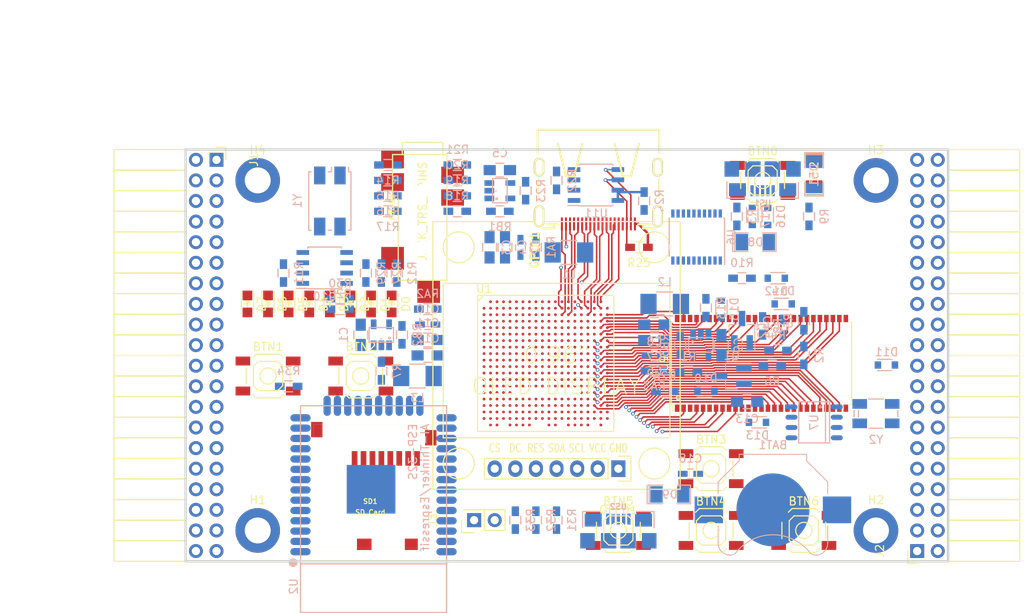
<source format=kicad_pcb>
(kicad_pcb (version 4) (host pcbnew 4.0.5+dfsg1-4)
  (layers (0 F.Cu signal) (1 In1.Cu signal) (2 In2.Cu signal) (31 B.Cu signal) (34 B.Paste user) (35 F.Paste user) (36 B.SilkS user) (37 F.SilkS user) (38 B.Mask user) (39 F.Mask user) (44 Edge.Cuts user))
  (net 0 "")
  (net 1 GND)
  (net 2 +5V)
  (net 3 /gpio/IN5V)
  (net 4 /gpio/OUT5V)
  (net 5 +3V3)
  (net 6 "Net-(L1-Pad1)")
  (net 7 "Net-(L2-Pad1)")
  (net 8 +1V2)
  (net 9 BTN_D)
  (net 10 BTN_F1)
  (net 11 BTN_F2)
  (net 12 BTN_L)
  (net 13 BTN_R)
  (net 14 BTN_U)
  (net 15 /power/FB1)
  (net 16 +2V5)
  (net 17 "Net-(L3-Pad1)")
  (net 18 /power/PWREN)
  (net 19 /power/FB3)
  (net 20 /power/FB2)
  (net 21 "Net-(D9-Pad1)")
  (net 22 /power/VBAT)
  (net 23 SD_3)
  (net 24 JTAG_TDI)
  (net 25 JTAG_TCK)
  (net 26 JTAG_TMS)
  (net 27 JTAG_TDO)
  (net 28 /power/WAKEUPn)
  (net 29 /power/WKUP)
  (net 30 /power/SHUT)
  (net 31 /power/WAKE)
  (net 32 /power/HOLD)
  (net 33 /power/WKn)
  (net 34 /power/OSCI_32k)
  (net 35 /power/OSCO_32k)
  (net 36 FTDI_nSUSPEND)
  (net 37 "Net-(Q2-Pad3)")
  (net 38 SHUTDOWN)
  (net 39 /analog/AUDIO_L)
  (net 40 /analog/AUDIO_R)
  (net 41 GPDI_5V_SCL)
  (net 42 GPDI_5V_SDA)
  (net 43 GPDI_SDA)
  (net 44 GPDI_SCL)
  (net 45 /gpdi/VREF2)
  (net 46 /blinkey/BTNPU)
  (net 47 SD_CMD)
  (net 48 SD_CLK)
  (net 49 SD_D0)
  (net 50 SD_D1)
  (net 51 USB5V)
  (net 52 "Net-(BTN0-Pad1)")
  (net 53 LED0)
  (net 54 LED1)
  (net 55 LED2)
  (net 56 LED3)
  (net 57 LED4)
  (net 58 LED5)
  (net 59 LED6)
  (net 60 LED7)
  (net 61 BTN_PWRn)
  (net 62 GPDI_CEC)
  (net 63 nRESET)
  (net 64 /usb/FT3V3)
  (net 65 FTDI_nDTR)
  (net 66 SDRAM_CKE)
  (net 67 SDRAM_A7)
  (net 68 SDRAM_D15)
  (net 69 SDRAM_BA1)
  (net 70 SDRAM_D7)
  (net 71 SDRAM_A6)
  (net 72 SDRAM_CLK)
  (net 73 SDRAM_D13)
  (net 74 SDRAM_BA0)
  (net 75 SDRAM_D6)
  (net 76 SDRAM_A5)
  (net 77 SDRAM_D14)
  (net 78 SDRAM_A11)
  (net 79 SDRAM_D12)
  (net 80 SDRAM_D5)
  (net 81 SDRAM_A4)
  (net 82 SDRAM_A10)
  (net 83 SDRAM_D11)
  (net 84 SDRAM_A3)
  (net 85 SDRAM_D4)
  (net 86 SDRAM_D10)
  (net 87 SDRAM_D9)
  (net 88 SDRAM_A9)
  (net 89 SDRAM_D3)
  (net 90 SDRAM_D8)
  (net 91 SDRAM_A8)
  (net 92 SDRAM_A2)
  (net 93 SDRAM_A1)
  (net 94 SDRAM_A0)
  (net 95 SDRAM_D2)
  (net 96 SDRAM_D1)
  (net 97 SDRAM_D0)
  (net 98 SDRAM_DQM0)
  (net 99 SDRAM_nCS)
  (net 100 SDRAM_nRAS)
  (net 101 SDRAM_DQM1)
  (net 102 SDRAM_nCAS)
  (net 103 SDRAM_nWE)
  (net 104 /flash/FLASH_nWP)
  (net 105 /flash/FLASH_nHOLD)
  (net 106 /flash/FLASH_MOSI)
  (net 107 /flash/FLASH_MISO)
  (net 108 /flash/FLASH_SCK)
  (net 109 /flash/FLASH_nCS)
  (net 110 /flash/FPGA_PROGRAMN)
  (net 111 /flash/FPGA_DONE)
  (net 112 /flash/FPGA_INITN)
  (net 113 OLED_MOSI)
  (net 114 OLED_RES)
  (net 115 OLED_DC)
  (net 116 OLED_CS)
  (net 117 AUDIO_L3)
  (net 118 AUDIO_L2)
  (net 119 AUDIO_L1)
  (net 120 AUDIO_L0)
  (net 121 AUDIO_R3)
  (net 122 AUDIO_R2)
  (net 123 AUDIO_R1)
  (net 124 AUDIO_R0)
  (net 125 WIFI_EN)
  (net 126 FTDI_nRTS)
  (net 127 WIFI_GPIO2)
  (net 128 FTDI_TXD)
  (net 129 FTDI_RXD)
  (net 130 WIFI_RXD)
  (net 131 WIFI_GPIO0)
  (net 132 FTDI_nCTS)
  (net 133 WIFI_TXD)
  (net 134 FTDI_nRI)
  (net 135 FTDI_nDCD)
  (net 136 WIFI_GPIO15)
  (net 137 /gpdi/CLK_25MHz)
  (net 138 GPDI_ETH-)
  (net 139 GPDI_ETH+)
  (net 140 GPDI_D2+)
  (net 141 GPDI_D2-)
  (net 142 GPDI_D1+)
  (net 143 GPDI_D1-)
  (net 144 GPDI_D0+)
  (net 145 GPDI_D0-)
  (net 146 GPDI_CLK+)
  (net 147 GPDI_CLK-)
  (net 148 /gpio/B11+)
  (net 149 /gpio/B11-)
  (net 150 /gpio/A10+)
  (net 151 /gpio/A10-)
  (net 152 /gpio/B10+)
  (net 153 /gpio/B10-)
  (net 154 /gpio/B9+)
  (net 155 /gpio/B9-)
  (net 156 /gpio/D9+)
  (net 157 /gpio/D9-)
  (net 158 /gpio/A7+)
  (net 159 /gpio/A7-)
  (net 160 /gpio/C8+)
  (net 161 /gpio/C8-)
  (net 162 /gpio/E8+)
  (net 163 /gpio/E8-)
  (net 164 /gpio/C6+)
  (net 165 /gpio/C6-)
  (net 166 /gpio/E7+)
  (net 167 /gpio/E7-)
  (net 168 /gpio/E6+)
  (net 169 /gpio/E6-)
  (net 170 /gpio/A6+)
  (net 171 /gpio/A6-)
  (net 172 /gpio/A19+)
  (net 173 /gpio/A19-)
  (net 174 /gpio/A18+)
  (net 175 /gpio/A18-)
  (net 176 /gpio/A17+)
  (net 177 /gpio/A17-)
  (net 178 /gpio/B17+)
  (net 179 /gpio/B17-)
  (net 180 /gpio/C16+)
  (net 181 /gpio/C16-)
  (net 182 /gpio/A16+)
  (net 183 /gpio/A16-)
  (net 184 /gpio/D15+)
  (net 185 /gpio/D15-)
  (net 186 /gpio/B15+)
  (net 187 /gpio/B15-)
  (net 188 /gpio/D14+)
  (net 189 /gpio/D14-)
  (net 190 /gpio/A14+)
  (net 191 /gpio/A14-)
  (net 192 /gpio/D13+)
  (net 193 /gpio/D13-)
  (net 194 /gpio/B13+)
  (net 195 /gpio/B13-)
  (net 196 /gpio/A12+)
  (net 197 /gpio/A12-)
  (net 198 /gpio/D12+)
  (net 199 /gpio/D12-)
  (net 200 /gpio/B12+)
  (net 201 /gpio/B12-)
  (net 202 /gpio/D11+)
  (net 203 /gpio/D11-)
  (net 204 OLED_CLK)
  (net 205 FTDI_nDSR)
  (net 206 USB_FPGA_D+)
  (net 207 USB_FPGA_D-)
  (net 208 USB_FTDI_D+)
  (net 209 USB_FTDI_D-)
  (module Keystone_3000_1x12mm-CoinCell:Keystone_3000_1x12mm-CoinCell (layer B.Cu) (at 166.49 105.87 180)
    (fp_text reference BAT1 (at 0 8 180) (layer B.SilkS) (effects (justify mirror)))
    (fp_text value CR1225)
    (pad 1 smd rect (at -7.9 0 180) (size 3.5 3.3) (layers B.Cu B.Paste B.Mask) (net 22 /power/VBAT))
    (pad 1 smd rect (at 7.9 0 180) (size 3.5 3.3) (layers B.Cu B.Paste B.Mask) (net 22 /power/VBAT))
    (pad 2 smd circle (at 0 0 180) (size 9 9) (layers B.Cu B.Mask) (net 1 GND))
  )
  (module SMD_Packages:SMD-1206_Pol (layer F.Cu) (at 171.57 64.341 90)
    (fp_text reference D52 (at 0 0 90) (layer F.SilkS))
    (fp_text value 2A)
    (pad 1 smd rect (at -1.651 0 90) (size 1.524 2.032) (layers F.Cu F.Paste F.Mask) (net 4 /gpio/OUT5V))
    (pad 2 smd rect (at 1.651 0 90) (size 1.524 2.032) (layers F.Cu F.Paste F.Mask) (net 2 +5V))
  )
  (module SMD_Packages:SMD-1206_Pol (layer B.Cu) (at 171.57 64.595 270)
    (fp_text reference D51 (at 0 0 270) (layer B.SilkS) (effects (justify mirror)))
    (fp_text value 2A)
    (pad 1 smd rect (at -1.651 0 270) (size 1.524 2.032) (layers B.Cu B.Paste B.Mask) (net 2 +5V))
    (pad 2 smd rect (at 1.651 0 270) (size 1.524 2.032) (layers B.Cu B.Paste B.Mask) (net 3 /gpio/IN5V))
  )
  (module micro-sd:MicroSD_TF02D (layer F.Cu) (at 116.87 110.52 180)
    (fp_text reference SD1 (at 0 5.7 180) (layer F.SilkS) (effects (font (size 0.59944 0.59944) (thickness 0.12446))))
    (fp_text value SD_Card (at 0 4.35 180) (layer F.SilkS) (effects (font (size 0.59944 0.59944) (thickness 0.12446))))
    (pad 1 smd rect (at 1.94 11 180) (size 0.7 1.8) (layers F.Cu F.Paste F.Mask) (net 23 SD_3))
    (pad 2 smd rect (at 0.84 11 180) (size 0.7 1.8) (layers F.Cu F.Paste F.Mask) (net 47 SD_CMD))
    (pad 3 smd rect (at -0.26 11 180) (size 0.7 1.8) (layers F.Cu F.Paste F.Mask) (net 1 GND))
    (pad 4 smd rect (at -1.36 11 180) (size 0.7 1.8) (layers F.Cu F.Paste F.Mask) (net 5 +3V3))
    (pad 5 smd rect (at -2.46 11 180) (size 0.7 1.8) (layers F.Cu F.Paste F.Mask) (net 48 SD_CLK))
    (pad 6 smd rect (at -3.56 11 180) (size 0.7 1.8) (layers F.Cu F.Paste F.Mask) (net 1 GND))
    (pad 7 smd rect (at -4.66 11 180) (size 0.7 1.8) (layers F.Cu F.Paste F.Mask) (net 49 SD_D0))
    (pad 8 smd rect (at -5.76 11 180) (size 0.7 1.8) (layers F.Cu F.Paste F.Mask) (net 50 SD_D1))
    (pad S smd rect (at -5.05 0.4 180) (size 1.6 1.4) (layers F.Cu F.Paste F.Mask))
    (pad S smd rect (at 0.75 0.4 180) (size 1.8 1.4) (layers F.Cu F.Paste F.Mask))
    (pad G smd rect (at -7.45 13.55 180) (size 1.4 1.9) (layers F.Cu F.Paste F.Mask))
    (pad G smd rect (at 6.6 14.55 180) (size 1.4 1.9) (layers F.Cu F.Paste F.Mask))
  )
  (module Resistors_SMD:R_1210_HandSoldering (layer B.Cu) (at 141.344 74.12)
    (fp_text reference L1 (at 0 2.7) (layer B.SilkS) (effects (justify mirror)))
    (fp_text value 2.2uH)
    (pad 1 smd rect (at -2 0) (size 2 2.5) (layers B.Cu B.Paste B.Mask) (net 6 "Net-(L1-Pad1)"))
    (pad 2 smd rect (at 2 0) (size 2 2.5) (layers B.Cu B.Paste B.Mask) (net 8 +1V2))
  )
  (module TSOT-25:TSOT-25 (layer B.Cu) (at 132.835 66.5 90)
    (fp_text reference U3 (at 0 -0.5 90) (layer B.SilkS) (effects (font (size 0.15 0.15) (thickness 0.0375)) (justify mirror)))
    (fp_text value AP3429A)
    (pad 1 smd rect (at -0.95 -1.3 90) (size 0.7 1.2) (layers B.Cu B.Paste B.Mask) (net 18 /power/PWREN))
    (pad 2 smd rect (at 0 -1.3 90) (size 0.7 1.2) (layers B.Cu B.Paste B.Mask) (net 1 GND))
    (pad 3 smd rect (at 0.95 -1.3 90) (size 0.7 1.2) (layers B.Cu B.Paste B.Mask) (net 6 "Net-(L1-Pad1)"))
    (pad 4 smd rect (at 0.95 1.3 90) (size 0.7 1.2) (layers B.Cu B.Paste B.Mask) (net 2 +5V))
    (pad 5 smd rect (at -0.95 1.3 90) (size 0.7 1.2) (layers B.Cu B.Paste B.Mask) (net 15 /power/FB1))
  )
  (module Resistors_SMD:R_1210_HandSoldering (layer B.Cu) (at 153.155 80.47 180)
    (fp_text reference L2 (at 0 2.7 180) (layer B.SilkS) (effects (justify mirror)))
    (fp_text value 2.2uH)
    (pad 1 smd rect (at -2 0 180) (size 2 2.5) (layers B.Cu B.Paste B.Mask) (net 7 "Net-(L2-Pad1)"))
    (pad 2 smd rect (at 2 0 180) (size 2 2.5) (layers B.Cu B.Paste B.Mask) (net 5 +3V3))
  )
  (module TSOT-25:TSOT-25 (layer B.Cu) (at 157.6 85.52)
    (fp_text reference U4 (at 0 -0.5) (layer B.SilkS) (effects (font (size 0.15 0.15) (thickness 0.0375)) (justify mirror)))
    (fp_text value AP3429A)
    (pad 1 smd rect (at -0.95 -1.3) (size 0.7 1.2) (layers B.Cu B.Paste B.Mask) (net 18 /power/PWREN))
    (pad 2 smd rect (at 0 -1.3) (size 0.7 1.2) (layers B.Cu B.Paste B.Mask) (net 1 GND))
    (pad 3 smd rect (at 0.95 -1.3) (size 0.7 1.2) (layers B.Cu B.Paste B.Mask) (net 7 "Net-(L2-Pad1)"))
    (pad 4 smd rect (at 0.95 1.3) (size 0.7 1.2) (layers B.Cu B.Paste B.Mask) (net 2 +5V))
    (pad 5 smd rect (at -0.95 1.3) (size 0.7 1.2) (layers B.Cu B.Paste B.Mask) (net 19 /power/FB3))
  )
  (module Buttons_Switches_SMD:SW_SPST_SKQG (layer F.Cu) (at 104.26 89.36)
    (fp_text reference BTN1 (at 0 -3.6) (layer F.SilkS))
    (fp_text value FIRE1)
    (pad 1 smd rect (at -3.1 -1.85) (size 1.8 1.1) (layers F.Cu F.Paste F.Mask) (net 46 /blinkey/BTNPU))
    (pad 1 smd rect (at 3.1 -1.85) (size 1.8 1.1) (layers F.Cu F.Paste F.Mask) (net 46 /blinkey/BTNPU))
    (pad 2 smd rect (at -3.1 1.85) (size 1.8 1.1) (layers F.Cu F.Paste F.Mask) (net 10 BTN_F1))
    (pad 2 smd rect (at 3.1 1.85) (size 1.8 1.1) (layers F.Cu F.Paste F.Mask) (net 10 BTN_F1))
  )
  (module Buttons_Switches_SMD:SW_SPST_SKQG (layer F.Cu) (at 115.69 89.36)
    (fp_text reference BTN2 (at 0 -3.6) (layer F.SilkS))
    (fp_text value FIRE2)
    (pad 1 smd rect (at -3.1 -1.85) (size 1.8 1.1) (layers F.Cu F.Paste F.Mask) (net 46 /blinkey/BTNPU))
    (pad 1 smd rect (at 3.1 -1.85) (size 1.8 1.1) (layers F.Cu F.Paste F.Mask) (net 46 /blinkey/BTNPU))
    (pad 2 smd rect (at -3.1 1.85) (size 1.8 1.1) (layers F.Cu F.Paste F.Mask) (net 11 BTN_F2))
    (pad 2 smd rect (at 3.1 1.85) (size 1.8 1.1) (layers F.Cu F.Paste F.Mask) (net 11 BTN_F2))
  )
  (module Buttons_Switches_SMD:SW_SPST_SKQG (layer F.Cu) (at 158.87 100.79)
    (fp_text reference BTN3 (at 0 -3.6) (layer F.SilkS))
    (fp_text value UP)
    (pad 1 smd rect (at -3.1 -1.85) (size 1.8 1.1) (layers F.Cu F.Paste F.Mask) (net 46 /blinkey/BTNPU))
    (pad 1 smd rect (at 3.1 -1.85) (size 1.8 1.1) (layers F.Cu F.Paste F.Mask) (net 46 /blinkey/BTNPU))
    (pad 2 smd rect (at -3.1 1.85) (size 1.8 1.1) (layers F.Cu F.Paste F.Mask) (net 14 BTN_U))
    (pad 2 smd rect (at 3.1 1.85) (size 1.8 1.1) (layers F.Cu F.Paste F.Mask) (net 14 BTN_U))
  )
  (module Buttons_Switches_SMD:SW_SPST_SKQG (layer F.Cu) (at 158.87 108.41)
    (fp_text reference BTN4 (at 0 -3.6) (layer F.SilkS))
    (fp_text value DOWN)
    (pad 1 smd rect (at -3.1 -1.85) (size 1.8 1.1) (layers F.Cu F.Paste F.Mask) (net 46 /blinkey/BTNPU))
    (pad 1 smd rect (at 3.1 -1.85) (size 1.8 1.1) (layers F.Cu F.Paste F.Mask) (net 46 /blinkey/BTNPU))
    (pad 2 smd rect (at -3.1 1.85) (size 1.8 1.1) (layers F.Cu F.Paste F.Mask) (net 9 BTN_D))
    (pad 2 smd rect (at 3.1 1.85) (size 1.8 1.1) (layers F.Cu F.Paste F.Mask) (net 9 BTN_D))
  )
  (module Buttons_Switches_SMD:SW_SPST_SKQG (layer F.Cu) (at 147.44 108.41)
    (fp_text reference BTN5 (at 0 -3.6) (layer F.SilkS))
    (fp_text value LEFT)
    (pad 1 smd rect (at -3.1 -1.85) (size 1.8 1.1) (layers F.Cu F.Paste F.Mask) (net 46 /blinkey/BTNPU))
    (pad 1 smd rect (at 3.1 -1.85) (size 1.8 1.1) (layers F.Cu F.Paste F.Mask) (net 46 /blinkey/BTNPU))
    (pad 2 smd rect (at -3.1 1.85) (size 1.8 1.1) (layers F.Cu F.Paste F.Mask) (net 12 BTN_L))
    (pad 2 smd rect (at 3.1 1.85) (size 1.8 1.1) (layers F.Cu F.Paste F.Mask) (net 12 BTN_L))
  )
  (module Buttons_Switches_SMD:SW_SPST_SKQG (layer F.Cu) (at 170.3 108.41)
    (fp_text reference BTN6 (at 0 -3.6) (layer F.SilkS))
    (fp_text value RIGHT)
    (pad 1 smd rect (at -3.1 -1.85) (size 1.8 1.1) (layers F.Cu F.Paste F.Mask) (net 46 /blinkey/BTNPU))
    (pad 1 smd rect (at 3.1 -1.85) (size 1.8 1.1) (layers F.Cu F.Paste F.Mask) (net 46 /blinkey/BTNPU))
    (pad 2 smd rect (at -3.1 1.85) (size 1.8 1.1) (layers F.Cu F.Paste F.Mask) (net 13 BTN_R))
    (pad 2 smd rect (at 3.1 1.85) (size 1.8 1.1) (layers F.Cu F.Paste F.Mask) (net 13 BTN_R))
  )
  (module LEDs:LED_0805 (layer F.Cu) (at 119.5 80.47 270)
    (fp_text reference D0 (at 0 -1.75 270) (layer F.SilkS))
    (fp_text value LED)
    (pad 2 smd rect (at 1.04902 0 90) (size 1.19888 1.19888) (layers F.Cu F.Paste F.Mask) (net 53 LED0))
    (pad 1 smd rect (at -1.04902 0 90) (size 1.19888 1.19888) (layers F.Cu F.Paste F.Mask) (net 1 GND))
  )
  (module LEDs:LED_0805 (layer F.Cu) (at 116.96 80.47 270)
    (fp_text reference D1 (at 0 -1.75 270) (layer F.SilkS))
    (fp_text value LED)
    (pad 2 smd rect (at 1.04902 0 90) (size 1.19888 1.19888) (layers F.Cu F.Paste F.Mask) (net 54 LED1))
    (pad 1 smd rect (at -1.04902 0 90) (size 1.19888 1.19888) (layers F.Cu F.Paste F.Mask) (net 1 GND))
  )
  (module LEDs:LED_0805 (layer F.Cu) (at 114.42 80.47 270)
    (fp_text reference D2 (at 0 -1.75 270) (layer F.SilkS))
    (fp_text value LED)
    (pad 2 smd rect (at 1.04902 0 90) (size 1.19888 1.19888) (layers F.Cu F.Paste F.Mask) (net 55 LED2))
    (pad 1 smd rect (at -1.04902 0 90) (size 1.19888 1.19888) (layers F.Cu F.Paste F.Mask) (net 1 GND))
  )
  (module LEDs:LED_0805 (layer F.Cu) (at 111.88 80.47 270)
    (fp_text reference D3 (at 0 -1.75 270) (layer F.SilkS))
    (fp_text value LED)
    (pad 2 smd rect (at 1.04902 0 90) (size 1.19888 1.19888) (layers F.Cu F.Paste F.Mask) (net 56 LED3))
    (pad 1 smd rect (at -1.04902 0 90) (size 1.19888 1.19888) (layers F.Cu F.Paste F.Mask) (net 1 GND))
  )
  (module LEDs:LED_0805 (layer F.Cu) (at 109.34 80.47 270)
    (fp_text reference D4 (at 0 -1.75 270) (layer F.SilkS))
    (fp_text value LED)
    (pad 2 smd rect (at 1.04902 0 90) (size 1.19888 1.19888) (layers F.Cu F.Paste F.Mask) (net 57 LED4))
    (pad 1 smd rect (at -1.04902 0 90) (size 1.19888 1.19888) (layers F.Cu F.Paste F.Mask) (net 1 GND))
  )
  (module LEDs:LED_0805 (layer F.Cu) (at 106.8 80.47 270)
    (fp_text reference D5 (at 0 -1.75 270) (layer F.SilkS))
    (fp_text value LED)
    (pad 2 smd rect (at 1.04902 0 90) (size 1.19888 1.19888) (layers F.Cu F.Paste F.Mask) (net 58 LED5))
    (pad 1 smd rect (at -1.04902 0 90) (size 1.19888 1.19888) (layers F.Cu F.Paste F.Mask) (net 1 GND))
  )
  (module LEDs:LED_0805 (layer F.Cu) (at 104.26 80.47 270)
    (fp_text reference D6 (at 0 -1.75 270) (layer F.SilkS))
    (fp_text value LED)
    (pad 2 smd rect (at 1.04902 0 90) (size 1.19888 1.19888) (layers F.Cu F.Paste F.Mask) (net 59 LED6))
    (pad 1 smd rect (at -1.04902 0 90) (size 1.19888 1.19888) (layers F.Cu F.Paste F.Mask) (net 1 GND))
  )
  (module LEDs:LED_0805 (layer F.Cu) (at 101.72 80.47 270)
    (fp_text reference D7 (at 0 -1.75 270) (layer F.SilkS))
    (fp_text value LED)
    (pad 2 smd rect (at 1.04902 0 90) (size 1.19888 1.19888) (layers F.Cu F.Paste F.Mask) (net 60 LED7))
    (pad 1 smd rect (at -1.04902 0 90) (size 1.19888 1.19888) (layers F.Cu F.Paste F.Mask) (net 1 GND))
  )
  (module Resistors_SMD:R_1210_HandSoldering (layer B.Cu) (at 122.675 89.36)
    (fp_text reference L3 (at 0 2.7) (layer B.SilkS) (effects (justify mirror)))
    (fp_text value 2.2uH)
    (pad 1 smd rect (at -2 0) (size 2 2.5) (layers B.Cu B.Paste B.Mask) (net 17 "Net-(L3-Pad1)"))
    (pad 2 smd rect (at 2 0) (size 2 2.5) (layers B.Cu B.Paste B.Mask) (net 16 +2V5))
  )
  (module TSOT-25:TSOT-25 (layer B.Cu) (at 118.23 84.28 180)
    (fp_text reference U5 (at 0 -0.5 180) (layer B.SilkS) (effects (font (size 0.15 0.15) (thickness 0.0375)) (justify mirror)))
    (fp_text value AP3429A)
    (pad 1 smd rect (at -0.95 -1.3 180) (size 0.7 1.2) (layers B.Cu B.Paste B.Mask) (net 18 /power/PWREN))
    (pad 2 smd rect (at 0 -1.3 180) (size 0.7 1.2) (layers B.Cu B.Paste B.Mask) (net 1 GND))
    (pad 3 smd rect (at 0.95 -1.3 180) (size 0.7 1.2) (layers B.Cu B.Paste B.Mask) (net 17 "Net-(L3-Pad1)"))
    (pad 4 smd rect (at 0.95 1.3 180) (size 0.7 1.2) (layers B.Cu B.Paste B.Mask) (net 2 +5V))
    (pad 5 smd rect (at -0.95 1.3 180) (size 0.7 1.2) (layers B.Cu B.Paste B.Mask) (net 20 /power/FB2))
  )
  (module Capacitors_SMD:C_0805_HandSoldering (layer B.Cu) (at 115.69 84.28 270)
    (fp_text reference C1 (at 0 2.1 270) (layer B.SilkS) (effects (justify mirror)))
    (fp_text value 22uF)
    (pad 1 smd rect (at -1.25 0 270) (size 1.5 1.25) (layers B.Cu B.Paste B.Mask) (net 2 +5V))
    (pad 2 smd rect (at 1.25 0 270) (size 1.5 1.25) (layers B.Cu B.Paste B.Mask) (net 1 GND))
  )
  (module Capacitors_SMD:C_0805_HandSoldering (layer B.Cu) (at 131.565 73.485 90)
    (fp_text reference C3 (at 0 2.1 90) (layer B.SilkS) (effects (justify mirror)))
    (fp_text value 22uF)
    (pad 1 smd rect (at -1.25 0 90) (size 1.5 1.25) (layers B.Cu B.Paste B.Mask) (net 8 +1V2))
    (pad 2 smd rect (at 1.25 0 90) (size 1.5 1.25) (layers B.Cu B.Paste B.Mask) (net 1 GND))
  )
  (module Capacitors_SMD:C_0805_HandSoldering (layer B.Cu) (at 133.47 73.485 90)
    (fp_text reference C4 (at 0 2.1 90) (layer B.SilkS) (effects (justify mirror)))
    (fp_text value 22uF)
    (pad 1 smd rect (at -1.25 0 90) (size 1.5 1.25) (layers B.Cu B.Paste B.Mask) (net 8 +1V2))
    (pad 2 smd rect (at 1.25 0 90) (size 1.5 1.25) (layers B.Cu B.Paste B.Mask) (net 1 GND))
  )
  (module Capacitors_SMD:C_0805_HandSoldering (layer B.Cu) (at 132.835 63.96 180)
    (fp_text reference C5 (at 0 2.1 180) (layer B.SilkS) (effects (justify mirror)))
    (fp_text value 22uF)
    (pad 1 smd rect (at -1.25 0 180) (size 1.5 1.25) (layers B.Cu B.Paste B.Mask) (net 2 +5V))
    (pad 2 smd rect (at 1.25 0 180) (size 1.5 1.25) (layers B.Cu B.Paste B.Mask) (net 1 GND))
  )
  (module Capacitors_SMD:C_0805_HandSoldering (layer B.Cu) (at 151.885 84.915)
    (fp_text reference C7 (at 0 2.1) (layer B.SilkS) (effects (justify mirror)))
    (fp_text value 22uF)
    (pad 1 smd rect (at -1.25 0) (size 1.5 1.25) (layers B.Cu B.Paste B.Mask) (net 5 +3V3))
    (pad 2 smd rect (at 1.25 0) (size 1.5 1.25) (layers B.Cu B.Paste B.Mask) (net 1 GND))
  )
  (module Capacitors_SMD:C_0805_HandSoldering (layer B.Cu) (at 151.885 83.01)
    (fp_text reference C8 (at 0 2.1) (layer B.SilkS) (effects (justify mirror)))
    (fp_text value 22uF)
    (pad 1 smd rect (at -1.25 0) (size 1.5 1.25) (layers B.Cu B.Paste B.Mask) (net 5 +3V3))
    (pad 2 smd rect (at 1.25 0) (size 1.5 1.25) (layers B.Cu B.Paste B.Mask) (net 1 GND))
  )
  (module Capacitors_SMD:C_0805_HandSoldering (layer B.Cu) (at 160.14 85.55 90)
    (fp_text reference C9 (at 0 2.1 90) (layer B.SilkS) (effects (justify mirror)))
    (fp_text value 22uF)
    (pad 1 smd rect (at -1.25 0 90) (size 1.5 1.25) (layers B.Cu B.Paste B.Mask) (net 2 +5V))
    (pad 2 smd rect (at 1.25 0 90) (size 1.5 1.25) (layers B.Cu B.Paste B.Mask) (net 1 GND))
  )
  (module Capacitors_SMD:C_0805_HandSoldering (layer B.Cu) (at 123.945 84.915 180)
    (fp_text reference C11 (at 0 2.1 180) (layer B.SilkS) (effects (justify mirror)))
    (fp_text value 22uF)
    (pad 1 smd rect (at -1.25 0 180) (size 1.5 1.25) (layers B.Cu B.Paste B.Mask) (net 16 +2V5))
    (pad 2 smd rect (at 1.25 0 180) (size 1.5 1.25) (layers B.Cu B.Paste B.Mask) (net 1 GND))
  )
  (module Capacitors_SMD:C_0805_HandSoldering (layer B.Cu) (at 123.945 86.82 180)
    (fp_text reference C12 (at 0 2.1 180) (layer B.SilkS) (effects (justify mirror)))
    (fp_text value 22uF)
    (pad 1 smd rect (at -1.25 0 180) (size 1.5 1.25) (layers B.Cu B.Paste B.Mask) (net 16 +2V5))
    (pad 2 smd rect (at 1.25 0 180) (size 1.5 1.25) (layers B.Cu B.Paste B.Mask) (net 1 GND))
  )
  (module SMD_Packages:SMD-1206_Pol (layer B.Cu) (at 164.331 72.85)
    (fp_text reference D8 (at 0 0) (layer B.SilkS) (effects (justify mirror)))
    (fp_text value 2A)
    (pad 1 smd rect (at -1.651 0) (size 1.524 2.032) (layers B.Cu B.Paste B.Mask) (net 2 +5V))
    (pad 2 smd rect (at 1.651 0) (size 1.524 2.032) (layers B.Cu B.Paste B.Mask) (net 51 USB5V))
  )
  (module SMD_Packages:SMD-1206_Pol (layer B.Cu) (at 153.79 103.965)
    (fp_text reference D9 (at 0 0) (layer B.SilkS) (effects (justify mirror)))
    (fp_text value 2A)
    (pad 1 smd rect (at -1.651 0) (size 1.524 2.032) (layers B.Cu B.Paste B.Mask) (net 21 "Net-(D9-Pad1)"))
    (pad 2 smd rect (at 1.651 0) (size 1.524 2.032) (layers B.Cu B.Paste B.Mask) (net 2 +5V))
  )
  (module Power_Integrations:SO-8 (layer B.Cu) (at 171.57 95.075 270)
    (fp_text reference U7 (at 0 0 270) (layer B.SilkS) (effects (justify mirror)))
    (fp_text value PCF8523)
    (pad 1 smd oval (at -1.905 -2.794 270) (size 0.6096 1.4732) (layers B.Cu B.Paste B.Mask) (net 34 /power/OSCI_32k))
    (pad 2 smd oval (at -0.635 -2.794 270) (size 0.6096 1.4732) (layers B.Cu B.Paste B.Mask) (net 35 /power/OSCO_32k))
    (pad 3 smd oval (at 0.635 -2.794 270) (size 0.6096 1.4732) (layers B.Cu B.Paste B.Mask) (net 22 /power/VBAT))
    (pad 4 smd oval (at 1.905 -2.794 270) (size 0.6096 1.4732) (layers B.Cu B.Paste B.Mask) (net 1 GND))
    (pad 5 smd oval (at 1.905 2.794 270) (size 0.6096 1.4732) (layers B.Cu B.Paste B.Mask))
    (pad 6 smd oval (at 0.635 2.794 270) (size 0.6096 1.4732) (layers B.Cu B.Paste B.Mask))
    (pad 7 smd oval (at -0.635 2.794 270) (size 0.6096 1.4732) (layers B.Cu B.Paste B.Mask) (net 28 /power/WAKEUPn))
    (pad 8 smd oval (at -1.905 2.794 270) (size 0.6096 1.4732) (layers B.Cu B.Paste B.Mask) (net 16 +2V5))
  )
  (module Capacitors_SMD:C_0805_HandSoldering (layer B.Cu) (at 163.315 92.535)
    (fp_text reference C13 (at 0 2.1) (layer B.SilkS) (effects (justify mirror)))
    (fp_text value 2.2uF)
    (pad 1 smd rect (at -1.25 0) (size 1.5 1.25) (layers B.Cu B.Paste B.Mask) (net 2 +5V))
    (pad 2 smd rect (at 1.25 0) (size 1.5 1.25) (layers B.Cu B.Paste B.Mask) (net 29 /power/WKUP))
  )
  (module Diodes_SMD:D_0805 (layer B.Cu) (at 158.235 91.265)
    (fp_text reference D10 (at 0 -1.6) (layer B.SilkS) (effects (justify mirror)))
    (fp_text value 1N4148)
    (pad 1 smd rect (at -1.05 0) (size 0.8 0.9) (layers B.Cu B.Paste B.Mask) (net 31 /power/WAKE))
    (pad 2 smd rect (at 1.05 0) (size 0.8 0.9) (layers B.Cu B.Paste B.Mask) (net 29 /power/WKUP))
  )
  (module Diodes_SMD:D_0805 (layer B.Cu) (at 180.48 88)
    (fp_text reference D11 (at 0 -1.6) (layer B.SilkS) (effects (justify mirror)))
    (fp_text value 1N4148)
    (pad 1 smd rect (at -1.05 0) (size 0.8 0.9) (layers B.Cu B.Paste B.Mask) (net 32 /power/HOLD))
    (pad 2 smd rect (at 1.05 0) (size 0.8 0.9) (layers B.Cu B.Paste B.Mask) (net 5 +3V3))
  )
  (module Diodes_SMD:D_0805 (layer B.Cu) (at 160.14 81.105 270)
    (fp_text reference D15 (at 0 -1.6 270) (layer B.SilkS) (effects (justify mirror)))
    (fp_text value BAT42)
    (pad 1 smd rect (at -1.05 0 270) (size 0.8 0.9) (layers B.Cu B.Paste B.Mask) (net 30 /power/SHUT))
    (pad 2 smd rect (at 1.05 0 270) (size 0.8 0.9) (layers B.Cu B.Paste B.Mask) (net 38 SHUTDOWN))
  )
  (module Diodes_SMD:D_0805 (layer B.Cu) (at 166.905 77.295 180)
    (fp_text reference D12 (at 0 -1.6 180) (layer B.SilkS) (effects (justify mirror)))
    (fp_text value 1N4148)
    (pad 1 smd rect (at -1.05 0 180) (size 0.8 0.9) (layers B.Cu B.Paste B.Mask) (net 18 /power/PWREN))
    (pad 2 smd rect (at 1.05 0 180) (size 0.8 0.9) (layers B.Cu B.Paste B.Mask) (net 36 FTDI_nSUSPEND))
  )
  (module usb_otg:USB-MICRO-B-FCI-10118192-0001LF (layer B.Cu) (at 165.22 63.825)
    (fp_text reference US1 (at 0 4.2) (layer B.SilkS) (effects (font (size 0.7 0.7)) (justify mirror)))
    (fp_text value USB_FTDI hide)
    (pad 6 smd rect (at -3.1 2.55) (size 2.1 1.6) (layers B.Cu B.Paste B.Mask) (net 1 GND))
    (pad 6 smd rect (at 3.1 2.55) (size 2.1 1.6) (layers B.Cu B.Paste B.Mask) (net 1 GND))
    (pad "" smd rect (at -1.2 0) (size 1.9 1.9) (layers B.Cu B.Paste B.Mask))
    (pad "" smd rect (at 1.2 0) (size 1.9 1.9) (layers B.Cu B.Paste B.Mask))
    (pad 1 smd rect (at -1.3 2.675) (size 0.4 1.35) (layers B.Cu B.Paste B.Mask) (net 51 USB5V))
    (pad 2 smd rect (at -0.65 2.675) (size 0.4 1.35) (layers B.Cu B.Paste B.Mask) (net 209 USB_FTDI_D-))
    (pad 3 smd rect (at 0 2.675) (size 0.4 1.35) (layers B.Cu B.Paste B.Mask) (net 208 USB_FTDI_D+))
    (pad 4 smd rect (at 0.65 2.675) (size 0.4 1.35) (layers B.Cu B.Paste B.Mask))
    (pad 5 smd rect (at 1.3 2.675) (size 0.4 1.35) (layers B.Cu B.Paste B.Mask) (net 1 GND))
    (pad "" smd rect (at -3.8 0) (size 1.8 1.9) (layers B.Cu B.Paste B.Mask))
    (pad "" smd rect (at 3.8 0) (size 1.8 1.9) (layers B.Cu B.Paste B.Mask))
  )
  (module usb_otg:USB-MICRO-B-FCI-10118192-0001LF (layer B.Cu) (at 147.44 109.68 180)
    (fp_text reference US2 (at 0 4.2 180) (layer B.SilkS) (effects (font (size 0.7 0.7)) (justify mirror)))
    (fp_text value USB_FPGA hide)
    (pad 6 smd rect (at -3.1 2.55 180) (size 2.1 1.6) (layers B.Cu B.Paste B.Mask) (net 1 GND))
    (pad 6 smd rect (at 3.1 2.55 180) (size 2.1 1.6) (layers B.Cu B.Paste B.Mask) (net 1 GND))
    (pad "" smd rect (at -1.2 0 180) (size 1.9 1.9) (layers B.Cu B.Paste B.Mask))
    (pad "" smd rect (at 1.2 0 180) (size 1.9 1.9) (layers B.Cu B.Paste B.Mask))
    (pad 1 smd rect (at -1.3 2.675 180) (size 0.4 1.35) (layers B.Cu B.Paste B.Mask) (net 21 "Net-(D9-Pad1)"))
    (pad 2 smd rect (at -0.65 2.675 180) (size 0.4 1.35) (layers B.Cu B.Paste B.Mask) (net 207 USB_FPGA_D-))
    (pad 3 smd rect (at 0 2.675 180) (size 0.4 1.35) (layers B.Cu B.Paste B.Mask) (net 206 USB_FPGA_D+))
    (pad 4 smd rect (at 0.65 2.675 180) (size 0.4 1.35) (layers B.Cu B.Paste B.Mask))
    (pad 5 smd rect (at 1.3 2.675 180) (size 0.4 1.35) (layers B.Cu B.Paste B.Mask) (net 1 GND))
    (pad "" smd rect (at -3.8 0 180) (size 1.8 1.9) (layers B.Cu B.Paste B.Mask))
    (pad "" smd rect (at 3.8 0 180) (size 1.8 1.9) (layers B.Cu B.Paste B.Mask))
  )
  (module audio-jack:CUI_SJ-43516-SMT (layer F.Cu) (at 123.31 69.04 270)
    (fp_text reference AUDIO1 (at -0.5 3.8 270) (layer F.SilkS) (effects (font (size 0.6096 0.6096) (thickness 0.1524))))
    (fp_text value JACK_TRS_6PINS (at 0 0 270) (layer F.SilkS))
    (pad 1 smd rect (at -6.4 3.7 270) (size 2.2 2.8) (layers F.Cu F.Paste F.Mask) (net 39 /analog/AUDIO_L))
    (pad 4 smd rect (at -3.6 3.7 270) (size 2.2 2.8) (layers F.Cu F.Paste F.Mask))
    (pad 2 smd rect (at 5.8 3.7 270) (size 2.8 2.8) (layers F.Cu F.Paste F.Mask) (net 1 GND))
    (pad 5 smd rect (at 9.9 -0.75 270) (size 2.8 2.8) (layers F.Cu F.Paste F.Mask))
    (pad 3 smd rect (at -1.7 -3.7 270) (size 2 2.8) (layers F.Cu F.Paste F.Mask) (net 40 /analog/AUDIO_R))
    (pad 6 smd rect (at -4.5 -3.7 270) (size 2 2.8) (layers F.Cu F.Paste F.Mask))
    (pad "" np_thru_hole circle (at -2.5 0 270) (size 1.7 1.7) (drill 1.7) (layers *.Cu *.Mask F.SilkS) (clearance 0.4))
    (pad "" np_thru_hole circle (at 4.5 0 270) (size 1.7 1.7) (drill 1.7) (layers *.Cu *.Mask F.SilkS) (clearance 0.4))
  )
  (module TSOP54:TSOP54 (layer F.Cu) (at 165.08 87.8 90)
    (fp_text reference U9 (at 0 -12 90) (layer F.SilkS))
    (fp_text value MT48LC16M16A2TG)
    (pad 28 smd rect (at 5.53 10.4 90) (size 0.9 0.56) (layers F.Cu F.Paste F.Mask) (net 1 GND))
    (pad 1 smd rect (at -5.53 -10.4 90) (size 0.9 0.56) (layers F.Cu F.Paste F.Mask) (net 5 +3V3))
    (pad 2 smd rect (at -5.53 -9.6 90) (size 0.9 0.56) (layers F.Cu F.Paste F.Mask) (net 97 SDRAM_D0))
    (pad 3 smd rect (at -5.53 -8.8 90) (size 0.9 0.56) (layers F.Cu F.Paste F.Mask) (net 5 +3V3))
    (pad 4 smd rect (at -5.53 -8 90) (size 0.9 0.56) (layers F.Cu F.Paste F.Mask) (net 96 SDRAM_D1))
    (pad 5 smd rect (at -5.53 -7.2 90) (size 0.9 0.56) (layers F.Cu F.Paste F.Mask) (net 95 SDRAM_D2))
    (pad 6 smd rect (at -5.53 -6.4 90) (size 0.9 0.56) (layers F.Cu F.Paste F.Mask) (net 1 GND))
    (pad 7 smd rect (at -5.53 -5.6 90) (size 0.9 0.56) (layers F.Cu F.Paste F.Mask) (net 89 SDRAM_D3))
    (pad 8 smd rect (at -5.53 -4.8 90) (size 0.9 0.56) (layers F.Cu F.Paste F.Mask) (net 85 SDRAM_D4))
    (pad 9 smd rect (at -5.53 -4 90) (size 0.9 0.56) (layers F.Cu F.Paste F.Mask) (net 5 +3V3))
    (pad 10 smd rect (at -5.53 -3.2 90) (size 0.9 0.56) (layers F.Cu F.Paste F.Mask) (net 80 SDRAM_D5))
    (pad 11 smd rect (at -5.53 -2.4 90) (size 0.9 0.56) (layers F.Cu F.Paste F.Mask) (net 75 SDRAM_D6))
    (pad 12 smd rect (at -5.53 -1.6 90) (size 0.9 0.56) (layers F.Cu F.Paste F.Mask) (net 1 GND))
    (pad 13 smd rect (at -5.53 -0.8 90) (size 0.9 0.56) (layers F.Cu F.Paste F.Mask) (net 70 SDRAM_D7))
    (pad 14 smd rect (at -5.53 0 90) (size 0.9 0.56) (layers F.Cu F.Paste F.Mask) (net 5 +3V3))
    (pad 15 smd rect (at -5.53 0.8 90) (size 0.9 0.56) (layers F.Cu F.Paste F.Mask) (net 98 SDRAM_DQM0))
    (pad 16 smd rect (at -5.53 1.6 90) (size 0.9 0.56) (layers F.Cu F.Paste F.Mask) (net 103 SDRAM_nWE))
    (pad 17 smd rect (at -5.53 2.4 90) (size 0.9 0.56) (layers F.Cu F.Paste F.Mask) (net 102 SDRAM_nCAS))
    (pad 18 smd rect (at -5.53 3.2 90) (size 0.9 0.56) (layers F.Cu F.Paste F.Mask) (net 100 SDRAM_nRAS))
    (pad 19 smd rect (at -5.53 4 90) (size 0.9 0.56) (layers F.Cu F.Paste F.Mask) (net 99 SDRAM_nCS))
    (pad 20 smd rect (at -5.53 4.8 90) (size 0.9 0.56) (layers F.Cu F.Paste F.Mask) (net 74 SDRAM_BA0))
    (pad 21 smd rect (at -5.53 5.6 90) (size 0.9 0.56) (layers F.Cu F.Paste F.Mask) (net 69 SDRAM_BA1))
    (pad 22 smd rect (at -5.53 6.4 90) (size 0.9 0.56) (layers F.Cu F.Paste F.Mask) (net 82 SDRAM_A10))
    (pad 23 smd rect (at -5.53 7.2 90) (size 0.9 0.56) (layers F.Cu F.Paste F.Mask) (net 94 SDRAM_A0))
    (pad 24 smd rect (at -5.53 8 90) (size 0.9 0.56) (layers F.Cu F.Paste F.Mask) (net 93 SDRAM_A1))
    (pad 25 smd rect (at -5.53 8.8 90) (size 0.9 0.56) (layers F.Cu F.Paste F.Mask) (net 92 SDRAM_A2))
    (pad 26 smd rect (at -5.53 9.6 90) (size 0.9 0.56) (layers F.Cu F.Paste F.Mask) (net 84 SDRAM_A3))
    (pad 27 smd rect (at -5.53 10.4 90) (size 0.9 0.56) (layers F.Cu F.Paste F.Mask) (net 5 +3V3))
    (pad 29 smd rect (at 5.53 9.6 90) (size 0.9 0.56) (layers F.Cu F.Paste F.Mask) (net 81 SDRAM_A4))
    (pad 30 smd rect (at 5.53 8.8 90) (size 0.9 0.56) (layers F.Cu F.Paste F.Mask) (net 76 SDRAM_A5))
    (pad 31 smd rect (at 5.53 8 90) (size 0.9 0.56) (layers F.Cu F.Paste F.Mask) (net 71 SDRAM_A6))
    (pad 32 smd rect (at 5.53 7.2 90) (size 0.9 0.56) (layers F.Cu F.Paste F.Mask) (net 67 SDRAM_A7))
    (pad 33 smd rect (at 5.53 6.4 90) (size 0.9 0.56) (layers F.Cu F.Paste F.Mask) (net 91 SDRAM_A8))
    (pad 34 smd rect (at 5.53 5.6 90) (size 0.9 0.56) (layers F.Cu F.Paste F.Mask) (net 88 SDRAM_A9))
    (pad 35 smd rect (at 5.53 4.8 90) (size 0.9 0.56) (layers F.Cu F.Paste F.Mask) (net 78 SDRAM_A11))
    (pad 36 smd rect (at 5.53 4 90) (size 0.9 0.56) (layers F.Cu F.Paste F.Mask))
    (pad 37 smd rect (at 5.53 3.2 90) (size 0.9 0.56) (layers F.Cu F.Paste F.Mask) (net 66 SDRAM_CKE))
    (pad 38 smd rect (at 5.53 2.4 90) (size 0.9 0.56) (layers F.Cu F.Paste F.Mask) (net 72 SDRAM_CLK))
    (pad 39 smd rect (at 5.53 1.6 90) (size 0.9 0.56) (layers F.Cu F.Paste F.Mask) (net 101 SDRAM_DQM1))
    (pad 40 smd rect (at 5.53 0.8 90) (size 0.9 0.56) (layers F.Cu F.Paste F.Mask))
    (pad 41 smd rect (at 5.53 0 90) (size 0.9 0.56) (layers F.Cu F.Paste F.Mask) (net 1 GND))
    (pad 42 smd rect (at 5.53 -0.8 90) (size 0.9 0.56) (layers F.Cu F.Paste F.Mask) (net 90 SDRAM_D8))
    (pad 43 smd rect (at 5.53 -1.6 90) (size 0.9 0.56) (layers F.Cu F.Paste F.Mask) (net 5 +3V3))
    (pad 44 smd rect (at 5.53 -2.4 90) (size 0.9 0.56) (layers F.Cu F.Paste F.Mask) (net 87 SDRAM_D9))
    (pad 45 smd rect (at 5.53 -3.2 90) (size 0.9 0.56) (layers F.Cu F.Paste F.Mask) (net 86 SDRAM_D10))
    (pad 46 smd rect (at 5.53 -4 90) (size 0.9 0.56) (layers F.Cu F.Paste F.Mask) (net 1 GND))
    (pad 47 smd rect (at 5.53 -4.8 90) (size 0.9 0.56) (layers F.Cu F.Paste F.Mask) (net 83 SDRAM_D11))
    (pad 48 smd rect (at 5.53 -5.6 90) (size 0.9 0.56) (layers F.Cu F.Paste F.Mask) (net 79 SDRAM_D12))
    (pad 49 smd rect (at 5.53 -6.4 90) (size 0.9 0.56) (layers F.Cu F.Paste F.Mask) (net 5 +3V3))
    (pad 50 smd rect (at 5.53 -7.2 90) (size 0.9 0.56) (layers F.Cu F.Paste F.Mask) (net 73 SDRAM_D13))
    (pad 51 smd rect (at 5.53 -8 90) (size 0.9 0.56) (layers F.Cu F.Paste F.Mask) (net 77 SDRAM_D14))
    (pad 52 smd rect (at 5.53 -8.8 90) (size 0.9 0.56) (layers F.Cu F.Paste F.Mask) (net 1 GND))
    (pad 53 smd rect (at 5.53 -9.6 90) (size 0.9 0.56) (layers F.Cu F.Paste F.Mask) (net 68 SDRAM_D15))
    (pad 54 smd rect (at 5.53 -10.4 90) (size 0.9 0.56) (layers F.Cu F.Paste F.Mask) (net 1 GND))
  )
  (module TO_SOT_Packages_SMD:SOT-23_Handsoldering (layer B.Cu) (at 161.41 89.36 180)
    (fp_text reference Q1 (at 0 2.5 180) (layer B.SilkS) (effects (justify mirror)))
    (fp_text value BC857)
    (pad 1 smd rect (at -1.5 0.95 180) (size 1.9 0.8) (layers B.Cu B.Paste B.Mask) (net 33 /power/WKn))
    (pad 2 smd rect (at -1.5 -0.95 180) (size 1.9 0.8) (layers B.Cu B.Paste B.Mask) (net 2 +5V))
    (pad 3 smd rect (at 1.5 0 180) (size 1.9 0.8) (layers B.Cu B.Paste B.Mask) (net 29 /power/WKUP))
  )
  (module TO_SOT_Packages_SMD:SOT-23_Handsoldering (layer B.Cu) (at 162.68 83.772 90)
    (fp_text reference Q2 (at 0 2.5 90) (layer B.SilkS) (effects (justify mirror)))
    (fp_text value 2N7002)
    (pad 1 smd rect (at -1.5 0.95 90) (size 1.9 0.8) (layers B.Cu B.Paste B.Mask) (net 30 /power/SHUT))
    (pad 2 smd rect (at -1.5 -0.95 90) (size 1.9 0.8) (layers B.Cu B.Paste B.Mask) (net 1 GND))
    (pad 3 smd rect (at 1.5 0 90) (size 1.9 0.8) (layers B.Cu B.Paste B.Mask) (net 37 "Net-(Q2-Pad3)"))
  )
  (module Capacitors_SMD:C_0603_HandSoldering (layer B.Cu) (at 135.375 73.485 90)
    (fp_text reference C2 (at 0 1.9 90) (layer B.SilkS) (effects (justify mirror)))
    (fp_text value 470pF)
    (pad 1 smd rect (at -0.95 0 90) (size 1.2 0.75) (layers B.Cu B.Paste B.Mask) (net 8 +1V2))
    (pad 2 smd rect (at 0.95 0 90) (size 1.2 0.75) (layers B.Cu B.Paste B.Mask) (net 15 /power/FB1))
  )
  (module Capacitors_SMD:C_0603_HandSoldering (layer B.Cu) (at 151.885 86.82)
    (fp_text reference C6 (at 0 1.9) (layer B.SilkS) (effects (justify mirror)))
    (fp_text value 470pF)
    (pad 1 smd rect (at -0.95 0) (size 1.2 0.75) (layers B.Cu B.Paste B.Mask) (net 5 +3V3))
    (pad 2 smd rect (at 0.95 0) (size 1.2 0.75) (layers B.Cu B.Paste B.Mask) (net 19 /power/FB3))
  )
  (module Capacitors_SMD:C_0603_HandSoldering (layer B.Cu) (at 123.945 83.01 180)
    (fp_text reference C10 (at 0 1.9 180) (layer B.SilkS) (effects (justify mirror)))
    (fp_text value 470pF)
    (pad 1 smd rect (at -0.95 0 180) (size 1.2 0.75) (layers B.Cu B.Paste B.Mask) (net 16 +2V5))
    (pad 2 smd rect (at 0.95 0 180) (size 1.2 0.75) (layers B.Cu B.Paste B.Mask) (net 20 /power/FB2))
  )
  (module Capacitors_SMD:C_0603_HandSoldering (layer B.Cu) (at 167.76 83.33 270)
    (fp_text reference C14 (at 0 1.9 270) (layer B.SilkS) (effects (justify mirror)))
    (fp_text value 100nF)
    (pad 1 smd rect (at -0.95 0 270) (size 1.2 0.75) (layers B.Cu B.Paste B.Mask) (net 30 /power/SHUT))
    (pad 2 smd rect (at 0.95 0 270) (size 1.2 0.75) (layers B.Cu B.Paste B.Mask) (net 1 GND))
  )
  (module Resistors_SMD:R_0603_HandSoldering (layer B.Cu) (at 156.076 88.852 180)
    (fp_text reference R1 (at 0 1.9 180) (layer B.SilkS) (effects (justify mirror)))
    (fp_text value 15k)
    (pad 1 smd rect (at -1.1 0 180) (size 1.2 0.9) (layers B.Cu B.Paste B.Mask) (net 31 /power/WAKE))
    (pad 2 smd rect (at 1.1 0 180) (size 1.2 0.9) (layers B.Cu B.Paste B.Mask) (net 18 /power/PWREN))
  )
  (module Resistors_SMD:R_0603_HandSoldering (layer B.Cu) (at 170.3 86.82 90)
    (fp_text reference R2 (at 0 1.9 90) (layer B.SilkS) (effects (justify mirror)))
    (fp_text value 47k)
    (pad 1 smd rect (at -1.1 0 90) (size 1.2 0.9) (layers B.Cu B.Paste B.Mask) (net 18 /power/PWREN))
    (pad 2 smd rect (at 1.1 0 90) (size 1.2 0.9) (layers B.Cu B.Paste B.Mask) (net 1 GND))
  )
  (module Resistors_SMD:R_0603_HandSoldering (layer B.Cu) (at 167.125 86.185 180)
    (fp_text reference R4 (at 0 1.9 180) (layer B.SilkS) (effects (justify mirror)))
    (fp_text value 15k)
    (pad 1 smd rect (at -1.1 0 180) (size 1.2 0.9) (layers B.Cu B.Paste B.Mask) (net 32 /power/HOLD))
    (pad 2 smd rect (at 1.1 0 180) (size 1.2 0.9) (layers B.Cu B.Paste B.Mask) (net 18 /power/PWREN))
  )
  (module Resistors_SMD:R_0603_HandSoldering (layer B.Cu) (at 170.3 82.545 270)
    (fp_text reference R5 (at 0 1.9 270) (layer B.SilkS) (effects (justify mirror)))
    (fp_text value 4.7M)
    (pad 1 smd rect (at -1.1 0 270) (size 1.2 0.9) (layers B.Cu B.Paste B.Mask) (net 30 /power/SHUT))
    (pad 2 smd rect (at 1.1 0 270) (size 1.2 0.9) (layers B.Cu B.Paste B.Mask) (net 1 GND))
  )
  (module Resistors_SMD:R_0603_HandSoldering (layer B.Cu) (at 166.41 88.09)
    (fp_text reference R6 (at 0 1.9) (layer B.SilkS) (effects (justify mirror)))
    (fp_text value 1k)
    (pad 1 smd rect (at -1.1 0) (size 1.2 0.9) (layers B.Cu B.Paste B.Mask) (net 33 /power/WKn))
    (pad 2 smd rect (at 1.1 0) (size 1.2 0.9) (layers B.Cu B.Paste B.Mask) (net 28 /power/WAKEUPn))
  )
  (module Resistors_SMD:R_0603_HandSoldering (layer B.Cu) (at 118.23 88.725 90)
    (fp_text reference R7 (at 0 1.9 90) (layer B.SilkS) (effects (justify mirror)))
    (fp_text value 220)
    (pad 1 smd rect (at -1.1 0 90) (size 1.2 0.9) (layers B.Cu B.Paste B.Mask) (net 5 +3V3))
    (pad 2 smd rect (at 1.1 0 90) (size 1.2 0.9) (layers B.Cu B.Paste B.Mask) (net 46 /blinkey/BTNPU))
  )
  (module Resistors_SMD:R_0603_HandSoldering (layer B.Cu) (at 165.22 83.18 90)
    (fp_text reference R8 (at 0 1.9 90) (layer B.SilkS) (effects (justify mirror)))
    (fp_text value 1k)
    (pad 1 smd rect (at -1.1 0 90) (size 1.2 0.9) (layers B.Cu B.Paste B.Mask) (net 18 /power/PWREN))
    (pad 2 smd rect (at 1.1 0 90) (size 1.2 0.9) (layers B.Cu B.Paste B.Mask) (net 37 "Net-(Q2-Pad3)"))
  )
  (module Resistors_SMD:R_0603_HandSoldering (layer B.Cu) (at 170.935 69.675 90)
    (fp_text reference R9 (at 0 1.9 90) (layer B.SilkS) (effects (justify mirror)))
    (fp_text value 15k)
    (pad 1 smd rect (at -1.1 0 90) (size 1.2 0.9) (layers B.Cu B.Paste B.Mask) (net 63 nRESET))
    (pad 2 smd rect (at 1.1 0 90) (size 1.2 0.9) (layers B.Cu B.Paste B.Mask) (net 64 /usb/FT3V3))
  )
  (module Resistors_SMD:R_0603_HandSoldering (layer B.Cu) (at 162.68 77.295 180)
    (fp_text reference R10 (at 0 1.9 180) (layer B.SilkS) (effects (justify mirror)))
    (fp_text value 220)
    (pad 1 smd rect (at -1.1 0 180) (size 1.2 0.9) (layers B.Cu B.Paste B.Mask) (net 36 FTDI_nSUSPEND))
    (pad 2 smd rect (at 1.1 0 180) (size 1.2 0.9) (layers B.Cu B.Paste B.Mask) (net 65 FTDI_nDTR))
  )
  (module Resistors_SMD:R_0603_HandSoldering (layer B.Cu) (at 158.235 80.935 90)
    (fp_text reference R13 (at 0 1.9 90) (layer B.SilkS) (effects (justify mirror)))
    (fp_text value 15k)
    (pad 1 smd rect (at -1.1 0 90) (size 1.2 0.9) (layers B.Cu B.Paste B.Mask) (net 38 SHUTDOWN))
    (pad 2 smd rect (at 1.1 0 90) (size 1.2 0.9) (layers B.Cu B.Paste B.Mask) (net 1 GND))
  )
  (module Resistors_SMD:R_0603_HandSoldering (layer B.Cu) (at 137.28 73.485 90)
    (fp_text reference RA1 (at 0 1.9 90) (layer B.SilkS) (effects (justify mirror)))
    (fp_text value 15k)
    (pad 1 smd rect (at -1.1 0 90) (size 1.2 0.9) (layers B.Cu B.Paste B.Mask) (net 8 +1V2))
    (pad 2 smd rect (at 1.1 0 90) (size 1.2 0.9) (layers B.Cu B.Paste B.Mask) (net 15 /power/FB1))
  )
  (module Resistors_SMD:R_0603_HandSoldering (layer B.Cu) (at 123.945 81.105 180)
    (fp_text reference RA2 (at 0 1.9 180) (layer B.SilkS) (effects (justify mirror)))
    (fp_text value 15k)
    (pad 1 smd rect (at -1.1 0 180) (size 1.2 0.9) (layers B.Cu B.Paste B.Mask) (net 16 +2V5))
    (pad 2 smd rect (at 1.1 0 180) (size 1.2 0.9) (layers B.Cu B.Paste B.Mask) (net 20 /power/FB2))
  )
  (module Resistors_SMD:R_0603_HandSoldering (layer B.Cu) (at 151.885 88.725)
    (fp_text reference RA3 (at 0 1.9) (layer B.SilkS) (effects (justify mirror)))
    (fp_text value 15k)
    (pad 1 smd rect (at -1.1 0) (size 1.2 0.9) (layers B.Cu B.Paste B.Mask) (net 5 +3V3))
    (pad 2 smd rect (at 1.1 0) (size 1.2 0.9) (layers B.Cu B.Paste B.Mask) (net 19 /power/FB3))
  )
  (module Resistors_SMD:R_0603_HandSoldering (layer B.Cu) (at 132.835 69.04)
    (fp_text reference RB1 (at 0 1.9) (layer B.SilkS) (effects (justify mirror)))
    (fp_text value 15k)
    (pad 1 smd rect (at -1.1 0) (size 1.2 0.9) (layers B.Cu B.Paste B.Mask) (net 1 GND))
    (pad 2 smd rect (at 1.1 0) (size 1.2 0.9) (layers B.Cu B.Paste B.Mask) (net 15 /power/FB1))
  )
  (module Resistors_SMD:R_0603_HandSoldering (layer B.Cu) (at 120.77 84.28 90)
    (fp_text reference RB2 (at 0 1.9 90) (layer B.SilkS) (effects (justify mirror)))
    (fp_text value 4.7k)
    (pad 1 smd rect (at -1.1 0 90) (size 1.2 0.9) (layers B.Cu B.Paste B.Mask) (net 1 GND))
    (pad 2 smd rect (at 1.1 0 90) (size 1.2 0.9) (layers B.Cu B.Paste B.Mask) (net 20 /power/FB2))
  )
  (module Resistors_SMD:R_0603_HandSoldering (layer B.Cu) (at 155.06 85.55 270)
    (fp_text reference RB3 (at 0 1.9 270) (layer B.SilkS) (effects (justify mirror)))
    (fp_text value 3.3k)
    (pad 1 smd rect (at -1.1 0 270) (size 1.2 0.9) (layers B.Cu B.Paste B.Mask) (net 1 GND))
    (pad 2 smd rect (at 1.1 0 270) (size 1.2 0.9) (layers B.Cu B.Paste B.Mask) (net 19 /power/FB3))
  )
  (module Resistors_SMD:R_0603_HandSoldering (layer B.Cu) (at 119.033 63.325)
    (fp_text reference R14 (at 0 1.9) (layer B.SilkS) (effects (justify mirror)))
    (fp_text value 800)
    (pad 1 smd rect (at -1.1 0) (size 1.2 0.9) (layers B.Cu B.Paste B.Mask) (net 117 AUDIO_L3))
    (pad 2 smd rect (at 1.1 0) (size 1.2 0.9) (layers B.Cu B.Paste B.Mask) (net 39 /analog/AUDIO_L))
  )
  (module Resistors_SMD:R_0603_HandSoldering (layer B.Cu) (at 119.033 65.231)
    (fp_text reference R15 (at 0 1.9) (layer B.SilkS) (effects (justify mirror)))
    (fp_text value 400)
    (pad 1 smd rect (at -1.1 0) (size 1.2 0.9) (layers B.Cu B.Paste B.Mask) (net 118 AUDIO_L2))
    (pad 2 smd rect (at 1.1 0) (size 1.2 0.9) (layers B.Cu B.Paste B.Mask) (net 39 /analog/AUDIO_L))
  )
  (module Resistors_SMD:R_0603_HandSoldering (layer B.Cu) (at 119.033 67.135)
    (fp_text reference R16 (at 0 1.9) (layer B.SilkS) (effects (justify mirror)))
    (fp_text value 200)
    (pad 1 smd rect (at -1.1 0) (size 1.2 0.9) (layers B.Cu B.Paste B.Mask) (net 119 AUDIO_L1))
    (pad 2 smd rect (at 1.1 0) (size 1.2 0.9) (layers B.Cu B.Paste B.Mask) (net 39 /analog/AUDIO_L))
  )
  (module Resistors_SMD:R_0603_HandSoldering (layer B.Cu) (at 119.033 69.04)
    (fp_text reference R17 (at 0 1.9) (layer B.SilkS) (effects (justify mirror)))
    (fp_text value 100)
    (pad 1 smd rect (at -1.1 0) (size 1.2 0.9) (layers B.Cu B.Paste B.Mask) (net 120 AUDIO_L0))
    (pad 2 smd rect (at 1.1 0) (size 1.2 0.9) (layers B.Cu B.Paste B.Mask) (net 39 /analog/AUDIO_L))
  )
  (module Resistors_SMD:R_0603_HandSoldering (layer B.Cu) (at 127.587 69.04 180)
    (fp_text reference R18 (at 0 1.9 180) (layer B.SilkS) (effects (justify mirror)))
    (fp_text value 800)
    (pad 1 smd rect (at -1.1 0 180) (size 1.2 0.9) (layers B.Cu B.Paste B.Mask) (net 121 AUDIO_R3))
    (pad 2 smd rect (at 1.1 0 180) (size 1.2 0.9) (layers B.Cu B.Paste B.Mask) (net 40 /analog/AUDIO_R))
  )
  (module Resistors_SMD:R_0603_HandSoldering (layer B.Cu) (at 127.587 67.135 180)
    (fp_text reference R19 (at 0 1.9 180) (layer B.SilkS) (effects (justify mirror)))
    (fp_text value 400)
    (pad 1 smd rect (at -1.1 0 180) (size 1.2 0.9) (layers B.Cu B.Paste B.Mask) (net 122 AUDIO_R2))
    (pad 2 smd rect (at 1.1 0 180) (size 1.2 0.9) (layers B.Cu B.Paste B.Mask) (net 40 /analog/AUDIO_R))
  )
  (module Resistors_SMD:R_0603_HandSoldering (layer B.Cu) (at 127.587 65.23 180)
    (fp_text reference R20 (at 0 1.9 180) (layer B.SilkS) (effects (justify mirror)))
    (fp_text value 200)
    (pad 1 smd rect (at -1.1 0 180) (size 1.2 0.9) (layers B.Cu B.Paste B.Mask) (net 123 AUDIO_R1))
    (pad 2 smd rect (at 1.1 0 180) (size 1.2 0.9) (layers B.Cu B.Paste B.Mask) (net 40 /analog/AUDIO_R))
  )
  (module Resistors_SMD:R_0603_HandSoldering (layer B.Cu) (at 127.587 63.325 180)
    (fp_text reference R21 (at 0 1.9 180) (layer B.SilkS) (effects (justify mirror)))
    (fp_text value 100)
    (pad 1 smd rect (at -1.1 0 180) (size 1.2 0.9) (layers B.Cu B.Paste B.Mask) (net 124 AUDIO_R0))
    (pad 2 smd rect (at 1.1 0 180) (size 1.2 0.9) (layers B.Cu B.Paste B.Mask) (net 40 /analog/AUDIO_R))
  )
  (module lfe5bg381:BGA-381_pitch0.8mm_dia0.4mm (layer F.Cu) (at 138.48 87.8)
    (fp_text reference U1 (at -7.6 -9.2) (layer F.SilkS))
    (fp_text value LFE5U-25F-6BG381C)
    (pad A2 smd circle (at -6.8 -7.6) (size 0.35 0.35) (layers F.Cu F.Paste F.Mask) (net 190 /gpio/A14+))
    (pad A3 smd circle (at -6 -7.6) (size 0.35 0.35) (layers F.Cu F.Paste F.Mask) (net 176 /gpio/A17+))
    (pad A4 smd circle (at -5.2 -7.6) (size 0.35 0.35) (layers F.Cu F.Paste F.Mask) (net 174 /gpio/A18+))
    (pad A5 smd circle (at -4.4 -7.6) (size 0.35 0.35) (layers F.Cu F.Paste F.Mask) (net 175 /gpio/A18-))
    (pad A6 smd circle (at -3.6 -7.6) (size 0.35 0.35) (layers F.Cu F.Paste F.Mask) (net 170 /gpio/A6+))
    (pad A7 smd circle (at -2.8 -7.6) (size 0.35 0.35) (layers F.Cu F.Paste F.Mask) (net 158 /gpio/A7+))
    (pad A8 smd circle (at -2 -7.6) (size 0.35 0.35) (layers F.Cu F.Paste F.Mask) (net 159 /gpio/A7-))
    (pad A9 smd circle (at -1.2 -7.6) (size 0.35 0.35) (layers F.Cu F.Paste F.Mask) (net 153 /gpio/B10-))
    (pad A10 smd circle (at -0.4 -7.6) (size 0.35 0.35) (layers F.Cu F.Paste F.Mask) (net 150 /gpio/A10+))
    (pad A11 smd circle (at 0.4 -7.6) (size 0.35 0.35) (layers F.Cu F.Paste F.Mask) (net 151 /gpio/A10-))
    (pad A12 smd circle (at 1.2 -7.6) (size 0.35 0.35) (layers F.Cu F.Paste F.Mask) (net 61 BTN_PWRn))
    (pad A13 smd circle (at 2 -7.6) (size 0.35 0.35) (layers F.Cu F.Paste F.Mask) (net 59 LED6))
    (pad A14 smd circle (at 2.8 -7.6) (size 0.35 0.35) (layers F.Cu F.Paste F.Mask) (net 140 GPDI_D2+))
    (pad A15 smd circle (at 3.6 -7.6) (size 0.35 0.35) (layers F.Cu F.Paste F.Mask))
    (pad A16 smd circle (at 4.4 -7.6) (size 0.35 0.35) (layers F.Cu F.Paste F.Mask) (net 142 GPDI_D1+))
    (pad A17 smd circle (at 5.2 -7.6) (size 0.35 0.35) (layers F.Cu F.Paste F.Mask) (net 9 BTN_D))
    (pad A18 smd circle (at 6 -7.6) (size 0.35 0.35) (layers F.Cu F.Paste F.Mask) (net 146 GPDI_CLK+))
    (pad A19 smd circle (at 6.8 -7.6) (size 0.35 0.35) (layers F.Cu F.Paste F.Mask) (net 62 GPDI_CEC))
    (pad B1 smd circle (at -7.6 -6.8) (size 0.35 0.35) (layers F.Cu F.Paste F.Mask) (net 191 /gpio/A14-))
    (pad B2 smd circle (at -6.8 -6.8) (size 0.35 0.35) (layers F.Cu F.Paste F.Mask) (net 188 /gpio/D14+))
    (pad B3 smd circle (at -6 -6.8) (size 0.35 0.35) (layers F.Cu F.Paste F.Mask) (net 177 /gpio/A17-))
    (pad B4 smd circle (at -5.2 -6.8) (size 0.35 0.35) (layers F.Cu F.Paste F.Mask) (net 179 /gpio/B17-))
    (pad B5 smd circle (at -4.4 -6.8) (size 0.35 0.35) (layers F.Cu F.Paste F.Mask) (net 172 /gpio/A19+))
    (pad B6 smd circle (at -3.6 -6.8) (size 0.35 0.35) (layers F.Cu F.Paste F.Mask) (net 171 /gpio/A6-))
    (pad B7 smd circle (at -2.8 -6.8) (size 0.35 0.35) (layers F.Cu F.Paste F.Mask) (net 1 GND))
    (pad B8 smd circle (at -2 -6.8) (size 0.35 0.35) (layers F.Cu F.Paste F.Mask) (net 161 /gpio/C8-))
    (pad B9 smd circle (at -1.2 -6.8) (size 0.35 0.35) (layers F.Cu F.Paste F.Mask) (net 154 /gpio/B9+))
    (pad B10 smd circle (at -0.4 -6.8) (size 0.35 0.35) (layers F.Cu F.Paste F.Mask) (net 152 /gpio/B10+))
    (pad B11 smd circle (at 0.4 -6.8) (size 0.35 0.35) (layers F.Cu F.Paste F.Mask) (net 148 /gpio/B11+))
    (pad B12 smd circle (at 1.2 -6.8) (size 0.35 0.35) (layers F.Cu F.Paste F.Mask) (net 137 /gpdi/CLK_25MHz))
    (pad B13 smd circle (at 2 -6.8) (size 0.35 0.35) (layers F.Cu F.Paste F.Mask) (net 139 GPDI_ETH+))
    (pad B14 smd circle (at 2.8 -6.8) (size 0.35 0.35) (layers F.Cu F.Paste F.Mask) (net 1 GND))
    (pad B15 smd circle (at 3.6 -6.8) (size 0.35 0.35) (layers F.Cu F.Paste F.Mask))
    (pad B16 smd circle (at 4.4 -6.8) (size 0.35 0.35) (layers F.Cu F.Paste F.Mask) (net 143 GPDI_D1-))
    (pad B17 smd circle (at 5.2 -6.8) (size 0.35 0.35) (layers F.Cu F.Paste F.Mask) (net 144 GPDI_D0+))
    (pad B18 smd circle (at 6 -6.8) (size 0.35 0.35) (layers F.Cu F.Paste F.Mask) (net 43 GPDI_SDA))
    (pad B19 smd circle (at 6.8 -6.8) (size 0.35 0.35) (layers F.Cu F.Paste F.Mask) (net 147 GPDI_CLK-))
    (pad B20 smd circle (at 7.6 -6.8) (size 0.35 0.35) (layers F.Cu F.Paste F.Mask) (net 44 GPDI_SCL))
    (pad C1 smd circle (at -7.6 -6) (size 0.35 0.35) (layers F.Cu F.Paste F.Mask) (net 194 /gpio/B13+))
    (pad C2 smd circle (at -6.8 -6) (size 0.35 0.35) (layers F.Cu F.Paste F.Mask) (net 189 /gpio/D14-))
    (pad C3 smd circle (at -6 -6) (size 0.35 0.35) (layers F.Cu F.Paste F.Mask) (net 180 /gpio/C16+))
    (pad C4 smd circle (at -5.2 -6) (size 0.35 0.35) (layers F.Cu F.Paste F.Mask) (net 178 /gpio/B17+))
    (pad C5 smd circle (at -4.4 -6) (size 0.35 0.35) (layers F.Cu F.Paste F.Mask) (net 173 /gpio/A19-))
    (pad C6 smd circle (at -3.6 -6) (size 0.35 0.35) (layers F.Cu F.Paste F.Mask) (net 164 /gpio/C6+))
    (pad C7 smd circle (at -2.8 -6) (size 0.35 0.35) (layers F.Cu F.Paste F.Mask) (net 165 /gpio/C6-))
    (pad C8 smd circle (at -2 -6) (size 0.35 0.35) (layers F.Cu F.Paste F.Mask) (net 160 /gpio/C8+))
    (pad C9 smd circle (at -1.2 -6) (size 0.35 0.35) (layers F.Cu F.Paste F.Mask))
    (pad C10 smd circle (at -0.4 -6) (size 0.35 0.35) (layers F.Cu F.Paste F.Mask) (net 155 /gpio/B9-))
    (pad C11 smd circle (at 0.4 -6) (size 0.35 0.35) (layers F.Cu F.Paste F.Mask) (net 149 /gpio/B11-))
    (pad C12 smd circle (at 1.2 -6) (size 0.35 0.35) (layers F.Cu F.Paste F.Mask) (net 60 LED7))
    (pad C13 smd circle (at 2 -6) (size 0.35 0.35) (layers F.Cu F.Paste F.Mask) (net 138 GPDI_ETH-))
    (pad C14 smd circle (at 2.8 -6) (size 0.35 0.35) (layers F.Cu F.Paste F.Mask) (net 141 GPDI_D2-))
    (pad C15 smd circle (at 3.6 -6) (size 0.35 0.35) (layers F.Cu F.Paste F.Mask))
    (pad C16 smd circle (at 4.4 -6) (size 0.35 0.35) (layers F.Cu F.Paste F.Mask) (net 12 BTN_L))
    (pad C17 smd circle (at 5.2 -6) (size 0.35 0.35) (layers F.Cu F.Paste F.Mask) (net 145 GPDI_D0-))
    (pad C18 smd circle (at 6 -6) (size 0.35 0.35) (layers F.Cu F.Paste F.Mask))
    (pad C19 smd circle (at 6.8 -6) (size 0.35 0.35) (layers F.Cu F.Paste F.Mask) (net 1 GND))
    (pad C20 smd circle (at 7.6 -6) (size 0.35 0.35) (layers F.Cu F.Paste F.Mask) (net 68 SDRAM_D15))
    (pad D1 smd circle (at -7.6 -5.2) (size 0.35 0.35) (layers F.Cu F.Paste F.Mask) (net 195 /gpio/B13-))
    (pad D2 smd circle (at -6.8 -5.2) (size 0.35 0.35) (layers F.Cu F.Paste F.Mask) (net 192 /gpio/D13+))
    (pad D3 smd circle (at -6 -5.2) (size 0.35 0.35) (layers F.Cu F.Paste F.Mask) (net 181 /gpio/C16-))
    (pad D4 smd circle (at -5.2 -5.2) (size 0.35 0.35) (layers F.Cu F.Paste F.Mask) (net 1 GND))
    (pad D5 smd circle (at -4.4 -5.2) (size 0.35 0.35) (layers F.Cu F.Paste F.Mask) (net 183 /gpio/A16-))
    (pad D6 smd circle (at -3.6 -5.2) (size 0.35 0.35) (layers F.Cu F.Paste F.Mask) (net 169 /gpio/E6-))
    (pad D7 smd circle (at -2.8 -5.2) (size 0.35 0.35) (layers F.Cu F.Paste F.Mask) (net 167 /gpio/E7-))
    (pad D8 smd circle (at -2 -5.2) (size 0.35 0.35) (layers F.Cu F.Paste F.Mask) (net 163 /gpio/E8-))
    (pad D9 smd circle (at -1.2 -5.2) (size 0.35 0.35) (layers F.Cu F.Paste F.Mask) (net 156 /gpio/D9+))
    (pad D10 smd circle (at -0.4 -5.2) (size 0.35 0.35) (layers F.Cu F.Paste F.Mask))
    (pad D11 smd circle (at 0.4 -5.2) (size 0.35 0.35) (layers F.Cu F.Paste F.Mask) (net 14 BTN_U))
    (pad D12 smd circle (at 1.2 -5.2) (size 0.35 0.35) (layers F.Cu F.Paste F.Mask))
    (pad D13 smd circle (at 2 -5.2) (size 0.35 0.35) (layers F.Cu F.Paste F.Mask) (net 11 BTN_F2))
    (pad D14 smd circle (at 2.8 -5.2) (size 0.35 0.35) (layers F.Cu F.Paste F.Mask) (net 10 BTN_F1))
    (pad D15 smd circle (at 3.6 -5.2) (size 0.35 0.35) (layers F.Cu F.Paste F.Mask) (net 13 BTN_R))
    (pad D16 smd circle (at 4.4 -5.2) (size 0.35 0.35) (layers F.Cu F.Paste F.Mask) (net 55 LED2))
    (pad D17 smd circle (at 5.2 -5.2) (size 0.35 0.35) (layers F.Cu F.Paste F.Mask))
    (pad D18 smd circle (at 6 -5.2) (size 0.35 0.35) (layers F.Cu F.Paste F.Mask))
    (pad D19 smd circle (at 6.8 -5.2) (size 0.35 0.35) (layers F.Cu F.Paste F.Mask) (net 77 SDRAM_D14))
    (pad D20 smd circle (at 7.6 -5.2) (size 0.35 0.35) (layers F.Cu F.Paste F.Mask) (net 73 SDRAM_D13))
    (pad E1 smd circle (at -7.6 -4.4) (size 0.35 0.35) (layers F.Cu F.Paste F.Mask) (net 193 /gpio/D13-))
    (pad E2 smd circle (at -6.8 -4.4) (size 0.35 0.35) (layers F.Cu F.Paste F.Mask) (net 201 /gpio/B12-))
    (pad E3 smd circle (at -6 -4.4) (size 0.35 0.35) (layers F.Cu F.Paste F.Mask) (net 187 /gpio/B15-))
    (pad E4 smd circle (at -5.2 -4.4) (size 0.35 0.35) (layers F.Cu F.Paste F.Mask) (net 182 /gpio/A16+))
    (pad E5 smd circle (at -4.4 -4.4) (size 0.35 0.35) (layers F.Cu F.Paste F.Mask) (net 184 /gpio/D15+))
    (pad E6 smd circle (at -3.6 -4.4) (size 0.35 0.35) (layers F.Cu F.Paste F.Mask) (net 168 /gpio/E6+))
    (pad E7 smd circle (at -2.8 -4.4) (size 0.35 0.35) (layers F.Cu F.Paste F.Mask) (net 166 /gpio/E7+))
    (pad E8 smd circle (at -2 -4.4) (size 0.35 0.35) (layers F.Cu F.Paste F.Mask) (net 162 /gpio/E8+))
    (pad E9 smd circle (at -1.2 -4.4) (size 0.35 0.35) (layers F.Cu F.Paste F.Mask) (net 157 /gpio/D9-))
    (pad E10 smd circle (at -0.4 -4.4) (size 0.35 0.35) (layers F.Cu F.Paste F.Mask))
    (pad E11 smd circle (at 0.4 -4.4) (size 0.35 0.35) (layers F.Cu F.Paste F.Mask) (net 54 LED1))
    (pad E12 smd circle (at 1.2 -4.4) (size 0.35 0.35) (layers F.Cu F.Paste F.Mask) (net 53 LED0))
    (pad E13 smd circle (at 2 -4.4) (size 0.35 0.35) (layers F.Cu F.Paste F.Mask) (net 58 LED5))
    (pad E14 smd circle (at 2.8 -4.4) (size 0.35 0.35) (layers F.Cu F.Paste F.Mask) (net 57 LED4))
    (pad E15 smd circle (at 3.6 -4.4) (size 0.35 0.35) (layers F.Cu F.Paste F.Mask) (net 56 LED3))
    (pad E16 smd circle (at 4.4 -4.4) (size 0.35 0.35) (layers F.Cu F.Paste F.Mask))
    (pad E17 smd circle (at 5.2 -4.4) (size 0.35 0.35) (layers F.Cu F.Paste F.Mask))
    (pad E18 smd circle (at 6 -4.4) (size 0.35 0.35) (layers F.Cu F.Paste F.Mask))
    (pad E19 smd circle (at 6.8 -4.4) (size 0.35 0.35) (layers F.Cu F.Paste F.Mask) (net 79 SDRAM_D12))
    (pad E20 smd circle (at 7.6 -4.4) (size 0.35 0.35) (layers F.Cu F.Paste F.Mask) (net 83 SDRAM_D11))
    (pad F1 smd circle (at -7.6 -3.6) (size 0.35 0.35) (layers F.Cu F.Paste F.Mask) (net 130 WIFI_RXD))
    (pad F2 smd circle (at -6.8 -3.6) (size 0.35 0.35) (layers F.Cu F.Paste F.Mask) (net 200 /gpio/B12+))
    (pad F3 smd circle (at -6 -3.6) (size 0.35 0.35) (layers F.Cu F.Paste F.Mask) (net 203 /gpio/D11-))
    (pad F4 smd circle (at -5.2 -3.6) (size 0.35 0.35) (layers F.Cu F.Paste F.Mask) (net 186 /gpio/B15+))
    (pad F5 smd circle (at -4.4 -3.6) (size 0.35 0.35) (layers F.Cu F.Paste F.Mask) (net 185 /gpio/D15-))
    (pad F6 smd circle (at -3.6 -3.6) (size 0.35 0.35) (layers F.Cu F.Paste F.Mask) (net 16 +2V5))
    (pad F7 smd circle (at -2.8 -3.6) (size 0.35 0.35) (layers F.Cu F.Paste F.Mask) (net 1 GND))
    (pad F8 smd circle (at -2 -3.6) (size 0.35 0.35) (layers F.Cu F.Paste F.Mask) (net 1 GND))
    (pad F9 smd circle (at -1.2 -3.6) (size 0.35 0.35) (layers F.Cu F.Paste F.Mask) (net 5 +3V3))
    (pad F10 smd circle (at -0.4 -3.6) (size 0.35 0.35) (layers F.Cu F.Paste F.Mask) (net 5 +3V3))
    (pad F11 smd circle (at 0.4 -3.6) (size 0.35 0.35) (layers F.Cu F.Paste F.Mask) (net 5 +3V3))
    (pad F12 smd circle (at 1.2 -3.6) (size 0.35 0.35) (layers F.Cu F.Paste F.Mask) (net 5 +3V3))
    (pad F13 smd circle (at 2 -3.6) (size 0.35 0.35) (layers F.Cu F.Paste F.Mask) (net 1 GND))
    (pad F14 smd circle (at 2.8 -3.6) (size 0.35 0.35) (layers F.Cu F.Paste F.Mask) (net 1 GND))
    (pad F15 smd circle (at 3.6 -3.6) (size 0.35 0.35) (layers F.Cu F.Paste F.Mask) (net 16 +2V5))
    (pad F16 smd circle (at 4.4 -3.6) (size 0.35 0.35) (layers F.Cu F.Paste F.Mask))
    (pad F17 smd circle (at 5.2 -3.6) (size 0.35 0.35) (layers F.Cu F.Paste F.Mask))
    (pad F18 smd circle (at 6 -3.6) (size 0.35 0.35) (layers F.Cu F.Paste F.Mask))
    (pad F19 smd circle (at 6.8 -3.6) (size 0.35 0.35) (layers F.Cu F.Paste F.Mask) (net 86 SDRAM_D10))
    (pad F20 smd circle (at 7.6 -3.6) (size 0.35 0.35) (layers F.Cu F.Paste F.Mask) (net 87 SDRAM_D9))
    (pad G1 smd circle (at -7.6 -2.8) (size 0.35 0.35) (layers F.Cu F.Paste F.Mask) (net 133 WIFI_TXD))
    (pad G2 smd circle (at -6.8 -2.8) (size 0.35 0.35) (layers F.Cu F.Paste F.Mask) (net 129 FTDI_RXD))
    (pad G3 smd circle (at -6 -2.8) (size 0.35 0.35) (layers F.Cu F.Paste F.Mask) (net 202 /gpio/D11+))
    (pad G4 smd circle (at -5.2 -2.8) (size 0.35 0.35) (layers F.Cu F.Paste F.Mask) (net 1 GND))
    (pad G5 smd circle (at -4.4 -2.8) (size 0.35 0.35) (layers F.Cu F.Paste F.Mask) (net 199 /gpio/D12-))
    (pad G6 smd circle (at -3.6 -2.8) (size 0.35 0.35) (layers F.Cu F.Paste F.Mask) (net 1 GND))
    (pad G7 smd circle (at -2.8 -2.8) (size 0.35 0.35) (layers F.Cu F.Paste F.Mask) (net 1 GND))
    (pad G8 smd circle (at -2 -2.8) (size 0.35 0.35) (layers F.Cu F.Paste F.Mask) (net 1 GND))
    (pad G9 smd circle (at -1.2 -2.8) (size 0.35 0.35) (layers F.Cu F.Paste F.Mask) (net 1 GND))
    (pad G10 smd circle (at -0.4 -2.8) (size 0.35 0.35) (layers F.Cu F.Paste F.Mask) (net 1 GND))
    (pad G11 smd circle (at 0.4 -2.8) (size 0.35 0.35) (layers F.Cu F.Paste F.Mask) (net 1 GND))
    (pad G12 smd circle (at 1.2 -2.8) (size 0.35 0.35) (layers F.Cu F.Paste F.Mask) (net 1 GND))
    (pad G13 smd circle (at 2 -2.8) (size 0.35 0.35) (layers F.Cu F.Paste F.Mask) (net 1 GND))
    (pad G14 smd circle (at 2.8 -2.8) (size 0.35 0.35) (layers F.Cu F.Paste F.Mask) (net 1 GND))
    (pad G15 smd circle (at 3.6 -2.8) (size 0.35 0.35) (layers F.Cu F.Paste F.Mask) (net 1 GND))
    (pad G16 smd circle (at 4.4 -2.8) (size 0.35 0.35) (layers F.Cu F.Paste F.Mask))
    (pad G17 smd circle (at 5.2 -2.8) (size 0.35 0.35) (layers F.Cu F.Paste F.Mask) (net 1 GND))
    (pad G18 smd circle (at 6 -2.8) (size 0.35 0.35) (layers F.Cu F.Paste F.Mask) (net 80 SDRAM_D5))
    (pad G19 smd circle (at 6.8 -2.8) (size 0.35 0.35) (layers F.Cu F.Paste F.Mask) (net 90 SDRAM_D8))
    (pad G20 smd circle (at 7.6 -2.8) (size 0.35 0.35) (layers F.Cu F.Paste F.Mask) (net 101 SDRAM_DQM1))
    (pad H1 smd circle (at -7.6 -2) (size 0.35 0.35) (layers F.Cu F.Paste F.Mask) (net 65 FTDI_nDTR))
    (pad H2 smd circle (at -6.8 -2) (size 0.35 0.35) (layers F.Cu F.Paste F.Mask) (net 128 FTDI_TXD))
    (pad H3 smd circle (at -6 -2) (size 0.35 0.35) (layers F.Cu F.Paste F.Mask) (net 197 /gpio/A12-))
    (pad H4 smd circle (at -5.2 -2) (size 0.35 0.35) (layers F.Cu F.Paste F.Mask) (net 198 /gpio/D12+))
    (pad H5 smd circle (at -4.4 -2) (size 0.35 0.35) (layers F.Cu F.Paste F.Mask) (net 196 /gpio/A12+))
    (pad H6 smd circle (at -3.6 -2) (size 0.35 0.35) (layers F.Cu F.Paste F.Mask) (net 5 +3V3))
    (pad H7 smd circle (at -2.8 -2) (size 0.35 0.35) (layers F.Cu F.Paste F.Mask) (net 5 +3V3))
    (pad H8 smd circle (at -2 -2) (size 0.35 0.35) (layers F.Cu F.Paste F.Mask) (net 8 +1V2))
    (pad H9 smd circle (at -1.2 -2) (size 0.35 0.35) (layers F.Cu F.Paste F.Mask) (net 8 +1V2))
    (pad H10 smd circle (at -0.4 -2) (size 0.35 0.35) (layers F.Cu F.Paste F.Mask) (net 8 +1V2))
    (pad H11 smd circle (at 0.4 -2) (size 0.35 0.35) (layers F.Cu F.Paste F.Mask) (net 8 +1V2))
    (pad H12 smd circle (at 1.2 -2) (size 0.35 0.35) (layers F.Cu F.Paste F.Mask) (net 8 +1V2))
    (pad H13 smd circle (at 2 -2) (size 0.35 0.35) (layers F.Cu F.Paste F.Mask) (net 8 +1V2))
    (pad H14 smd circle (at 2.8 -2) (size 0.35 0.35) (layers F.Cu F.Paste F.Mask) (net 5 +3V3))
    (pad H15 smd circle (at 3.6 -2) (size 0.35 0.35) (layers F.Cu F.Paste F.Mask) (net 5 +3V3))
    (pad H16 smd circle (at 4.4 -2) (size 0.35 0.35) (layers F.Cu F.Paste F.Mask))
    (pad H17 smd circle (at 5.2 -2) (size 0.35 0.35) (layers F.Cu F.Paste F.Mask))
    (pad H18 smd circle (at 6 -2) (size 0.35 0.35) (layers F.Cu F.Paste F.Mask) (net 85 SDRAM_D4))
    (pad H19 smd circle (at 6.8 -2) (size 0.35 0.35) (layers F.Cu F.Paste F.Mask) (net 1 GND))
    (pad H20 smd circle (at 7.6 -2) (size 0.35 0.35) (layers F.Cu F.Paste F.Mask) (net 72 SDRAM_CLK))
    (pad J1 smd circle (at -7.6 -1.2) (size 0.35 0.35) (layers F.Cu F.Paste F.Mask) (net 125 WIFI_EN))
    (pad J2 smd circle (at -6.8 -1.2) (size 0.35 0.35) (layers F.Cu F.Paste F.Mask) (net 1 GND))
    (pad J3 smd circle (at -6 -1.2) (size 0.35 0.35) (layers F.Cu F.Paste F.Mask) (net 126 FTDI_nRTS))
    (pad J4 smd circle (at -5.2 -1.2) (size 0.35 0.35) (layers F.Cu F.Paste F.Mask) (net 132 FTDI_nCTS))
    (pad J5 smd circle (at -4.4 -1.2) (size 0.35 0.35) (layers F.Cu F.Paste F.Mask) (net 127 WIFI_GPIO2))
    (pad J6 smd circle (at -3.6 -1.2) (size 0.35 0.35) (layers F.Cu F.Paste F.Mask) (net 5 +3V3))
    (pad J7 smd circle (at -2.8 -1.2) (size 0.35 0.35) (layers F.Cu F.Paste F.Mask) (net 1 GND))
    (pad J8 smd circle (at -2 -1.2) (size 0.35 0.35) (layers F.Cu F.Paste F.Mask) (net 8 +1V2))
    (pad J9 smd circle (at -1.2 -1.2) (size 0.35 0.35) (layers F.Cu F.Paste F.Mask) (net 1 GND))
    (pad J10 smd circle (at -0.4 -1.2) (size 0.35 0.35) (layers F.Cu F.Paste F.Mask) (net 1 GND))
    (pad J11 smd circle (at 0.4 -1.2) (size 0.35 0.35) (layers F.Cu F.Paste F.Mask) (net 1 GND))
    (pad J12 smd circle (at 1.2 -1.2) (size 0.35 0.35) (layers F.Cu F.Paste F.Mask) (net 1 GND))
    (pad J13 smd circle (at 2 -1.2) (size 0.35 0.35) (layers F.Cu F.Paste F.Mask) (net 8 +1V2))
    (pad J14 smd circle (at 2.8 -1.2) (size 0.35 0.35) (layers F.Cu F.Paste F.Mask) (net 1 GND))
    (pad J15 smd circle (at 3.6 -1.2) (size 0.35 0.35) (layers F.Cu F.Paste F.Mask) (net 5 +3V3))
    (pad J16 smd circle (at 4.4 -1.2) (size 0.35 0.35) (layers F.Cu F.Paste F.Mask))
    (pad J17 smd circle (at 5.2 -1.2) (size 0.35 0.35) (layers F.Cu F.Paste F.Mask))
    (pad J18 smd circle (at 6 -1.2) (size 0.35 0.35) (layers F.Cu F.Paste F.Mask) (net 89 SDRAM_D3))
    (pad J19 smd circle (at 6.8 -1.2) (size 0.35 0.35) (layers F.Cu F.Paste F.Mask) (net 66 SDRAM_CKE))
    (pad J20 smd circle (at 7.6 -1.2) (size 0.35 0.35) (layers F.Cu F.Paste F.Mask) (net 78 SDRAM_A11))
    (pad K1 smd circle (at -7.6 -0.4) (size 0.35 0.35) (layers F.Cu F.Paste F.Mask) (net 136 WIFI_GPIO15))
    (pad K2 smd circle (at -6.8 -0.4) (size 0.35 0.35) (layers F.Cu F.Paste F.Mask) (net 205 FTDI_nDSR))
    (pad K3 smd circle (at -6 -0.4) (size 0.35 0.35) (layers F.Cu F.Paste F.Mask) (net 131 WIFI_GPIO0))
    (pad K4 smd circle (at -5.2 -0.4) (size 0.35 0.35) (layers F.Cu F.Paste F.Mask) (net 134 FTDI_nRI))
    (pad K5 smd circle (at -4.4 -0.4) (size 0.35 0.35) (layers F.Cu F.Paste F.Mask) (net 113 OLED_MOSI))
    (pad K6 smd circle (at -3.6 -0.4) (size 0.35 0.35) (layers F.Cu F.Paste F.Mask) (net 1 GND))
    (pad K7 smd circle (at -2.8 -0.4) (size 0.35 0.35) (layers F.Cu F.Paste F.Mask) (net 1 GND))
    (pad K8 smd circle (at -2 -0.4) (size 0.35 0.35) (layers F.Cu F.Paste F.Mask) (net 8 +1V2))
    (pad K9 smd circle (at -1.2 -0.4) (size 0.35 0.35) (layers F.Cu F.Paste F.Mask) (net 1 GND))
    (pad K10 smd circle (at -0.4 -0.4) (size 0.35 0.35) (layers F.Cu F.Paste F.Mask) (net 1 GND))
    (pad K11 smd circle (at 0.4 -0.4) (size 0.35 0.35) (layers F.Cu F.Paste F.Mask) (net 1 GND))
    (pad K12 smd circle (at 1.2 -0.4) (size 0.35 0.35) (layers F.Cu F.Paste F.Mask) (net 1 GND))
    (pad K13 smd circle (at 2 -0.4) (size 0.35 0.35) (layers F.Cu F.Paste F.Mask) (net 8 +1V2))
    (pad K14 smd circle (at 2.8 -0.4) (size 0.35 0.35) (layers F.Cu F.Paste F.Mask) (net 1 GND))
    (pad K15 smd circle (at 3.6 -0.4) (size 0.35 0.35) (layers F.Cu F.Paste F.Mask) (net 1 GND))
    (pad K16 smd circle (at 4.4 -0.4) (size 0.35 0.35) (layers F.Cu F.Paste F.Mask))
    (pad K17 smd circle (at 5.2 -0.4) (size 0.35 0.35) (layers F.Cu F.Paste F.Mask))
    (pad K18 smd circle (at 6 -0.4) (size 0.35 0.35) (layers F.Cu F.Paste F.Mask) (net 95 SDRAM_D2))
    (pad K19 smd circle (at 6.8 -0.4) (size 0.35 0.35) (layers F.Cu F.Paste F.Mask) (net 88 SDRAM_A9))
    (pad K20 smd circle (at 7.6 -0.4) (size 0.35 0.35) (layers F.Cu F.Paste F.Mask) (net 91 SDRAM_A8))
    (pad L1 smd circle (at -7.6 0.4) (size 0.35 0.35) (layers F.Cu F.Paste F.Mask) (net 124 AUDIO_R0))
    (pad L2 smd circle (at -6.8 0.4) (size 0.35 0.35) (layers F.Cu F.Paste F.Mask) (net 116 OLED_CS))
    (pad L3 smd circle (at -6 0.4) (size 0.35 0.35) (layers F.Cu F.Paste F.Mask))
    (pad L4 smd circle (at -5.2 0.4) (size 0.35 0.35) (layers F.Cu F.Paste F.Mask) (net 135 FTDI_nDCD))
    (pad L5 smd circle (at -4.4 0.4) (size 0.35 0.35) (layers F.Cu F.Paste F.Mask) (net 204 OLED_CLK))
    (pad L6 smd circle (at -3.6 0.4) (size 0.35 0.35) (layers F.Cu F.Paste F.Mask) (net 5 +3V3))
    (pad L7 smd circle (at -2.8 0.4) (size 0.35 0.35) (layers F.Cu F.Paste F.Mask) (net 5 +3V3))
    (pad L8 smd circle (at -2 0.4) (size 0.35 0.35) (layers F.Cu F.Paste F.Mask) (net 8 +1V2))
    (pad L9 smd circle (at -1.2 0.4) (size 0.35 0.35) (layers F.Cu F.Paste F.Mask) (net 1 GND))
    (pad L10 smd circle (at -0.4 0.4) (size 0.35 0.35) (layers F.Cu F.Paste F.Mask) (net 1 GND))
    (pad L11 smd circle (at 0.4 0.4) (size 0.35 0.35) (layers F.Cu F.Paste F.Mask) (net 1 GND))
    (pad L12 smd circle (at 1.2 0.4) (size 0.35 0.35) (layers F.Cu F.Paste F.Mask) (net 1 GND))
    (pad L13 smd circle (at 2 0.4) (size 0.35 0.35) (layers F.Cu F.Paste F.Mask) (net 8 +1V2))
    (pad L14 smd circle (at 2.8 0.4) (size 0.35 0.35) (layers F.Cu F.Paste F.Mask) (net 5 +3V3))
    (pad L15 smd circle (at 3.6 0.4) (size 0.35 0.35) (layers F.Cu F.Paste F.Mask) (net 5 +3V3))
    (pad L16 smd circle (at 4.4 0.4) (size 0.35 0.35) (layers F.Cu F.Paste F.Mask) (net 49 SD_D0))
    (pad L17 smd circle (at 5.2 0.4) (size 0.35 0.35) (layers F.Cu F.Paste F.Mask))
    (pad L18 smd circle (at 6 0.4) (size 0.35 0.35) (layers F.Cu F.Paste F.Mask) (net 96 SDRAM_D1))
    (pad L19 smd circle (at 6.8 0.4) (size 0.35 0.35) (layers F.Cu F.Paste F.Mask) (net 67 SDRAM_A7))
    (pad L20 smd circle (at 7.6 0.4) (size 0.35 0.35) (layers F.Cu F.Paste F.Mask) (net 71 SDRAM_A6))
    (pad M1 smd circle (at -7.6 1.2) (size 0.35 0.35) (layers F.Cu F.Paste F.Mask) (net 119 AUDIO_L1))
    (pad M2 smd circle (at -6.8 1.2) (size 0.35 0.35) (layers F.Cu F.Paste F.Mask) (net 1 GND))
    (pad M3 smd circle (at -6 1.2) (size 0.35 0.35) (layers F.Cu F.Paste F.Mask) (net 206 USB_FPGA_D+))
    (pad M4 smd circle (at -5.2 1.2) (size 0.35 0.35) (layers F.Cu F.Paste F.Mask))
    (pad M5 smd circle (at -4.4 1.2) (size 0.35 0.35) (layers F.Cu F.Paste F.Mask))
    (pad M6 smd circle (at -3.6 1.2) (size 0.35 0.35) (layers F.Cu F.Paste F.Mask) (net 5 +3V3))
    (pad M7 smd circle (at -2.8 1.2) (size 0.35 0.35) (layers F.Cu F.Paste F.Mask) (net 1 GND))
    (pad M8 smd circle (at -2 1.2) (size 0.35 0.35) (layers F.Cu F.Paste F.Mask) (net 8 +1V2))
    (pad M9 smd circle (at -1.2 1.2) (size 0.35 0.35) (layers F.Cu F.Paste F.Mask) (net 1 GND))
    (pad M10 smd circle (at -0.4 1.2) (size 0.35 0.35) (layers F.Cu F.Paste F.Mask) (net 1 GND))
    (pad M11 smd circle (at 0.4 1.2) (size 0.35 0.35) (layers F.Cu F.Paste F.Mask) (net 1 GND))
    (pad M12 smd circle (at 1.2 1.2) (size 0.35 0.35) (layers F.Cu F.Paste F.Mask) (net 1 GND))
    (pad M13 smd circle (at 2 1.2) (size 0.35 0.35) (layers F.Cu F.Paste F.Mask) (net 8 +1V2))
    (pad M14 smd circle (at 2.8 1.2) (size 0.35 0.35) (layers F.Cu F.Paste F.Mask) (net 1 GND))
    (pad M15 smd circle (at 3.6 1.2) (size 0.35 0.35) (layers F.Cu F.Paste F.Mask) (net 5 +3V3))
    (pad M16 smd circle (at 4.4 1.2) (size 0.35 0.35) (layers F.Cu F.Paste F.Mask) (net 1 GND))
    (pad M17 smd circle (at 5.2 1.2) (size 0.35 0.35) (layers F.Cu F.Paste F.Mask))
    (pad M18 smd circle (at 6 1.2) (size 0.35 0.35) (layers F.Cu F.Paste F.Mask) (net 97 SDRAM_D0))
    (pad M19 smd circle (at 6.8 1.2) (size 0.35 0.35) (layers F.Cu F.Paste F.Mask) (net 76 SDRAM_A5))
    (pad M20 smd circle (at 7.6 1.2) (size 0.35 0.35) (layers F.Cu F.Paste F.Mask) (net 81 SDRAM_A4))
    (pad N1 smd circle (at -7.6 2) (size 0.35 0.35) (layers F.Cu F.Paste F.Mask) (net 120 AUDIO_L0))
    (pad N2 smd circle (at -6.8 2) (size 0.35 0.35) (layers F.Cu F.Paste F.Mask) (net 123 AUDIO_R1))
    (pad N3 smd circle (at -6 2) (size 0.35 0.35) (layers F.Cu F.Paste F.Mask) (net 207 USB_FPGA_D-))
    (pad N4 smd circle (at -5.2 2) (size 0.35 0.35) (layers F.Cu F.Paste F.Mask))
    (pad N5 smd circle (at -4.4 2) (size 0.35 0.35) (layers F.Cu F.Paste F.Mask) (net 115 OLED_DC))
    (pad N6 smd circle (at -3.6 2) (size 0.35 0.35) (layers F.Cu F.Paste F.Mask) (net 1 GND))
    (pad N7 smd circle (at -2.8 2) (size 0.35 0.35) (layers F.Cu F.Paste F.Mask) (net 1 GND))
    (pad N8 smd circle (at -2 2) (size 0.35 0.35) (layers F.Cu F.Paste F.Mask) (net 8 +1V2))
    (pad N9 smd circle (at -1.2 2) (size 0.35 0.35) (layers F.Cu F.Paste F.Mask) (net 8 +1V2))
    (pad N10 smd circle (at -0.4 2) (size 0.35 0.35) (layers F.Cu F.Paste F.Mask) (net 8 +1V2))
    (pad N11 smd circle (at 0.4 2) (size 0.35 0.35) (layers F.Cu F.Paste F.Mask) (net 8 +1V2))
    (pad N12 smd circle (at 1.2 2) (size 0.35 0.35) (layers F.Cu F.Paste F.Mask) (net 8 +1V2))
    (pad N13 smd circle (at 2 2) (size 0.35 0.35) (layers F.Cu F.Paste F.Mask) (net 8 +1V2))
    (pad N14 smd circle (at 2.8 2) (size 0.35 0.35) (layers F.Cu F.Paste F.Mask) (net 1 GND))
    (pad N15 smd circle (at 3.6 2) (size 0.35 0.35) (layers F.Cu F.Paste F.Mask) (net 1 GND))
    (pad N16 smd circle (at 4.4 2) (size 0.35 0.35) (layers F.Cu F.Paste F.Mask))
    (pad N17 smd circle (at 5.2 2) (size 0.35 0.35) (layers F.Cu F.Paste F.Mask) (net 47 SD_CMD))
    (pad N18 smd circle (at 6 2) (size 0.35 0.35) (layers F.Cu F.Paste F.Mask) (net 75 SDRAM_D6))
    (pad N19 smd circle (at 6.8 2) (size 0.35 0.35) (layers F.Cu F.Paste F.Mask) (net 84 SDRAM_A3))
    (pad N20 smd circle (at 7.6 2) (size 0.35 0.35) (layers F.Cu F.Paste F.Mask) (net 92 SDRAM_A2))
    (pad P1 smd circle (at -7.6 2.8) (size 0.35 0.35) (layers F.Cu F.Paste F.Mask) (net 121 AUDIO_R3))
    (pad P2 smd circle (at -6.8 2.8) (size 0.35 0.35) (layers F.Cu F.Paste F.Mask) (net 117 AUDIO_L3))
    (pad P3 smd circle (at -6 2.8) (size 0.35 0.35) (layers F.Cu F.Paste F.Mask) (net 122 AUDIO_R2))
    (pad P4 smd circle (at -5.2 2.8) (size 0.35 0.35) (layers F.Cu F.Paste F.Mask) (net 118 AUDIO_L2))
    (pad P5 smd circle (at -4.4 2.8) (size 0.35 0.35) (layers F.Cu F.Paste F.Mask) (net 114 OLED_RES))
    (pad P6 smd circle (at -3.6 2.8) (size 0.35 0.35) (layers F.Cu F.Paste F.Mask) (net 16 +2V5))
    (pad P7 smd circle (at -2.8 2.8) (size 0.35 0.35) (layers F.Cu F.Paste F.Mask) (net 1 GND))
    (pad P8 smd circle (at -2 2.8) (size 0.35 0.35) (layers F.Cu F.Paste F.Mask) (net 1 GND))
    (pad P9 smd circle (at -1.2 2.8) (size 0.35 0.35) (layers F.Cu F.Paste F.Mask) (net 5 +3V3))
    (pad P10 smd circle (at -0.4 2.8) (size 0.35 0.35) (layers F.Cu F.Paste F.Mask) (net 5 +3V3))
    (pad P11 smd circle (at 0.4 2.8) (size 0.35 0.35) (layers F.Cu F.Paste F.Mask) (net 1 GND))
    (pad P12 smd circle (at 1.2 2.8) (size 0.35 0.35) (layers F.Cu F.Paste F.Mask) (net 1 GND))
    (pad P13 smd circle (at 2 2.8) (size 0.35 0.35) (layers F.Cu F.Paste F.Mask) (net 1 GND))
    (pad P14 smd circle (at 2.8 2.8) (size 0.35 0.35) (layers F.Cu F.Paste F.Mask) (net 1 GND))
    (pad P15 smd circle (at 3.6 2.8) (size 0.35 0.35) (layers F.Cu F.Paste F.Mask) (net 16 +2V5))
    (pad P16 smd circle (at 4.4 2.8) (size 0.35 0.35) (layers F.Cu F.Paste F.Mask))
    (pad P17 smd circle (at 5.2 2.8) (size 0.35 0.35) (layers F.Cu F.Paste F.Mask))
    (pad P18 smd circle (at 6 2.8) (size 0.35 0.35) (layers F.Cu F.Paste F.Mask) (net 70 SDRAM_D7))
    (pad P19 smd circle (at 6.8 2.8) (size 0.35 0.35) (layers F.Cu F.Paste F.Mask) (net 93 SDRAM_A1))
    (pad P20 smd circle (at 7.6 2.8) (size 0.35 0.35) (layers F.Cu F.Paste F.Mask) (net 94 SDRAM_A0))
    (pad R1 smd circle (at -7.6 3.6) (size 0.35 0.35) (layers F.Cu F.Paste F.Mask))
    (pad R2 smd circle (at -6.8 3.6) (size 0.35 0.35) (layers F.Cu F.Paste F.Mask) (net 109 /flash/FLASH_nCS))
    (pad R3 smd circle (at -6 3.6) (size 0.35 0.35) (layers F.Cu F.Paste F.Mask))
    (pad R4 smd circle (at -5.2 3.6) (size 0.35 0.35) (layers F.Cu F.Paste F.Mask) (net 1 GND))
    (pad R5 smd circle (at -4.4 3.6) (size 0.35 0.35) (layers F.Cu F.Paste F.Mask) (net 24 JTAG_TDI))
    (pad R16 smd circle (at 4.4 3.6) (size 0.35 0.35) (layers F.Cu F.Paste F.Mask) (net 48 SD_CLK))
    (pad R17 smd circle (at 5.2 3.6) (size 0.35 0.35) (layers F.Cu F.Paste F.Mask) (net 50 SD_D1))
    (pad R18 smd circle (at 6 3.6) (size 0.35 0.35) (layers F.Cu F.Paste F.Mask) (net 98 SDRAM_DQM0))
    (pad R19 smd circle (at 6.8 3.6) (size 0.35 0.35) (layers F.Cu F.Paste F.Mask) (net 1 GND))
    (pad R20 smd circle (at 7.6 3.6) (size 0.35 0.35) (layers F.Cu F.Paste F.Mask) (net 82 SDRAM_A10))
    (pad T1 smd circle (at -7.6 4.4) (size 0.35 0.35) (layers F.Cu F.Paste F.Mask))
    (pad T2 smd circle (at -6.8 4.4) (size 0.35 0.35) (layers F.Cu F.Paste F.Mask) (net 5 +3V3))
    (pad T3 smd circle (at -6 4.4) (size 0.35 0.35) (layers F.Cu F.Paste F.Mask) (net 5 +3V3))
    (pad T4 smd circle (at -5.2 4.4) (size 0.35 0.35) (layers F.Cu F.Paste F.Mask) (net 5 +3V3))
    (pad T5 smd circle (at -4.4 4.4) (size 0.35 0.35) (layers F.Cu F.Paste F.Mask) (net 25 JTAG_TCK))
    (pad T6 smd circle (at -3.6 4.4) (size 0.35 0.35) (layers F.Cu F.Paste F.Mask) (net 1 GND))
    (pad T7 smd circle (at -2.8 4.4) (size 0.35 0.35) (layers F.Cu F.Paste F.Mask) (net 1 GND))
    (pad T8 smd circle (at -2 4.4) (size 0.35 0.35) (layers F.Cu F.Paste F.Mask) (net 1 GND))
    (pad T9 smd circle (at -1.2 4.4) (size 0.35 0.35) (layers F.Cu F.Paste F.Mask) (net 1 GND))
    (pad T10 smd circle (at -0.4 4.4) (size 0.35 0.35) (layers F.Cu F.Paste F.Mask) (net 1 GND))
    (pad T11 smd circle (at 0.4 4.4) (size 0.35 0.35) (layers F.Cu F.Paste F.Mask))
    (pad T12 smd circle (at 1.2 4.4) (size 0.35 0.35) (layers F.Cu F.Paste F.Mask))
    (pad T13 smd circle (at 2 4.4) (size 0.35 0.35) (layers F.Cu F.Paste F.Mask))
    (pad T14 smd circle (at 2.8 4.4) (size 0.35 0.35) (layers F.Cu F.Paste F.Mask))
    (pad T15 smd circle (at 3.6 4.4) (size 0.35 0.35) (layers F.Cu F.Paste F.Mask))
    (pad T16 smd circle (at 4.4 4.4) (size 0.35 0.35) (layers F.Cu F.Paste F.Mask))
    (pad T17 smd circle (at 5.2 4.4) (size 0.35 0.35) (layers F.Cu F.Paste F.Mask))
    (pad T18 smd circle (at 6 4.4) (size 0.35 0.35) (layers F.Cu F.Paste F.Mask) (net 103 SDRAM_nWE))
    (pad T19 smd circle (at 6.8 4.4) (size 0.35 0.35) (layers F.Cu F.Paste F.Mask) (net 69 SDRAM_BA1))
    (pad T20 smd circle (at 7.6 4.4) (size 0.35 0.35) (layers F.Cu F.Paste F.Mask) (net 74 SDRAM_BA0))
    (pad U1 smd circle (at -7.6 5.2) (size 0.35 0.35) (layers F.Cu F.Paste F.Mask))
    (pad U2 smd circle (at -6.8 5.2) (size 0.35 0.35) (layers F.Cu F.Paste F.Mask) (net 5 +3V3))
    (pad U3 smd circle (at -6 5.2) (size 0.35 0.35) (layers F.Cu F.Paste F.Mask) (net 108 /flash/FLASH_SCK))
    (pad U4 smd circle (at -5.2 5.2) (size 0.35 0.35) (layers F.Cu F.Paste F.Mask) (net 1 GND))
    (pad U5 smd circle (at -4.4 5.2) (size 0.35 0.35) (layers F.Cu F.Paste F.Mask) (net 26 JTAG_TMS))
    (pad U6 smd circle (at -3.6 5.2) (size 0.35 0.35) (layers F.Cu F.Paste F.Mask) (net 1 GND))
    (pad U7 smd circle (at -2.8 5.2) (size 0.35 0.35) (layers F.Cu F.Paste F.Mask) (net 1 GND))
    (pad U8 smd circle (at -2 5.2) (size 0.35 0.35) (layers F.Cu F.Paste F.Mask) (net 1 GND))
    (pad U9 smd circle (at -1.2 5.2) (size 0.35 0.35) (layers F.Cu F.Paste F.Mask) (net 1 GND))
    (pad U10 smd circle (at -0.4 5.2) (size 0.35 0.35) (layers F.Cu F.Paste F.Mask) (net 1 GND))
    (pad U11 smd circle (at 0.4 5.2) (size 0.35 0.35) (layers F.Cu F.Paste F.Mask) (net 1 GND))
    (pad U12 smd circle (at 1.2 5.2) (size 0.35 0.35) (layers F.Cu F.Paste F.Mask) (net 1 GND))
    (pad U13 smd circle (at 2 5.2) (size 0.35 0.35) (layers F.Cu F.Paste F.Mask) (net 1 GND))
    (pad U14 smd circle (at 2.8 5.2) (size 0.35 0.35) (layers F.Cu F.Paste F.Mask) (net 1 GND))
    (pad U15 smd circle (at 3.6 5.2) (size 0.35 0.35) (layers F.Cu F.Paste F.Mask))
    (pad U16 smd circle (at 4.4 5.2) (size 0.35 0.35) (layers F.Cu F.Paste F.Mask))
    (pad U17 smd circle (at 5.2 5.2) (size 0.35 0.35) (layers F.Cu F.Paste F.Mask))
    (pad U18 smd circle (at 6 5.2) (size 0.35 0.35) (layers F.Cu F.Paste F.Mask) (net 102 SDRAM_nCAS))
    (pad U19 smd circle (at 6.8 5.2) (size 0.35 0.35) (layers F.Cu F.Paste F.Mask) (net 99 SDRAM_nCS))
    (pad U20 smd circle (at 7.6 5.2) (size 0.35 0.35) (layers F.Cu F.Paste F.Mask) (net 100 SDRAM_nRAS))
    (pad V1 smd circle (at -7.6 6) (size 0.35 0.35) (layers F.Cu F.Paste F.Mask))
    (pad V2 smd circle (at -6.8 6) (size 0.35 0.35) (layers F.Cu F.Paste F.Mask) (net 107 /flash/FLASH_MISO))
    (pad V3 smd circle (at -6 6) (size 0.35 0.35) (layers F.Cu F.Paste F.Mask) (net 112 /flash/FPGA_INITN))
    (pad V4 smd circle (at -5.2 6) (size 0.35 0.35) (layers F.Cu F.Paste F.Mask) (net 27 JTAG_TDO))
    (pad V5 smd circle (at -4.4 6) (size 0.35 0.35) (layers F.Cu F.Paste F.Mask) (net 1 GND))
    (pad V6 smd circle (at -3.6 6) (size 0.35 0.35) (layers F.Cu F.Paste F.Mask) (net 1 GND))
    (pad V7 smd circle (at -2.8 6) (size 0.35 0.35) (layers F.Cu F.Paste F.Mask) (net 1 GND))
    (pad V8 smd circle (at -2 6) (size 0.35 0.35) (layers F.Cu F.Paste F.Mask) (net 1 GND))
    (pad V9 smd circle (at -1.2 6) (size 0.35 0.35) (layers F.Cu F.Paste F.Mask) (net 1 GND))
    (pad V10 smd circle (at -0.4 6) (size 0.35 0.35) (layers F.Cu F.Paste F.Mask) (net 1 GND))
    (pad V11 smd circle (at 0.4 6) (size 0.35 0.35) (layers F.Cu F.Paste F.Mask) (net 1 GND))
    (pad V12 smd circle (at 1.2 6) (size 0.35 0.35) (layers F.Cu F.Paste F.Mask) (net 1 GND))
    (pad V13 smd circle (at 2 6) (size 0.35 0.35) (layers F.Cu F.Paste F.Mask) (net 1 GND))
    (pad V14 smd circle (at 2.8 6) (size 0.35 0.35) (layers F.Cu F.Paste F.Mask) (net 1 GND))
    (pad V15 smd circle (at 3.6 6) (size 0.35 0.35) (layers F.Cu F.Paste F.Mask) (net 1 GND))
    (pad V16 smd circle (at 4.4 6) (size 0.35 0.35) (layers F.Cu F.Paste F.Mask) (net 1 GND))
    (pad V17 smd circle (at 5.2 6) (size 0.35 0.35) (layers F.Cu F.Paste F.Mask))
    (pad V18 smd circle (at 6 6) (size 0.35 0.35) (layers F.Cu F.Paste F.Mask))
    (pad V19 smd circle (at 6.8 6) (size 0.35 0.35) (layers F.Cu F.Paste F.Mask) (net 1 GND))
    (pad V20 smd circle (at 7.6 6) (size 0.35 0.35) (layers F.Cu F.Paste F.Mask) (net 1 GND))
    (pad W1 smd circle (at -7.6 6.8) (size 0.35 0.35) (layers F.Cu F.Paste F.Mask))
    (pad W2 smd circle (at -6.8 6.8) (size 0.35 0.35) (layers F.Cu F.Paste F.Mask) (net 106 /flash/FLASH_MOSI))
    (pad W3 smd circle (at -6 6.8) (size 0.35 0.35) (layers F.Cu F.Paste F.Mask) (net 110 /flash/FPGA_PROGRAMN))
    (pad W4 smd circle (at -5.2 6.8) (size 0.35 0.35) (layers F.Cu F.Paste F.Mask))
    (pad W5 smd circle (at -4.4 6.8) (size 0.35 0.35) (layers F.Cu F.Paste F.Mask))
    (pad W6 smd circle (at -3.6 6.8) (size 0.35 0.35) (layers F.Cu F.Paste F.Mask) (net 1 GND))
    (pad W7 smd circle (at -2.8 6.8) (size 0.35 0.35) (layers F.Cu F.Paste F.Mask) (net 1 GND))
    (pad W8 smd circle (at -2 6.8) (size 0.35 0.35) (layers F.Cu F.Paste F.Mask))
    (pad W9 smd circle (at -1.2 6.8) (size 0.35 0.35) (layers F.Cu F.Paste F.Mask))
    (pad W10 smd circle (at -0.4 6.8) (size 0.35 0.35) (layers F.Cu F.Paste F.Mask))
    (pad W11 smd circle (at 0.4 6.8) (size 0.35 0.35) (layers F.Cu F.Paste F.Mask))
    (pad W12 smd circle (at 1.2 6.8) (size 0.35 0.35) (layers F.Cu F.Paste F.Mask) (net 1 GND))
    (pad W13 smd circle (at 2 6.8) (size 0.35 0.35) (layers F.Cu F.Paste F.Mask))
    (pad W14 smd circle (at 2.8 6.8) (size 0.35 0.35) (layers F.Cu F.Paste F.Mask))
    (pad W15 smd circle (at 3.6 6.8) (size 0.35 0.35) (layers F.Cu F.Paste F.Mask) (net 1 GND))
    (pad W16 smd circle (at 4.4 6.8) (size 0.35 0.35) (layers F.Cu F.Paste F.Mask) (net 1 GND))
    (pad W17 smd circle (at 5.2 6.8) (size 0.35 0.35) (layers F.Cu F.Paste F.Mask))
    (pad W18 smd circle (at 6 6.8) (size 0.35 0.35) (layers F.Cu F.Paste F.Mask))
    (pad W19 smd circle (at 6.8 6.8) (size 0.35 0.35) (layers F.Cu F.Paste F.Mask) (net 1 GND))
    (pad W20 smd circle (at 7.6 6.8) (size 0.35 0.35) (layers F.Cu F.Paste F.Mask))
    (pad Y2 smd circle (at -6.8 7.6) (size 0.35 0.35) (layers F.Cu F.Paste F.Mask))
    (pad Y3 smd circle (at -6 7.6) (size 0.35 0.35) (layers F.Cu F.Paste F.Mask) (net 111 /flash/FPGA_DONE))
    (pad Y5 smd circle (at -4.4 7.6) (size 0.35 0.35) (layers F.Cu F.Paste F.Mask) (net 1 GND))
    (pad Y6 smd circle (at -3.6 7.6) (size 0.35 0.35) (layers F.Cu F.Paste F.Mask) (net 1 GND))
    (pad Y7 smd circle (at -2.8 7.6) (size 0.35 0.35) (layers F.Cu F.Paste F.Mask) (net 1 GND))
    (pad Y8 smd circle (at -2 7.6) (size 0.35 0.35) (layers F.Cu F.Paste F.Mask) (net 1 GND))
    (pad Y11 smd circle (at 0.4 7.6) (size 0.35 0.35) (layers F.Cu F.Paste F.Mask) (net 1 GND))
    (pad Y12 smd circle (at 1.2 7.6) (size 0.35 0.35) (layers F.Cu F.Paste F.Mask) (net 1 GND))
    (pad Y14 smd circle (at 2.8 7.6) (size 0.35 0.35) (layers F.Cu F.Paste F.Mask))
    (pad Y15 smd circle (at 3.6 7.6) (size 0.35 0.35) (layers F.Cu F.Paste F.Mask))
    (pad Y16 smd circle (at 4.4 7.6) (size 0.35 0.35) (layers F.Cu F.Paste F.Mask))
    (pad Y17 smd circle (at 5.2 7.6) (size 0.35 0.35) (layers F.Cu F.Paste F.Mask))
    (pad Y19 smd circle (at 6.8 7.6) (size 0.35 0.35) (layers F.Cu F.Paste F.Mask))
  )
  (module hdmi-swm-19:hdmi-swm-19 (layer F.Cu) (at 144.98 65.05)
    (fp_text reference GPDI1 (at -7.874 8.763 90) (layer F.SilkS) (effects (font (size 1.016 1.016) (thickness 0.254))))
    (fp_text value MICRO-GPDI-D)
    (pad 0 thru_hole oval (at 7.3 4.6) (size 1.3 2.7) (drill oval 0.8 2.2) (layers *.Cu *.Mask F.SilkS) (net 1 GND))
    (pad 0 thru_hole oval (at -7.3 4.6) (size 1.3 2.7) (drill oval 0.8 2.2) (layers *.Cu *.Mask F.SilkS) (net 1 GND))
    (pad 0 thru_hole oval (at -7.3 -1.45) (size 1.3 2.3) (drill oval 0.8 1.8) (layers *.Cu *.Mask F.SilkS) (net 1 GND))
    (pad 1 smd rect (at -4.5 5.55 90) (size 1.6 0.25) (layers F.Cu F.Paste F.Mask) (net 138 GPDI_ETH-))
    (pad 2 smd rect (at -4 5.55 90) (size 1.6 0.25) (layers F.Cu F.Paste F.Mask) (net 139 GPDI_ETH+))
    (pad 3 smd rect (at -3.5 5.55 90) (size 1.6 0.25) (layers F.Cu F.Paste F.Mask) (net 140 GPDI_D2+))
    (pad 4 smd rect (at -3 5.55 90) (size 1.6 0.25) (layers F.Cu F.Paste F.Mask) (net 1 GND))
    (pad 5 smd rect (at -2.5 5.55 90) (size 1.6 0.25) (layers F.Cu F.Paste F.Mask) (net 141 GPDI_D2-))
    (pad 6 smd rect (at -2 5.55 90) (size 1.6 0.25) (layers F.Cu F.Paste F.Mask) (net 142 GPDI_D1+))
    (pad 7 smd rect (at -1.5 5.55 90) (size 1.6 0.25) (layers F.Cu F.Paste F.Mask) (net 1 GND))
    (pad 8 smd rect (at -1 5.55 90) (size 1.6 0.25) (layers F.Cu F.Paste F.Mask) (net 143 GPDI_D1-))
    (pad 9 smd rect (at -0.5 5.55 90) (size 1.6 0.25) (layers F.Cu F.Paste F.Mask) (net 144 GPDI_D0+))
    (pad 10 smd rect (at 0 5.55 90) (size 1.6 0.25) (layers F.Cu F.Paste F.Mask) (net 1 GND))
    (pad 11 smd rect (at 0.5 5.55 90) (size 1.6 0.25) (layers F.Cu F.Paste F.Mask) (net 145 GPDI_D0-))
    (pad 12 smd rect (at 1 5.55 90) (size 1.6 0.25) (layers F.Cu F.Paste F.Mask) (net 146 GPDI_CLK+))
    (pad 13 smd rect (at 1.5 5.55 90) (size 1.6 0.25) (layers F.Cu F.Paste F.Mask) (net 1 GND))
    (pad 14 smd rect (at 2 5.55 90) (size 1.6 0.25) (layers F.Cu F.Paste F.Mask) (net 147 GPDI_CLK-))
    (pad 15 smd rect (at 2.5 5.55 90) (size 1.6 0.25) (layers F.Cu F.Paste F.Mask) (net 62 GPDI_CEC))
    (pad 16 smd rect (at 3 5.55 90) (size 1.6 0.25) (layers F.Cu F.Paste F.Mask) (net 1 GND))
    (pad 17 smd rect (at 3.5 5.55 90) (size 1.6 0.25) (layers F.Cu F.Paste F.Mask) (net 41 GPDI_5V_SCL))
    (pad 18 smd rect (at 4 5.55 90) (size 1.6 0.25) (layers F.Cu F.Paste F.Mask) (net 42 GPDI_5V_SDA))
    (pad 19 smd rect (at 4.5 5.55 90) (size 1.6 0.25) (layers F.Cu F.Paste F.Mask) (net 2 +5V))
    (pad 0 thru_hole oval (at 7.3 -1.45) (size 1.3 2.3) (drill oval 0.8 1.8) (layers *.Cu *.Mask F.SilkS) (net 1 GND))
  )
  (module Housings_SOIC:SOIC-8_3.9x4.9mm_Pitch1.27mm (layer B.Cu) (at 111.245 76.025)
    (fp_text reference U10 (at 0 3.5) (layer B.SilkS) (effects (justify mirror)))
    (fp_text value S25FL164K0XMFI011)
    (pad 1 smd rect (at -2.7 1.905) (size 1.55 0.6) (layers B.Cu B.Paste B.Mask) (net 109 /flash/FLASH_nCS))
    (pad 2 smd rect (at -2.7 0.635) (size 1.55 0.6) (layers B.Cu B.Paste B.Mask) (net 107 /flash/FLASH_MISO))
    (pad 3 smd rect (at -2.7 -0.635) (size 1.55 0.6) (layers B.Cu B.Paste B.Mask) (net 104 /flash/FLASH_nWP))
    (pad 4 smd rect (at -2.7 -1.905) (size 1.55 0.6) (layers B.Cu B.Paste B.Mask) (net 1 GND))
    (pad 5 smd rect (at 2.7 -1.905) (size 1.55 0.6) (layers B.Cu B.Paste B.Mask) (net 106 /flash/FLASH_MOSI))
    (pad 6 smd rect (at 2.7 -0.635) (size 1.55 0.6) (layers B.Cu B.Paste B.Mask) (net 108 /flash/FLASH_SCK))
    (pad 7 smd rect (at 2.7 0.635) (size 1.55 0.6) (layers B.Cu B.Paste B.Mask) (net 105 /flash/FLASH_nHOLD))
    (pad 8 smd rect (at 2.7 1.905) (size 1.55 0.6) (layers B.Cu B.Paste B.Mask) (net 5 +3V3))
  )
  (module Capacitors_SMD:C_0603_HandSoldering (layer B.Cu) (at 156.33 101.425 180)
    (fp_text reference C18 (at 0 1.9 180) (layer B.SilkS) (effects (justify mirror)))
    (fp_text value 100nF)
    (pad 1 smd rect (at -0.95 0 180) (size 1.2 0.75) (layers B.Cu B.Paste B.Mask) (net 2 +5V))
    (pad 2 smd rect (at 0.95 0 180) (size 1.2 0.75) (layers B.Cu B.Paste B.Mask) (net 1 GND))
  )
  (module Housings_SOIC:SOIC-8_3.9x4.9mm_Pitch1.27mm (layer B.Cu) (at 144.68 65.8)
    (fp_text reference U11 (at 0 3.5) (layer B.SilkS) (effects (justify mirror)))
    (fp_text value PCA9306DCTR)
    (pad 1 smd rect (at -2.7 1.905) (size 1.55 0.6) (layers B.Cu B.Paste B.Mask) (net 1 GND))
    (pad 2 smd rect (at -2.7 0.635) (size 1.55 0.6) (layers B.Cu B.Paste B.Mask) (net 5 +3V3))
    (pad 3 smd rect (at -2.7 -0.635) (size 1.55 0.6) (layers B.Cu B.Paste B.Mask) (net 44 GPDI_SCL))
    (pad 4 smd rect (at -2.7 -1.905) (size 1.55 0.6) (layers B.Cu B.Paste B.Mask) (net 43 GPDI_SDA))
    (pad 5 smd rect (at 2.7 -1.905) (size 1.55 0.6) (layers B.Cu B.Paste B.Mask) (net 42 GPDI_5V_SDA))
    (pad 6 smd rect (at 2.7 -0.635) (size 1.55 0.6) (layers B.Cu B.Paste B.Mask) (net 41 GPDI_5V_SCL))
    (pad 7 smd rect (at 2.7 0.635) (size 1.55 0.6) (layers B.Cu B.Paste B.Mask) (net 45 /gpdi/VREF2))
    (pad 8 smd rect (at 2.7 1.905) (size 1.55 0.6) (layers B.Cu B.Paste B.Mask) (net 45 /gpdi/VREF2))
  )
  (module Diodes_SMD:D_0805 (layer B.Cu) (at 164.585 95.075 180)
    (fp_text reference D13 (at 0 -1.6 180) (layer B.SilkS) (effects (justify mirror)))
    (fp_text value 1N4148)
    (pad 1 smd rect (at -1.05 0 180) (size 0.8 0.9) (layers B.Cu B.Paste B.Mask) (net 29 /power/WKUP))
    (pad 2 smd rect (at 1.05 0 180) (size 0.8 0.9) (layers B.Cu B.Paste B.Mask) (net 1 GND))
  )
  (module Diodes_SMD:D_0805 (layer B.Cu) (at 167.76 80.47)
    (fp_text reference D14 (at 0 -1.6) (layer B.SilkS) (effects (justify mirror)))
    (fp_text value 1N4148)
    (pad 1 smd rect (at -1.05 0) (size 0.8 0.9) (layers B.Cu B.Paste B.Mask) (net 5 +3V3))
    (pad 2 smd rect (at 1.05 0) (size 0.8 0.9) (layers B.Cu B.Paste B.Mask) (net 30 /power/SHUT))
  )
  (module ESP32-footprints-Lib:ESP-32S (layer B.Cu) (at 117.313 101.513)
    (fp_text reference U2 (at -9.9 13.8 90) (layer B.SilkS) (effects (justify mirror)))
    (fp_text value ESP-32S)
    (fp_text user AI-Thinker/Espressif (at 6.3 1.6 270) (layer B.SilkS) (effects (justify mirror)))
    (fp_text user ESP-32S (at 4.8 -2.8 270) (layer B.SilkS) (effects (justify mirror)))
    (pad 38 smd oval (at 8.947434 9.517338 180) (size 2.5 0.9) (layers B.Cu B.Paste B.Mask))
    (pad 37 smd oval (at 8.947434 8.247338 180) (size 2.5 0.9) (layers B.Cu B.Paste B.Mask))
    (pad 36 smd oval (at 8.947434 6.977338 180) (size 2.5 0.9) (layers B.Cu B.Paste B.Mask))
    (pad 35 smd oval (at 8.947434 5.707338 180) (size 2.5 0.9) (layers B.Cu B.Paste B.Mask) (net 133 WIFI_TXD))
    (pad 34 smd oval (at 8.947434 4.437338 180) (size 2.5 0.9) (layers B.Cu B.Paste B.Mask) (net 130 WIFI_RXD))
    (pad 33 smd oval (at 8.947434 3.167338 180) (size 2.5 0.9) (layers B.Cu B.Paste B.Mask) (net 26 JTAG_TMS))
    (pad 32 smd oval (at 8.947434 1.897338 180) (size 2.5 0.9) (layers B.Cu B.Paste B.Mask) (net 27 JTAG_TDO))
    (pad 31 smd oval (at 8.947434 0.627338 180) (size 2.5 0.9) (layers B.Cu B.Paste B.Mask) (net 24 JTAG_TDI))
    (pad 30 smd oval (at 8.947434 -0.642662 180) (size 2.5 0.9) (layers B.Cu B.Paste B.Mask) (net 25 JTAG_TCK))
    (pad 29 smd oval (at 8.947434 -1.912662 180) (size 2.5 0.9) (layers B.Cu B.Paste B.Mask))
    (pad 28 smd oval (at 8.947434 -3.182662 180) (size 2.5 0.9) (layers B.Cu B.Paste B.Mask))
    (pad 27 smd oval (at 8.947434 -4.452662 180) (size 2.5 0.9) (layers B.Cu B.Paste B.Mask))
    (pad 26 smd oval (at 8.947434 -5.722662 180) (size 2.5 0.9) (layers B.Cu B.Paste B.Mask))
    (pad 25 smd oval (at 8.947434 -6.992662 180) (size 2.5 0.9) (layers B.Cu B.Paste B.Mask) (net 131 WIFI_GPIO0))
    (pad 24 smd oval (at 5.662434 -8.482662 180) (size 0.9 2.5) (layers B.Cu B.Paste B.Mask) (net 127 WIFI_GPIO2))
    (pad 23 smd oval (at 4.392434 -8.482662 180) (size 0.9 2.5) (layers B.Cu B.Paste B.Mask) (net 136 WIFI_GPIO15))
    (pad 22 smd oval (at 3.122434 -8.482662 180) (size 0.9 2.5) (layers B.Cu B.Paste B.Mask) (net 50 SD_D1))
    (pad 21 smd oval (at 1.852434 -8.482662 180) (size 0.9 2.5) (layers B.Cu B.Paste B.Mask) (net 49 SD_D0))
    (pad 20 smd oval (at 0.582434 -8.482662 180) (size 0.9 2.5) (layers B.Cu B.Paste B.Mask) (net 48 SD_CLK))
    (pad 19 smd oval (at -0.687566 -8.482662 180) (size 0.9 2.5) (layers B.Cu B.Paste B.Mask) (net 47 SD_CMD))
    (pad 18 smd oval (at -1.957566 -8.482662 180) (size 0.9 2.5) (layers B.Cu B.Paste B.Mask) (net 23 SD_3))
    (pad 17 smd oval (at -3.227566 -8.482662 180) (size 0.9 2.5) (layers B.Cu B.Paste B.Mask))
    (pad 16 smd oval (at -4.497566 -8.482662 180) (size 0.9 2.5) (layers B.Cu B.Paste B.Mask))
    (pad 15 smd oval (at -5.767566 -8.482662 180) (size 0.9 2.5) (layers B.Cu B.Paste B.Mask))
    (pad 14 smd oval (at -9.052566 -6.992662 180) (size 2.5 0.9) (layers B.Cu B.Paste B.Mask))
    (pad 13 smd oval (at -9.052566 -5.722662 180) (size 2.5 0.9) (layers B.Cu B.Paste B.Mask))
    (pad 12 smd oval (at -9.052566 -4.452662 180) (size 2.5 0.9) (layers B.Cu B.Paste B.Mask))
    (pad 11 smd oval (at -9.052566 -3.182662 180) (size 2.5 0.9) (layers B.Cu B.Paste B.Mask))
    (pad 10 smd oval (at -9.052566 -1.912662 180) (size 2.5 0.9) (layers B.Cu B.Paste B.Mask))
    (pad 9 smd oval (at -9.052566 -0.642662 180) (size 2.5 0.9) (layers B.Cu B.Paste B.Mask))
    (pad 8 smd oval (at -9.052566 0.627338 180) (size 2.5 0.9) (layers B.Cu B.Paste B.Mask))
    (pad 7 smd oval (at -9.052566 1.897338 180) (size 2.5 0.9) (layers B.Cu B.Paste B.Mask))
    (pad 6 smd oval (at -9.052566 3.167338 180) (size 2.5 0.9) (layers B.Cu B.Paste B.Mask))
    (pad 5 smd oval (at -9.052566 4.437338 180) (size 2.5 0.9) (layers B.Cu B.Paste B.Mask))
    (pad 4 smd oval (at -9.052566 5.707338 180) (size 2.5 0.9) (layers B.Cu B.Paste B.Mask))
    (pad 3 smd oval (at -9.052566 6.977338 180) (size 2.5 0.9) (layers B.Cu B.Paste B.Mask) (net 125 WIFI_EN))
    (pad 2 smd oval (at -9.052566 8.247338 180) (size 2.5 0.9) (layers B.Cu B.Paste B.Mask) (net 5 +3V3))
    (pad 1 smd oval (at -9.052566 9.517338 180) (size 2.5 0.9) (layers B.Cu B.Paste B.Mask) (net 1 GND))
    (pad 39 smd rect (at -0.352566 1.817338 180) (size 6 6) (layers B.Cu B.Paste B.Mask))
  )
  (module Socket_Strips:Socket_Strip_Angled_2x20 (layer F.Cu) (at 97.91 62.69 270)
    (fp_text reference J1 (at 0 -4.6 270) (layer F.SilkS))
    (fp_text value CONN_02X20)
    (pad 1 thru_hole rect (at 0 0 270) (size 1.7272 1.7272) (drill 1.016) (layers *.Cu *.Mask) (net 5 +3V3))
    (pad 2 thru_hole oval (at 0 2.54 270) (size 1.7272 1.7272) (drill 1.016) (layers *.Cu *.Mask) (net 5 +3V3))
    (pad 3 thru_hole oval (at 2.54 0 270) (size 1.7272 1.7272) (drill 1.016) (layers *.Cu *.Mask) (net 1 GND))
    (pad 4 thru_hole oval (at 2.54 2.54 270) (size 1.7272 1.7272) (drill 1.016) (layers *.Cu *.Mask) (net 1 GND))
    (pad 5 thru_hole oval (at 5.08 0 270) (size 1.7272 1.7272) (drill 1.016) (layers *.Cu *.Mask) (net 148 /gpio/B11+))
    (pad 6 thru_hole oval (at 5.08 2.54 270) (size 1.7272 1.7272) (drill 1.016) (layers *.Cu *.Mask) (net 149 /gpio/B11-))
    (pad 7 thru_hole oval (at 7.62 0 270) (size 1.7272 1.7272) (drill 1.016) (layers *.Cu *.Mask) (net 150 /gpio/A10+))
    (pad 8 thru_hole oval (at 7.62 2.54 270) (size 1.7272 1.7272) (drill 1.016) (layers *.Cu *.Mask) (net 151 /gpio/A10-))
    (pad 9 thru_hole oval (at 10.16 0 270) (size 1.7272 1.7272) (drill 1.016) (layers *.Cu *.Mask) (net 152 /gpio/B10+))
    (pad 10 thru_hole oval (at 10.16 2.54 270) (size 1.7272 1.7272) (drill 1.016) (layers *.Cu *.Mask) (net 153 /gpio/B10-))
    (pad 11 thru_hole oval (at 12.7 0 270) (size 1.7272 1.7272) (drill 1.016) (layers *.Cu *.Mask) (net 154 /gpio/B9+))
    (pad 12 thru_hole oval (at 12.7 2.54 270) (size 1.7272 1.7272) (drill 1.016) (layers *.Cu *.Mask) (net 155 /gpio/B9-))
    (pad 13 thru_hole oval (at 15.24 0 270) (size 1.7272 1.7272) (drill 1.016) (layers *.Cu *.Mask) (net 156 /gpio/D9+))
    (pad 14 thru_hole oval (at 15.24 2.54 270) (size 1.7272 1.7272) (drill 1.016) (layers *.Cu *.Mask) (net 157 /gpio/D9-))
    (pad 15 thru_hole oval (at 17.78 0 270) (size 1.7272 1.7272) (drill 1.016) (layers *.Cu *.Mask) (net 158 /gpio/A7+))
    (pad 16 thru_hole oval (at 17.78 2.54 270) (size 1.7272 1.7272) (drill 1.016) (layers *.Cu *.Mask) (net 159 /gpio/A7-))
    (pad 17 thru_hole oval (at 20.32 0 270) (size 1.7272 1.7272) (drill 1.016) (layers *.Cu *.Mask) (net 160 /gpio/C8+))
    (pad 18 thru_hole oval (at 20.32 2.54 270) (size 1.7272 1.7272) (drill 1.016) (layers *.Cu *.Mask) (net 161 /gpio/C8-))
    (pad 19 thru_hole oval (at 22.86 0 270) (size 1.7272 1.7272) (drill 1.016) (layers *.Cu *.Mask) (net 5 +3V3))
    (pad 20 thru_hole oval (at 22.86 2.54 270) (size 1.7272 1.7272) (drill 1.016) (layers *.Cu *.Mask) (net 5 +3V3))
    (pad 21 thru_hole oval (at 25.4 0 270) (size 1.7272 1.7272) (drill 1.016) (layers *.Cu *.Mask) (net 1 GND))
    (pad 22 thru_hole oval (at 25.4 2.54 270) (size 1.7272 1.7272) (drill 1.016) (layers *.Cu *.Mask) (net 1 GND))
    (pad 23 thru_hole oval (at 27.94 0 270) (size 1.7272 1.7272) (drill 1.016) (layers *.Cu *.Mask) (net 162 /gpio/E8+))
    (pad 24 thru_hole oval (at 27.94 2.54 270) (size 1.7272 1.7272) (drill 1.016) (layers *.Cu *.Mask) (net 163 /gpio/E8-))
    (pad 25 thru_hole oval (at 30.48 0 270) (size 1.7272 1.7272) (drill 1.016) (layers *.Cu *.Mask) (net 164 /gpio/C6+))
    (pad 26 thru_hole oval (at 30.48 2.54 270) (size 1.7272 1.7272) (drill 1.016) (layers *.Cu *.Mask) (net 165 /gpio/C6-))
    (pad 27 thru_hole oval (at 33.02 0 270) (size 1.7272 1.7272) (drill 1.016) (layers *.Cu *.Mask) (net 166 /gpio/E7+))
    (pad 28 thru_hole oval (at 33.02 2.54 270) (size 1.7272 1.7272) (drill 1.016) (layers *.Cu *.Mask) (net 167 /gpio/E7-))
    (pad 29 thru_hole oval (at 35.56 0 270) (size 1.7272 1.7272) (drill 1.016) (layers *.Cu *.Mask) (net 168 /gpio/E6+))
    (pad 30 thru_hole oval (at 35.56 2.54 270) (size 1.7272 1.7272) (drill 1.016) (layers *.Cu *.Mask) (net 169 /gpio/E6-))
    (pad 31 thru_hole oval (at 38.1 0 270) (size 1.7272 1.7272) (drill 1.016) (layers *.Cu *.Mask) (net 170 /gpio/A6+))
    (pad 32 thru_hole oval (at 38.1 2.54 270) (size 1.7272 1.7272) (drill 1.016) (layers *.Cu *.Mask) (net 171 /gpio/A6-))
    (pad 33 thru_hole oval (at 40.64 0 270) (size 1.7272 1.7272) (drill 1.016) (layers *.Cu *.Mask) (net 172 /gpio/A19+))
    (pad 34 thru_hole oval (at 40.64 2.54 270) (size 1.7272 1.7272) (drill 1.016) (layers *.Cu *.Mask) (net 173 /gpio/A19-))
    (pad 35 thru_hole oval (at 43.18 0 270) (size 1.7272 1.7272) (drill 1.016) (layers *.Cu *.Mask) (net 174 /gpio/A18+))
    (pad 36 thru_hole oval (at 43.18 2.54 270) (size 1.7272 1.7272) (drill 1.016) (layers *.Cu *.Mask) (net 175 /gpio/A18-))
    (pad 37 thru_hole oval (at 45.72 0 270) (size 1.7272 1.7272) (drill 1.016) (layers *.Cu *.Mask) (net 1 GND))
    (pad 38 thru_hole oval (at 45.72 2.54 270) (size 1.7272 1.7272) (drill 1.016) (layers *.Cu *.Mask) (net 1 GND))
    (pad 39 thru_hole oval (at 48.26 0 270) (size 1.7272 1.7272) (drill 1.016) (layers *.Cu *.Mask) (net 5 +3V3))
    (pad 40 thru_hole oval (at 48.26 2.54 270) (size 1.7272 1.7272) (drill 1.016) (layers *.Cu *.Mask) (net 5 +3V3))
  )
  (module Socket_Strips:Socket_Strip_Angled_2x20 (layer F.Cu) (at 184.27 110.95 90)
    (fp_text reference J2 (at 0 -4.6 90) (layer F.SilkS))
    (fp_text value CONN_02X20)
    (pad 1 thru_hole rect (at 0 0 90) (size 1.7272 1.7272) (drill 1.016) (layers *.Cu *.Mask) (net 5 +3V3))
    (pad 2 thru_hole oval (at 0 2.54 90) (size 1.7272 1.7272) (drill 1.016) (layers *.Cu *.Mask) (net 5 +3V3))
    (pad 3 thru_hole oval (at 2.54 0 90) (size 1.7272 1.7272) (drill 1.016) (layers *.Cu *.Mask) (net 1 GND))
    (pad 4 thru_hole oval (at 2.54 2.54 90) (size 1.7272 1.7272) (drill 1.016) (layers *.Cu *.Mask) (net 1 GND))
    (pad 5 thru_hole oval (at 5.08 0 90) (size 1.7272 1.7272) (drill 1.016) (layers *.Cu *.Mask) (net 176 /gpio/A17+))
    (pad 6 thru_hole oval (at 5.08 2.54 90) (size 1.7272 1.7272) (drill 1.016) (layers *.Cu *.Mask) (net 177 /gpio/A17-))
    (pad 7 thru_hole oval (at 7.62 0 90) (size 1.7272 1.7272) (drill 1.016) (layers *.Cu *.Mask) (net 178 /gpio/B17+))
    (pad 8 thru_hole oval (at 7.62 2.54 90) (size 1.7272 1.7272) (drill 1.016) (layers *.Cu *.Mask) (net 179 /gpio/B17-))
    (pad 9 thru_hole oval (at 10.16 0 90) (size 1.7272 1.7272) (drill 1.016) (layers *.Cu *.Mask) (net 180 /gpio/C16+))
    (pad 10 thru_hole oval (at 10.16 2.54 90) (size 1.7272 1.7272) (drill 1.016) (layers *.Cu *.Mask) (net 181 /gpio/C16-))
    (pad 11 thru_hole oval (at 12.7 0 90) (size 1.7272 1.7272) (drill 1.016) (layers *.Cu *.Mask) (net 182 /gpio/A16+))
    (pad 12 thru_hole oval (at 12.7 2.54 90) (size 1.7272 1.7272) (drill 1.016) (layers *.Cu *.Mask) (net 183 /gpio/A16-))
    (pad 13 thru_hole oval (at 15.24 0 90) (size 1.7272 1.7272) (drill 1.016) (layers *.Cu *.Mask) (net 184 /gpio/D15+))
    (pad 14 thru_hole oval (at 15.24 2.54 90) (size 1.7272 1.7272) (drill 1.016) (layers *.Cu *.Mask) (net 185 /gpio/D15-))
    (pad 15 thru_hole oval (at 17.78 0 90) (size 1.7272 1.7272) (drill 1.016) (layers *.Cu *.Mask) (net 186 /gpio/B15+))
    (pad 16 thru_hole oval (at 17.78 2.54 90) (size 1.7272 1.7272) (drill 1.016) (layers *.Cu *.Mask) (net 187 /gpio/B15-))
    (pad 17 thru_hole oval (at 20.32 0 90) (size 1.7272 1.7272) (drill 1.016) (layers *.Cu *.Mask) (net 188 /gpio/D14+))
    (pad 18 thru_hole oval (at 20.32 2.54 90) (size 1.7272 1.7272) (drill 1.016) (layers *.Cu *.Mask) (net 189 /gpio/D14-))
    (pad 19 thru_hole oval (at 22.86 0 90) (size 1.7272 1.7272) (drill 1.016) (layers *.Cu *.Mask) (net 5 +3V3))
    (pad 20 thru_hole oval (at 22.86 2.54 90) (size 1.7272 1.7272) (drill 1.016) (layers *.Cu *.Mask) (net 5 +3V3))
    (pad 21 thru_hole oval (at 25.4 0 90) (size 1.7272 1.7272) (drill 1.016) (layers *.Cu *.Mask) (net 1 GND))
    (pad 22 thru_hole oval (at 25.4 2.54 90) (size 1.7272 1.7272) (drill 1.016) (layers *.Cu *.Mask) (net 1 GND))
    (pad 23 thru_hole oval (at 27.94 0 90) (size 1.7272 1.7272) (drill 1.016) (layers *.Cu *.Mask) (net 190 /gpio/A14+))
    (pad 24 thru_hole oval (at 27.94 2.54 90) (size 1.7272 1.7272) (drill 1.016) (layers *.Cu *.Mask) (net 191 /gpio/A14-))
    (pad 25 thru_hole oval (at 30.48 0 90) (size 1.7272 1.7272) (drill 1.016) (layers *.Cu *.Mask) (net 192 /gpio/D13+))
    (pad 26 thru_hole oval (at 30.48 2.54 90) (size 1.7272 1.7272) (drill 1.016) (layers *.Cu *.Mask) (net 193 /gpio/D13-))
    (pad 27 thru_hole oval (at 33.02 0 90) (size 1.7272 1.7272) (drill 1.016) (layers *.Cu *.Mask) (net 194 /gpio/B13+))
    (pad 28 thru_hole oval (at 33.02 2.54 90) (size 1.7272 1.7272) (drill 1.016) (layers *.Cu *.Mask) (net 195 /gpio/B13-))
    (pad 29 thru_hole oval (at 35.56 0 90) (size 1.7272 1.7272) (drill 1.016) (layers *.Cu *.Mask) (net 196 /gpio/A12+))
    (pad 30 thru_hole oval (at 35.56 2.54 90) (size 1.7272 1.7272) (drill 1.016) (layers *.Cu *.Mask) (net 197 /gpio/A12-))
    (pad 31 thru_hole oval (at 38.1 0 90) (size 1.7272 1.7272) (drill 1.016) (layers *.Cu *.Mask) (net 198 /gpio/D12+))
    (pad 32 thru_hole oval (at 38.1 2.54 90) (size 1.7272 1.7272) (drill 1.016) (layers *.Cu *.Mask) (net 199 /gpio/D12-))
    (pad 33 thru_hole oval (at 40.64 0 90) (size 1.7272 1.7272) (drill 1.016) (layers *.Cu *.Mask) (net 200 /gpio/B12+))
    (pad 34 thru_hole oval (at 40.64 2.54 90) (size 1.7272 1.7272) (drill 1.016) (layers *.Cu *.Mask) (net 201 /gpio/B12-))
    (pad 35 thru_hole oval (at 43.18 0 90) (size 1.7272 1.7272) (drill 1.016) (layers *.Cu *.Mask) (net 202 /gpio/D11+))
    (pad 36 thru_hole oval (at 43.18 2.54 90) (size 1.7272 1.7272) (drill 1.016) (layers *.Cu *.Mask) (net 203 /gpio/D11-))
    (pad 37 thru_hole oval (at 45.72 0 90) (size 1.7272 1.7272) (drill 1.016) (layers *.Cu *.Mask) (net 1 GND))
    (pad 38 thru_hole oval (at 45.72 2.54 90) (size 1.7272 1.7272) (drill 1.016) (layers *.Cu *.Mask) (net 1 GND))
    (pad 39 thru_hole oval (at 48.26 0 90) (size 1.7272 1.7272) (drill 1.016) (layers *.Cu *.Mask) (net 3 /gpio/IN5V))
    (pad 40 thru_hole oval (at 48.26 2.54 90) (size 1.7272 1.7272) (drill 1.016) (layers *.Cu *.Mask) (net 4 /gpio/OUT5V))
  )
  (module Mounting_Holes:MountingHole_3.2mm_M3_ISO14580_Pad (layer F.Cu) (at 102.99 108.41)
    (fp_text reference H1 (at 0 -3.75) (layer F.SilkS))
    (fp_text value HOLE)
    (pad 1 thru_hole circle (at 0 0) (size 5.5 5.5) (drill 3.2) (layers *.Cu *.Mask) (net 1 GND))
  )
  (module Mounting_Holes:MountingHole_3.2mm_M3_ISO14580_Pad (layer F.Cu) (at 179.19 108.41)
    (fp_text reference H2 (at 0 -3.75) (layer F.SilkS))
    (fp_text value HOLE)
    (pad 1 thru_hole circle (at 0 0) (size 5.5 5.5) (drill 3.2) (layers *.Cu *.Mask) (net 1 GND))
  )
  (module Mounting_Holes:MountingHole_3.2mm_M3_ISO14580_Pad (layer F.Cu) (at 179.19 65.23)
    (fp_text reference H3 (at 0 -3.75) (layer F.SilkS))
    (fp_text value HOLE)
    (pad 1 thru_hole circle (at 0 0) (size 5.5 5.5) (drill 3.2) (layers *.Cu *.Mask) (net 1 GND))
  )
  (module Mounting_Holes:MountingHole_3.2mm_M3_ISO14580_Pad (layer F.Cu) (at 102.99 65.23)
    (fp_text reference H4 (at 0 -3.75) (layer F.SilkS))
    (fp_text value HOLE)
    (pad 1 thru_hole circle (at 0 0) (size 5.5 5.5) (drill 3.2) (layers *.Cu *.Mask) (net 1 GND))
  )
  (module Buttons_Switches_SMD:SW_SPST_SKQG (layer F.Cu) (at 165.22 65.23)
    (fp_text reference BTN0 (at 0 -3.6) (layer F.SilkS))
    (fp_text value POWER)
    (pad 1 smd rect (at -3.1 -1.85) (size 1.8 1.1) (layers F.Cu F.Paste F.Mask) (net 52 "Net-(BTN0-Pad1)"))
    (pad 1 smd rect (at 3.1 -1.85) (size 1.8 1.1) (layers F.Cu F.Paste F.Mask) (net 52 "Net-(BTN0-Pad1)"))
    (pad 2 smd rect (at -3.1 1.85) (size 1.8 1.1) (layers F.Cu F.Paste F.Mask) (net 1 GND))
    (pad 2 smd rect (at 3.1 1.85) (size 1.8 1.1) (layers F.Cu F.Paste F.Mask) (net 1 GND))
  )
  (module Diodes_SMD:D_0805 (layer B.Cu) (at 165.855 69.675 270)
    (fp_text reference D16 (at 0 -1.6 270) (layer B.SilkS) (effects (justify mirror)))
    (fp_text value 1N4148)
    (pad 1 smd rect (at -1.05 0 270) (size 0.8 0.9) (layers B.Cu B.Paste B.Mask) (net 52 "Net-(BTN0-Pad1)"))
    (pad 2 smd rect (at 1.05 0 270) (size 0.8 0.9) (layers B.Cu B.Paste B.Mask) (net 28 /power/WAKEUPn))
  )
  (module Diodes_SMD:D_0805 (layer B.Cu) (at 163.95 69.675 270)
    (fp_text reference D17 (at 0 -1.6 270) (layer B.SilkS) (effects (justify mirror)))
    (fp_text value 1N4148)
    (pad 1 smd rect (at -1.05 0 270) (size 0.8 0.9) (layers B.Cu B.Paste B.Mask) (net 52 "Net-(BTN0-Pad1)"))
    (pad 2 smd rect (at 1.05 0 270) (size 0.8 0.9) (layers B.Cu B.Paste B.Mask) (net 61 BTN_PWRn))
  )
  (module Resistors_SMD:R_0603_HandSoldering (layer B.Cu) (at 162.045 69.675 90)
    (fp_text reference R3 (at 0 1.9 90) (layer B.SilkS) (effects (justify mirror)))
    (fp_text value 4.7k)
    (pad 1 smd rect (at -1.1 0 90) (size 1.2 0.9) (layers B.Cu B.Paste B.Mask) (net 2 +5V))
    (pad 2 smd rect (at 1.1 0 90) (size 1.2 0.9) (layers B.Cu B.Paste B.Mask) (net 52 "Net-(BTN0-Pad1)"))
  )
  (module Resistors_SMD:R_0603_HandSoldering (layer B.Cu) (at 139.82 65.23 90)
    (fp_text reference R22 (at 0 1.9 90) (layer B.SilkS) (effects (justify mirror)))
    (fp_text value 2.2k)
    (pad 1 smd rect (at -1.1 0 90) (size 1.2 0.9) (layers B.Cu B.Paste B.Mask) (net 5 +3V3))
    (pad 2 smd rect (at 1.1 0 90) (size 1.2 0.9) (layers B.Cu B.Paste B.Mask) (net 43 GPDI_SDA))
  )
  (module Resistors_SMD:R_0603_HandSoldering (layer B.Cu) (at 136.01 66.5 90)
    (fp_text reference R23 (at 0 1.9 90) (layer B.SilkS) (effects (justify mirror)))
    (fp_text value 2.2k)
    (pad 1 smd rect (at -1.1 0 90) (size 1.2 0.9) (layers B.Cu B.Paste B.Mask) (net 5 +3V3))
    (pad 2 smd rect (at 1.1 0 90) (size 1.2 0.9) (layers B.Cu B.Paste B.Mask) (net 44 GPDI_SCL))
  )
  (module Resistors_SMD:R_0603_HandSoldering (layer B.Cu) (at 150.615 67.77 90)
    (fp_text reference R24 (at 0 1.9 90) (layer B.SilkS) (effects (justify mirror)))
    (fp_text value 100k)
    (pad 1 smd rect (at -1.1 0 90) (size 1.2 0.9) (layers B.Cu B.Paste B.Mask) (net 2 +5V))
    (pad 2 smd rect (at 1.1 0 90) (size 1.2 0.9) (layers B.Cu B.Paste B.Mask) (net 45 /gpdi/VREF2))
  )
  (module Resistors_SMD:R_0603_HandSoldering (layer F.Cu) (at 149.98 73.485 180)
    (fp_text reference R25 (at 0 -1.9 180) (layer F.SilkS))
    (fp_text value 470)
    (pad 1 smd rect (at -1.1 0 180) (size 1.2 0.9) (layers F.Cu F.Paste F.Mask) (net 2 +5V))
    (pad 2 smd rect (at 1.1 0 180) (size 1.2 0.9) (layers F.Cu F.Paste F.Mask) (net 41 GPDI_5V_SCL))
  )
  (module Resistors_SMD:R_0603_HandSoldering (layer B.Cu) (at 153.155 91.265 180)
    (fp_text reference R26 (at 0 1.9 180) (layer B.SilkS) (effects (justify mirror)))
    (fp_text value 470)
    (pad 1 smd rect (at -1.1 0 180) (size 1.2 0.9) (layers B.Cu B.Paste B.Mask) (net 2 +5V))
    (pad 2 smd rect (at 1.1 0 180) (size 1.2 0.9) (layers B.Cu B.Paste B.Mask) (net 42 GPDI_5V_SDA))
  )
  (module Housings_SSOP:SSOP-20_4.4x6.5mm_Pitch0.65mm (layer B.Cu) (at 157.08 72.215 90)
    (fp_text reference U6 (at 0 4.3 90) (layer B.SilkS) (effects (justify mirror)))
    (fp_text value FT231XS)
    (pad 1 smd rect (at -2.9 2.925 90) (size 1 0.4) (layers B.Cu B.Paste B.Mask) (net 65 FTDI_nDTR))
    (pad 2 smd rect (at -2.9 2.275 90) (size 1 0.4) (layers B.Cu B.Paste B.Mask) (net 126 FTDI_nRTS))
    (pad 3 smd rect (at -2.9 1.625 90) (size 1 0.4) (layers B.Cu B.Paste B.Mask) (net 64 /usb/FT3V3))
    (pad 4 smd rect (at -2.9 0.975 90) (size 1 0.4) (layers B.Cu B.Paste B.Mask) (net 129 FTDI_RXD))
    (pad 5 smd rect (at -2.9 0.325 90) (size 1 0.4) (layers B.Cu B.Paste B.Mask) (net 134 FTDI_nRI))
    (pad 6 smd rect (at -2.9 -0.325 90) (size 1 0.4) (layers B.Cu B.Paste B.Mask) (net 1 GND))
    (pad 7 smd rect (at -2.9 -0.975 90) (size 1 0.4) (layers B.Cu B.Paste B.Mask) (net 205 FTDI_nDSR))
    (pad 8 smd rect (at -2.9 -1.625 90) (size 1 0.4) (layers B.Cu B.Paste B.Mask) (net 135 FTDI_nDCD))
    (pad 9 smd rect (at -2.9 -2.275 90) (size 1 0.4) (layers B.Cu B.Paste B.Mask) (net 132 FTDI_nCTS))
    (pad 10 smd rect (at -2.9 -2.925 90) (size 1 0.4) (layers B.Cu B.Paste B.Mask) (net 27 JTAG_TDO))
    (pad 11 smd rect (at 2.9 -2.925 90) (size 1 0.4) (layers B.Cu B.Paste B.Mask) (net 208 USB_FTDI_D+))
    (pad 12 smd rect (at 2.9 -2.275 90) (size 1 0.4) (layers B.Cu B.Paste B.Mask) (net 209 USB_FTDI_D-))
    (pad 13 smd rect (at 2.9 -1.625 90) (size 1 0.4) (layers B.Cu B.Paste B.Mask) (net 64 /usb/FT3V3))
    (pad 14 smd rect (at 2.9 -0.975 90) (size 1 0.4) (layers B.Cu B.Paste B.Mask) (net 63 nRESET))
    (pad 15 smd rect (at 2.9 -0.325 90) (size 1 0.4) (layers B.Cu B.Paste B.Mask) (net 2 +5V))
    (pad 16 smd rect (at 2.9 0.325 90) (size 1 0.4) (layers B.Cu B.Paste B.Mask) (net 1 GND))
    (pad 17 smd rect (at 2.9 0.975 90) (size 1 0.4) (layers B.Cu B.Paste B.Mask) (net 24 JTAG_TDI))
    (pad 18 smd rect (at 2.9 1.625 90) (size 1 0.4) (layers B.Cu B.Paste B.Mask) (net 25 JTAG_TCK))
    (pad 19 smd rect (at 2.9 2.275 90) (size 1 0.4) (layers B.Cu B.Paste B.Mask) (net 26 JTAG_TMS))
    (pad 20 smd rect (at 2.9 2.925 90) (size 1 0.4) (layers B.Cu B.Paste B.Mask) (net 128 FTDI_TXD))
  )
  (module Resistors_SMD:R_0603_HandSoldering (layer B.Cu) (at 106.165 76.66 90)
    (fp_text reference R11 (at 0 1.9 90) (layer B.SilkS) (effects (justify mirror)))
    (fp_text value 10k)
    (pad 1 smd rect (at -1.1 0 90) (size 1.2 0.9) (layers B.Cu B.Paste B.Mask) (net 5 +3V3))
    (pad 2 smd rect (at 1.1 0 90) (size 1.2 0.9) (layers B.Cu B.Paste B.Mask) (net 104 /flash/FLASH_nWP))
  )
  (module Resistors_SMD:R_0603_HandSoldering (layer B.Cu) (at 120.135 76.66 90)
    (fp_text reference R12 (at 0 1.9 90) (layer B.SilkS) (effects (justify mirror)))
    (fp_text value 10k)
    (pad 1 smd rect (at -1.1 0 90) (size 1.2 0.9) (layers B.Cu B.Paste B.Mask) (net 5 +3V3))
    (pad 2 smd rect (at 1.1 0 90) (size 1.2 0.9) (layers B.Cu B.Paste B.Mask) (net 105 /flash/FLASH_nHOLD))
  )
  (module Resistors_SMD:R_0603_HandSoldering (layer B.Cu) (at 118.23 76.66 90)
    (fp_text reference R27 (at 0 1.9 90) (layer B.SilkS) (effects (justify mirror)))
    (fp_text value 10k)
    (pad 1 smd rect (at -1.1 0 90) (size 1.2 0.9) (layers B.Cu B.Paste B.Mask) (net 5 +3V3))
    (pad 2 smd rect (at 1.1 0 90) (size 1.2 0.9) (layers B.Cu B.Paste B.Mask) (net 106 /flash/FLASH_MOSI))
  )
  (module Resistors_SMD:R_0603_HandSoldering (layer B.Cu) (at 113.15 81.105 180)
    (fp_text reference R28 (at 0 1.9 180) (layer B.SilkS) (effects (justify mirror)))
    (fp_text value 10k)
    (pad 1 smd rect (at -1.1 0 180) (size 1.2 0.9) (layers B.Cu B.Paste B.Mask) (net 5 +3V3))
    (pad 2 smd rect (at 1.1 0 180) (size 1.2 0.9) (layers B.Cu B.Paste B.Mask) (net 107 /flash/FLASH_MISO))
  )
  (module Resistors_SMD:R_0603_HandSoldering (layer B.Cu) (at 116.325 76.66 90)
    (fp_text reference R29 (at 0 1.9 90) (layer B.SilkS) (effects (justify mirror)))
    (fp_text value 1k)
    (pad 1 smd rect (at -1.1 0 90) (size 1.2 0.9) (layers B.Cu B.Paste B.Mask) (net 5 +3V3))
    (pad 2 smd rect (at 1.1 0 90) (size 1.2 0.9) (layers B.Cu B.Paste B.Mask) (net 108 /flash/FLASH_SCK))
  )
  (module Resistors_SMD:R_0603_HandSoldering (layer B.Cu) (at 113.15 79.835 180)
    (fp_text reference R30 (at 0 1.9 180) (layer B.SilkS) (effects (justify mirror)))
    (fp_text value 4.7k)
    (pad 1 smd rect (at -1.1 0 180) (size 1.2 0.9) (layers B.Cu B.Paste B.Mask) (net 5 +3V3))
    (pad 2 smd rect (at 1.1 0 180) (size 1.2 0.9) (layers B.Cu B.Paste B.Mask) (net 109 /flash/FLASH_nCS))
  )
  (module Resistors_SMD:R_0603_HandSoldering (layer B.Cu) (at 139.82 107.14 90)
    (fp_text reference R31 (at 0 1.9 90) (layer B.SilkS) (effects (justify mirror)))
    (fp_text value 10k)
    (pad 1 smd rect (at -1.1 0 90) (size 1.2 0.9) (layers B.Cu B.Paste B.Mask) (net 5 +3V3))
    (pad 2 smd rect (at 1.1 0 90) (size 1.2 0.9) (layers B.Cu B.Paste B.Mask) (net 110 /flash/FPGA_PROGRAMN))
  )
  (module Resistors_SMD:R_0603_HandSoldering (layer B.Cu) (at 137.28 107.14 90)
    (fp_text reference R32 (at 0 1.9 90) (layer B.SilkS) (effects (justify mirror)))
    (fp_text value 10k)
    (pad 1 smd rect (at -1.1 0 90) (size 1.2 0.9) (layers B.Cu B.Paste B.Mask) (net 5 +3V3))
    (pad 2 smd rect (at 1.1 0 90) (size 1.2 0.9) (layers B.Cu B.Paste B.Mask) (net 111 /flash/FPGA_DONE))
  )
  (module Resistors_SMD:R_0603_HandSoldering (layer B.Cu) (at 134.74 107.14 90)
    (fp_text reference R33 (at 0 1.9 90) (layer B.SilkS) (effects (justify mirror)))
    (fp_text value 10k)
    (pad 1 smd rect (at -1.1 0 90) (size 1.2 0.9) (layers B.Cu B.Paste B.Mask) (net 5 +3V3))
    (pad 2 smd rect (at 1.1 0 90) (size 1.2 0.9) (layers B.Cu B.Paste B.Mask) (net 112 /flash/FPGA_INITN))
  )
  (module Resistors_SMD:R_0603_HandSoldering (layer B.Cu) (at 106.8 90.63 180)
    (fp_text reference R34 (at 0 1.9 180) (layer B.SilkS) (effects (justify mirror)))
    (fp_text value 15k)
    (pad 1 smd rect (at -1.1 0 180) (size 1.2 0.9) (layers B.Cu B.Paste B.Mask) (net 5 +3V3))
    (pad 2 smd rect (at 1.1 0 180) (size 1.2 0.9) (layers B.Cu B.Paste B.Mask) (net 125 WIFI_EN))
  )
  (module abs25:Crystal_SMD_ABS25 (layer B.Cu) (at 179.19 94)
    (fp_text reference Y2 (at 0 3.2) (layer B.SilkS) (effects (justify mirror)))
    (fp_text value 32768Hz)
    (pad 4 smd rect (at -2 1.2) (size 1.8 1.2) (layers B.Cu B.Paste B.Mask) (net 35 /power/OSCO_32k))
    (pad 3 smd rect (at 2 1.2) (size 1.8 1.2) (layers B.Cu B.Paste B.Mask))
    (pad 2 smd rect (at 2 -1.2) (size 1.8 1.2) (layers B.Cu B.Paste B.Mask))
    (pad 1 smd rect (at -2 -1.2) (size 1.8 1.2) (layers B.Cu B.Paste B.Mask) (net 34 /power/OSCI_32k))
  )
  (module oscxo:Crystal_SMD_7050_4Pads (layer B.Cu) (at 111.88 67.77 270)
    (fp_text reference Y1 (at 0 4 270) (layer B.SilkS) (effects (justify mirror)))
    (fp_text value FNETHE025)
    (pad 1 smd rect (at -3.15 -1.25 270) (size 2.2 1.4) (layers B.Cu B.Paste B.Mask) (net 5 +3V3))
    (pad 2 smd rect (at 3.15 -1.25 270) (size 2.2 1.4) (layers B.Cu B.Paste B.Mask) (net 1 GND))
    (pad 3 smd rect (at 3.15 1.25 270) (size 2.2 1.4) (layers B.Cu B.Paste B.Mask) (net 137 /gpdi/CLK_25MHz))
    (pad 4 smd rect (at -3.15 1.25 270) (size 2.2 1.4) (layers B.Cu B.Paste B.Mask) (net 5 +3V3))
  )
  (module Socket_Strips:Socket_Strip_Straight_2x01 (layer F.Cu) (at 129.66 107.14 90)
    (fp_text reference J3 (at 0 -5.1 90) (layer F.SilkS))
    (fp_text value WIFI_OFF)
    (pad 1 thru_hole rect (at 0 0 90) (size 1.7272 1.7272) (drill 1.016) (layers *.Cu *.Mask) (net 125 WIFI_EN))
    (pad 2 thru_hole oval (at 0 2.54 90) (size 1.7272 1.7272) (drill 1.016) (layers *.Cu *.Mask) (net 1 GND))
  )
  (module oled:oled_13xx (layer F.Cu) (at 139.82 100.79 180)
    (fp_text reference OLED1 (at -7.62 -5.1 180) (layer F.SilkS))
    (fp_text value SSD_1331)
    (fp_text user CS (at 7.62 2.54 180) (layer F.SilkS) (effects (font (size 1 0.75))))
    (fp_text user DC (at 5.08 2.54 180) (layer F.SilkS) (effects (font (size 1 0.75))))
    (fp_text user RES (at 2.54 2.54 180) (layer F.SilkS) (effects (font (size 1 0.75))))
    (fp_text user SDA (at 0 2.54 180) (layer F.SilkS) (effects (font (size 1 0.75))))
    (fp_text user SCL (at -2.54 2.54 180) (layer F.SilkS) (effects (font (size 1 0.75))))
    (fp_text user VCC (at -5.08 2.54 180) (layer F.SilkS) (effects (font (size 1 0.75))))
    (fp_text user GND (at -7.62 2.54 180) (layer F.SilkS) (effects (font (size 1 0.75))))
    (fp_text user 0.96" (at 0 13.97 180) (layer F.SilkS) (effects (font (size 2 2))))
    (fp_text user "OLED DISPLAY" (at 0 10.16 180) (layer F.SilkS) (effects (font (size 2 2))))
    (pad 1 thru_hole rect (at -7.62 0 180) (size 1.7272 2.032) (drill 1.016) (layers *.Cu *.Mask) (net 1 GND))
    (pad 2 thru_hole oval (at -5.08 0 180) (size 1.7272 2.032) (drill 1.016) (layers *.Cu *.Mask) (net 5 +3V3))
    (pad 3 thru_hole oval (at -2.54 0 180) (size 1.7272 2.032) (drill 1.016) (layers *.Cu *.Mask) (net 204 OLED_CLK))
    (pad 4 thru_hole oval (at 0 0 180) (size 1.7272 2.032) (drill 1.016) (layers *.Cu *.Mask) (net 113 OLED_MOSI))
    (pad 5 thru_hole oval (at 2.54 0 180) (size 1.7272 2.032) (drill 1.016) (layers *.Cu *.Mask) (net 114 OLED_RES))
    (pad 6 thru_hole oval (at 5.08 0 180) (size 1.7272 2.032) (drill 1.016) (layers *.Cu *.Mask) (net 115 OLED_DC))
    (pad 7 thru_hole oval (at 7.62 0 180) (size 1.7272 2.032) (drill 1.016) (layers *.Cu *.Mask) (net 116 OLED_CS))
  )
  (gr_line (start 94.1 61.42) (end 94.1 112.22) (layer Edge.Cuts) (width 0.3))
  (gr_line (start 188.08 61.42) (end 94.1 61.42) (layer Edge.Cuts) (width 0.3))
  (gr_line (start 188.08 112.22) (end 188.08 61.42) (layer Edge.Cuts) (width 0.3))
  (gr_line (start 94.1 112.22) (end 188.08 112.22) (layer Edge.Cuts) (width 0.3))
  (segment (start 149.48 70.6) (end 149.905 70.6) (width 0.3) (layer F.Cu) (net 2))
  (segment (start 149.905 70.6) (end 151.08 71.775) (width 0.3) (layer F.Cu) (net 2))
  (segment (start 151.08 71.775) (end 151.08 72.735) (width 0.3) (layer F.Cu) (net 2))
  (segment (start 151.08 72.735) (end 151.08 73.485) (width 0.3) (layer F.Cu) (net 2))
  (segment (start 145.876086 65.165) (end 145.851858 65.189228) (width 0.19) (layer B.Cu) (net 41))
  (segment (start 147.38 65.165) (end 145.876086 65.165) (width 0.19) (layer B.Cu) (net 41))
  (segment (start 146.078857 65.416227) (end 145.851858 65.189228) (width 0.19) (layer F.Cu) (net 41))
  (segment (start 148.48 67.81737) (end 146.078857 65.416227) (width 0.19) (layer F.Cu) (net 41))
  (segment (start 148.48 70.6) (end 148.48 67.81737) (width 0.19) (layer F.Cu) (net 41))
  (via (at 145.851858 65.189228) (size 0.454) (drill 0.254) (layers F.Cu B.Cu) (net 41))
  (segment (start 148.48 70.6) (end 148.48 73.085) (width 0.19) (layer F.Cu) (net 41))
  (segment (start 148.48 73.085) (end 148.88 73.485) (width 0.19) (layer F.Cu) (net 41))
  (segment (start 145.899578 63.895) (end 145.873729 63.920849) (width 0.19) (layer B.Cu) (net 42))
  (segment (start 147.38 63.895) (end 145.899578 63.895) (width 0.19) (layer B.Cu) (net 42))
  (segment (start 146.100728 64.147848) (end 145.873729 63.920849) (width 0.19) (layer F.Cu) (net 42))
  (segment (start 148.98 67.02712) (end 146.100728 64.147848) (width 0.19) (layer F.Cu) (net 42))
  (segment (start 148.98 70.6) (end 148.98 67.02712) (width 0.19) (layer F.Cu) (net 42))
  (via (at 145.873729 63.920849) (size 0.454) (drill 0.254) (layers F.Cu B.Cu) (net 42))
  (segment (start 147.38 67.705) (end 147.38 66.435) (width 0.3) (layer B.Cu) (net 45))
  (segment (start 150.615 66.67) (end 147.615 66.67) (width 0.3) (layer B.Cu) (net 45))
  (segment (start 147.615 66.67) (end 147.38 66.435) (width 0.3) (layer B.Cu) (net 45))
  (segment (start 145.28 79.6) (end 147.48 77.4) (width 0.19) (layer F.Cu) (net 62))
  (segment (start 147.48 77.4) (end 147.48 70.6) (width 0.19) (layer F.Cu) (net 62))
  (segment (start 145.28 80.2) (end 145.28 79.6) (width 0.19) (layer F.Cu) (net 62))
  (segment (start 168.28 84) (end 168.28 82.91) (width 0.19) (layer F.Cu) (net 66))
  (segment (start 146.264563 86.202999) (end 146.288785 86.178777) (width 0.19) (layer F.Cu) (net 66))
  (segment (start 158.131558 85.893331) (end 158.229791 85.795098) (width 0.19) (layer F.Cu) (net 66))
  (segment (start 146.288785 86.178777) (end 149.019627 86.178777) (width 0.19) (layer F.Cu) (net 66))
  (segment (start 168.28 82.91) (end 168.28 82.27) (width 0.19) (layer F.Cu) (net 66))
  (segment (start 145.677001 86.202999) (end 146.264563 86.202999) (width 0.19) (layer F.Cu) (net 66))
  (segment (start 166.484902 85.795098) (end 168.28 84) (width 0.19) (layer F.Cu) (net 66))
  (segment (start 145.28 86.6) (end 145.677001 86.202999) (width 0.19) (layer F.Cu) (net 66))
  (segment (start 149.019627 86.178777) (end 149.305073 85.893331) (width 0.19) (layer F.Cu) (net 66))
  (segment (start 149.305073 85.893331) (end 158.131558 85.893331) (width 0.19) (layer F.Cu) (net 66))
  (segment (start 158.229791 85.795098) (end 166.484902 85.795098) (width 0.19) (layer F.Cu) (net 66))
  (segment (start 172.28 82.91) (end 172.28 82.27) (width 0.19) (layer F.Cu) (net 67))
  (segment (start 145.68 87.8) (end 149.51949 87.8) (width 0.19) (layer F.Cu) (net 67))
  (segment (start 169.016857 87.063143) (end 172.28 83.8) (width 0.19) (layer F.Cu) (net 67))
  (segment (start 158.656798 87.161375) (end 158.755029 87.063144) (width 0.19) (layer F.Cu) (net 67))
  (segment (start 149.51949 87.8) (end 150.158115 87.161375) (width 0.19) (layer F.Cu) (net 67))
  (segment (start 145.28 88.2) (end 145.68 87.8) (width 0.19) (layer F.Cu) (net 67))
  (segment (start 150.158115 87.161375) (end 158.656798 87.161375) (width 0.19) (layer F.Cu) (net 67))
  (segment (start 158.755029 87.063144) (end 169.016857 87.063143) (width 0.19) (layer F.Cu) (net 67))
  (segment (start 172.28 83.8) (end 172.28 82.91) (width 0.19) (layer F.Cu) (net 67))
  (segment (start 155.48 82.27) (end 155.48 81.63) (width 0.19) (layer F.Cu) (net 68))
  (segment (start 155.48 81.63) (end 155.25 81.4) (width 0.19) (layer F.Cu) (net 68))
  (segment (start 150.387818 81.793749) (end 146.086251 81.793749) (width 0.19) (layer F.Cu) (net 68))
  (segment (start 146.086251 81.793749) (end 146.08 81.8) (width 0.19) (layer F.Cu) (net 68))
  (segment (start 155.25 81.4) (end 150.781567 81.4) (width 0.19) (layer F.Cu) (net 68))
  (segment (start 150.781567 81.4) (end 150.387818 81.793749) (width 0.19) (layer F.Cu) (net 68))
  (segment (start 168.004474 90.014474) (end 170.68 92.69) (width 0.19) (layer F.Cu) (net 69))
  (segment (start 152.023921 90.014474) (end 168.004474 90.014474) (width 0.19) (layer F.Cu) (net 69))
  (segment (start 170.68 92.69) (end 170.68 93.33) (width 0.19) (layer F.Cu) (net 69))
  (segment (start 150.755406 91.282989) (end 152.023921 90.014474) (width 0.19) (layer F.Cu) (net 69))
  (segment (start 147.18336 91.8) (end 147.70037 91.282989) (width 0.19) (layer F.Cu) (net 69))
  (segment (start 145.68 91.8) (end 147.18336 91.8) (width 0.19) (layer F.Cu) (net 69))
  (segment (start 145.28 92.2) (end 145.68 91.8) (width 0.19) (layer F.Cu) (net 69))
  (segment (start 147.70037 91.282989) (end 150.755406 91.282989) (width 0.19) (layer F.Cu) (net 69))
  (segment (start 149.582023 93.648967) (end 149.457989 93.773001) (width 0.19) (layer F.Cu) (net 70))
  (segment (start 149.457989 93.773001) (end 149.23099 94) (width 0.19) (layer F.Cu) (net 70))
  (segment (start 151.716447 93.648967) (end 149.582023 93.648967) (width 0.19) (layer F.Cu) (net 70))
  (segment (start 153.131863 92.233551) (end 151.716447 93.648967) (width 0.19) (layer F.Cu) (net 70))
  (segment (start 163.823551 92.233551) (end 153.131863 92.233551) (width 0.19) (layer F.Cu) (net 70))
  (segment (start 164.28 92.69) (end 163.823551 92.233551) (width 0.19) (layer F.Cu) (net 70))
  (segment (start 164.28 93.33) (end 164.28 92.69) (width 0.19) (layer F.Cu) (net 70))
  (via (at 149.23099 94) (size 0.454) (drill 0.254) (layers F.Cu B.Cu) (net 70))
  (segment (start 144.48 90.6) (end 144.88 91) (width 0.19) (layer F.Cu) (net 70))
  (via (at 144.88 91) (size 0.454) (drill 0.254) (layers F.Cu B.Cu) (net 70))
  (segment (start 169.299845 87.380155) (end 173.08 83.6) (width 0.19) (layer F.Cu) (net 71))
  (segment (start 158.788108 87.478386) (end 158.886339 87.380155) (width 0.19) (layer F.Cu) (net 71))
  (segment (start 149.62497 88.2) (end 150.346584 87.478386) (width 0.19) (layer F.Cu) (net 71))
  (segment (start 146.08 88.2) (end 149.62497 88.2) (width 0.19) (layer F.Cu) (net 71))
  (segment (start 173.08 82.91) (end 173.08 82.27) (width 0.19) (layer F.Cu) (net 71))
  (segment (start 173.08 83.6) (end 173.08 82.91) (width 0.19) (layer F.Cu) (net 71))
  (segment (start 150.346584 87.478386) (end 158.788108 87.478386) (width 0.19) (layer F.Cu) (net 71))
  (segment (start 158.886339 87.380155) (end 169.299845 87.380155) (width 0.19) (layer F.Cu) (net 71))
  (segment (start 158.098479 85.478089) (end 166.001912 85.478088) (width 0.19) (layer F.Cu) (net 72))
  (segment (start 167.48 82.91) (end 167.48 82.27) (width 0.19) (layer F.Cu) (net 72))
  (segment (start 146.30368 85.57632) (end 158.000248 85.57632) (width 0.19) (layer F.Cu) (net 72))
  (segment (start 166.001912 85.478088) (end 167.48 84) (width 0.19) (layer F.Cu) (net 72))
  (segment (start 158.000248 85.57632) (end 158.098479 85.478089) (width 0.19) (layer F.Cu) (net 72))
  (segment (start 167.48 84) (end 167.48 82.91) (width 0.19) (layer F.Cu) (net 72))
  (segment (start 146.08 85.8) (end 146.30368 85.57632) (width 0.19) (layer F.Cu) (net 72))
  (segment (start 157.081078 83.357243) (end 157.88 82.558321) (width 0.19) (layer F.Cu) (net 73))
  (segment (start 153.307374 82.6) (end 154.064616 83.357243) (width 0.19) (layer F.Cu) (net 73))
  (segment (start 157.88 82.558321) (end 157.88 82.27) (width 0.19) (layer F.Cu) (net 73))
  (segment (start 146.08 82.6) (end 153.307374 82.6) (width 0.19) (layer F.Cu) (net 73))
  (segment (start 154.064616 83.357243) (end 157.081078 83.357243) (width 0.19) (layer F.Cu) (net 73))
  (segment (start 147.83168 91.6) (end 150.886716 91.6) (width 0.19) (layer F.Cu) (net 74))
  (segment (start 147.23168 92.2) (end 147.83168 91.6) (width 0.19) (layer F.Cu) (net 74))
  (segment (start 150.886716 91.6) (end 152.155231 90.331485) (width 0.19) (layer F.Cu) (net 74))
  (segment (start 152.155231 90.331485) (end 167.521485 90.331485) (width 0.19) (layer F.Cu) (net 74))
  (segment (start 146.08 92.2) (end 147.23168 92.2) (width 0.19) (layer F.Cu) (net 74))
  (segment (start 169.88 92.69) (end 169.88 93.33) (width 0.19) (layer F.Cu) (net 74))
  (segment (start 167.521485 90.331485) (end 169.88 92.69) (width 0.19) (layer F.Cu) (net 74))
  (segment (start 162.68 92.69) (end 162.68 93.33) (width 0.19) (layer F.Cu) (net 75))
  (segment (start 150.114022 93.965978) (end 151.887001 93.965978) (width 0.19) (layer F.Cu) (net 75))
  (segment (start 162.540562 92.550562) (end 162.68 92.69) (width 0.19) (layer F.Cu) (net 75))
  (segment (start 153.302417 92.550562) (end 162.540562 92.550562) (width 0.19) (layer F.Cu) (net 75))
  (segment (start 149.68 94.4) (end 150.114022 93.965978) (width 0.19) (layer F.Cu) (net 75))
  (segment (start 151.887001 93.965978) (end 153.302417 92.550562) (width 0.19) (layer F.Cu) (net 75))
  (via (at 149.68 94.4) (size 0.454) (drill 0.254) (layers F.Cu B.Cu) (net 75))
  (via (at 144.88 90.2) (size 0.454) (drill 0.254) (layers F.Cu B.Cu) (net 75))
  (segment (start 144.48 89.8) (end 144.88 90.2) (width 0.19) (layer F.Cu) (net 75))
  (segment (start 173.88 84) (end 173.88 82.91) (width 0.19) (layer F.Cu) (net 76))
  (segment (start 145.68 88.6) (end 149.679902 88.6) (width 0.19) (layer F.Cu) (net 76))
  (segment (start 149.679902 88.6) (end 150.484505 87.795397) (width 0.19) (layer F.Cu) (net 76))
  (segment (start 145.28 89) (end 145.68 88.6) (width 0.19) (layer F.Cu) (net 76))
  (segment (start 150.484505 87.795397) (end 158.919418 87.795397) (width 0.19) (layer F.Cu) (net 76))
  (segment (start 173.88 82.91) (end 173.88 82.27) (width 0.19) (layer F.Cu) (net 76))
  (segment (start 170.182834 87.697166) (end 173.88 84) (width 0.19) (layer F.Cu) (net 76))
  (segment (start 159.017649 87.697166) (end 170.182834 87.697166) (width 0.19) (layer F.Cu) (net 76))
  (segment (start 158.919418 87.795397) (end 159.017649 87.697166) (width 0.19) (layer F.Cu) (net 76))
  (segment (start 145.454999 82.425001) (end 145.28 82.6) (width 0.19) (layer F.Cu) (net 77))
  (segment (start 156.949768 83.040232) (end 154.195926 83.040232) (width 0.19) (layer F.Cu) (net 77))
  (segment (start 145.677001 82.202999) (end 145.454999 82.425001) (width 0.19) (layer F.Cu) (net 77))
  (segment (start 157.08 82.27) (end 157.08 82.91) (width 0.19) (layer F.Cu) (net 77))
  (segment (start 157.08 82.91) (end 156.949768 83.040232) (width 0.19) (layer F.Cu) (net 77))
  (segment (start 151.252366 81.882672) (end 150.932039 82.202999) (width 0.19) (layer F.Cu) (net 77))
  (segment (start 154.195926 83.040232) (end 153.038366 81.882672) (width 0.19) (layer F.Cu) (net 77))
  (segment (start 153.038366 81.882672) (end 151.252366 81.882672) (width 0.19) (layer F.Cu) (net 77))
  (segment (start 150.932039 82.202999) (end 145.677001 82.202999) (width 0.19) (layer F.Cu) (net 77))
  (segment (start 146.08 86.6) (end 149.139864 86.6) (width 0.19) (layer F.Cu) (net 78))
  (segment (start 166.677891 86.112109) (end 169.88 82.91) (width 0.19) (layer F.Cu) (net 78))
  (segment (start 149.139864 86.6) (end 149.529522 86.210342) (width 0.19) (layer F.Cu) (net 78))
  (segment (start 149.529522 86.210342) (end 158.262868 86.210342) (width 0.19) (layer F.Cu) (net 78))
  (segment (start 169.88 82.91) (end 169.88 82.27) (width 0.19) (layer F.Cu) (net 78))
  (segment (start 158.262868 86.210342) (end 158.361101 86.112109) (width 0.19) (layer F.Cu) (net 78))
  (segment (start 158.361101 86.112109) (end 166.677891 86.112109) (width 0.19) (layer F.Cu) (net 78))
  (segment (start 159.48 82.91) (end 159.48 82.27) (width 0.19) (layer F.Cu) (net 79))
  (segment (start 153.933306 83.674254) (end 157.212388 83.674254) (width 0.19) (layer F.Cu) (net 79))
  (segment (start 145.28 83.4) (end 145.682999 82.997001) (width 0.19) (layer F.Cu) (net 79))
  (segment (start 157.212388 83.674254) (end 157.310621 83.576021) (width 0.19) (layer F.Cu) (net 79))
  (segment (start 146.270561 82.997001) (end 146.301584 82.965978) (width 0.19) (layer F.Cu) (net 79))
  (segment (start 158.813979 83.576021) (end 159.48 82.91) (width 0.19) (layer F.Cu) (net 79))
  (segment (start 157.310621 83.576021) (end 158.813979 83.576021) (width 0.19) (layer F.Cu) (net 79))
  (segment (start 153.225032 82.965978) (end 153.933306 83.674254) (width 0.19) (layer F.Cu) (net 79))
  (segment (start 145.682999 82.997001) (end 146.270561 82.997001) (width 0.19) (layer F.Cu) (net 79))
  (segment (start 146.301584 82.965978) (end 153.225032 82.965978) (width 0.19) (layer F.Cu) (net 79))
  (segment (start 159.65 96.2) (end 161.88 93.97) (width 0.19) (layer F.Cu) (net 80))
  (segment (start 152.88 96.2) (end 159.65 96.2) (width 0.19) (layer F.Cu) (net 80))
  (segment (start 161.88 93.97) (end 161.88 93.33) (width 0.19) (layer F.Cu) (net 80))
  (via (at 152.88 96.2) (size 0.454) (drill 0.254) (layers F.Cu B.Cu) (net 80))
  (segment (start 144.48 85) (end 144.88 85.4) (width 0.19) (layer F.Cu) (net 80))
  (via (at 144.88 85.4) (size 0.454) (drill 0.254) (layers F.Cu B.Cu) (net 80))
  (segment (start 159.148959 88.014177) (end 170.465823 88.014177) (width 0.19) (layer F.Cu) (net 81))
  (segment (start 174.68 83.8) (end 174.68 82.91) (width 0.19) (layer F.Cu) (net 81))
  (segment (start 170.465823 88.014177) (end 174.68 83.8) (width 0.19) (layer F.Cu) (net 81))
  (segment (start 159.050728 88.112408) (end 159.148959 88.014177) (width 0.19) (layer F.Cu) (net 81))
  (segment (start 150.719272 88.112408) (end 159.050728 88.112408) (width 0.19) (layer F.Cu) (net 81))
  (segment (start 149.83168 89) (end 150.719272 88.112408) (width 0.19) (layer F.Cu) (net 81))
  (segment (start 174.68 82.91) (end 174.68 82.27) (width 0.19) (layer F.Cu) (net 81))
  (segment (start 146.08 89) (end 149.83168 89) (width 0.19) (layer F.Cu) (net 81))
  (segment (start 171.48 92.69) (end 171.48 93.33) (width 0.19) (layer F.Cu) (net 82))
  (segment (start 168.487463 89.697463) (end 171.48 92.69) (width 0.19) (layer F.Cu) (net 82))
  (segment (start 146.08 91.4) (end 146.514022 90.965978) (width 0.19) (layer F.Cu) (net 82))
  (segment (start 150.624096 90.965978) (end 151.892611 89.697463) (width 0.19) (layer F.Cu) (net 82))
  (segment (start 151.892611 89.697463) (end 168.487463 89.697463) (width 0.19) (layer F.Cu) (net 82))
  (segment (start 146.514022 90.965978) (end 150.624096 90.965978) (width 0.19) (layer F.Cu) (net 82))
  (segment (start 157.343698 83.991265) (end 157.441931 83.893032) (width 0.19) (layer F.Cu) (net 83))
  (segment (start 146.432894 83.282989) (end 153.093723 83.282989) (width 0.19) (layer F.Cu) (net 83))
  (segment (start 146.08 83.4) (end 146.165988 83.314012) (width 0.19) (layer F.Cu) (net 83))
  (segment (start 153.093723 83.282989) (end 153.801996 83.991265) (width 0.19) (layer F.Cu) (net 83))
  (segment (start 160.28 82.91) (end 160.28 82.27) (width 0.19) (layer F.Cu) (net 83))
  (segment (start 153.801996 83.991265) (end 157.343698 83.991265) (width 0.19) (layer F.Cu) (net 83))
  (segment (start 146.165988 83.314012) (end 146.401871 83.314012) (width 0.19) (layer F.Cu) (net 83))
  (segment (start 157.441931 83.893032) (end 159.296968 83.893032) (width 0.19) (layer F.Cu) (net 83))
  (segment (start 159.296968 83.893032) (end 160.28 82.91) (width 0.19) (layer F.Cu) (net 83))
  (segment (start 146.401871 83.314012) (end 146.432894 83.282989) (width 0.19) (layer F.Cu) (net 83))
  (segment (start 149.974169 89.4) (end 150.94475 88.429419) (width 0.19) (layer F.Cu) (net 84))
  (segment (start 174.68 92.69) (end 174.68 93.33) (width 0.19) (layer F.Cu) (net 84))
  (segment (start 170.321188 88.331188) (end 174.68 92.69) (width 0.19) (layer F.Cu) (net 84))
  (segment (start 159.182038 88.429419) (end 159.280269 88.331188) (width 0.19) (layer F.Cu) (net 84))
  (segment (start 150.94475 88.429419) (end 159.182038 88.429419) (width 0.19) (layer F.Cu) (net 84))
  (segment (start 145.68 89.4) (end 149.974169 89.4) (width 0.19) (layer F.Cu) (net 84))
  (segment (start 159.280269 88.331188) (end 170.321188 88.331188) (width 0.19) (layer F.Cu) (net 84))
  (segment (start 145.28 89.8) (end 145.68 89.4) (width 0.19) (layer F.Cu) (net 84))
  (segment (start 152.385881 95.924907) (end 152.158882 96.151906) (width 0.19) (layer F.Cu) (net 85))
  (segment (start 152.627853 95.682935) (end 152.385881 95.924907) (width 0.19) (layer F.Cu) (net 85))
  (segment (start 158.567065 95.682935) (end 152.627853 95.682935) (width 0.19) (layer F.Cu) (net 85))
  (segment (start 160.28 93.97) (end 158.567065 95.682935) (width 0.19) (layer F.Cu) (net 85))
  (segment (start 160.28 93.33) (end 160.28 93.97) (width 0.19) (layer F.Cu) (net 85))
  (via (at 152.158882 96.151906) (size 0.454) (drill 0.254) (layers F.Cu B.Cu) (net 85))
  (via (at 144.88 86.2) (size 0.454) (drill 0.254) (layers F.Cu B.Cu) (net 85))
  (segment (start 144.48 85.8) (end 144.88 86.2) (width 0.19) (layer F.Cu) (net 85))
  (segment (start 157.475008 84.308276) (end 157.573239 84.210045) (width 0.19) (layer F.Cu) (net 86))
  (segment (start 157.573239 84.210045) (end 160.579955 84.210045) (width 0.19) (layer F.Cu) (net 86))
  (segment (start 153.670686 84.308276) (end 157.475008 84.308276) (width 0.19) (layer F.Cu) (net 86))
  (segment (start 146.364204 83.8) (end 146.564204 83.6) (width 0.19) (layer F.Cu) (net 86))
  (segment (start 145.68 83.8) (end 146.364204 83.8) (width 0.19) (layer F.Cu) (net 86))
  (segment (start 145.28 84.2) (end 145.68 83.8) (width 0.19) (layer F.Cu) (net 86))
  (segment (start 152.962413 83.6) (end 153.670686 84.308276) (width 0.19) (layer F.Cu) (net 86))
  (segment (start 161.88 82.91) (end 161.88 82.27) (width 0.19) (layer F.Cu) (net 86))
  (segment (start 160.579955 84.210045) (end 161.88 82.91) (width 0.19) (layer F.Cu) (net 86))
  (segment (start 146.564204 83.6) (end 152.962413 83.6) (width 0.19) (layer F.Cu) (net 86))
  (segment (start 157.606318 84.625287) (end 157.704549 84.527056) (width 0.19) (layer F.Cu) (net 87))
  (segment (start 146.08 84.2) (end 146.68 84.2) (width 0.19) (layer F.Cu) (net 87))
  (segment (start 153.539376 84.625287) (end 157.606318 84.625287) (width 0.19) (layer F.Cu) (net 87))
  (segment (start 146.68 84.2) (end 146.88 84) (width 0.19) (layer F.Cu) (net 87))
  (segment (start 162.68 82.91) (end 162.68 82.27) (width 0.19) (layer F.Cu) (net 87))
  (segment (start 161.062944 84.527056) (end 162.68 82.91) (width 0.19) (layer F.Cu) (net 87))
  (segment (start 152.914092 84) (end 153.539376 84.625287) (width 0.19) (layer F.Cu) (net 87))
  (segment (start 157.704549 84.527056) (end 161.062944 84.527056) (width 0.19) (layer F.Cu) (net 87))
  (segment (start 146.88 84) (end 152.914092 84) (width 0.19) (layer F.Cu) (net 87))
  (segment (start 170.68 83.8) (end 170.68 82.91) (width 0.19) (layer F.Cu) (net 88))
  (segment (start 145.68 87) (end 149.270618 87) (width 0.19) (layer F.Cu) (net 88))
  (segment (start 145.28 87.4) (end 145.68 87) (width 0.19) (layer F.Cu) (net 88))
  (segment (start 158.492413 86.429118) (end 168.050882 86.429118) (width 0.19) (layer F.Cu) (net 88))
  (segment (start 149.270618 87) (end 149.743265 86.527353) (width 0.19) (layer F.Cu) (net 88))
  (segment (start 158.394178 86.527353) (end 158.492413 86.429118) (width 0.19) (layer F.Cu) (net 88))
  (segment (start 168.050882 86.429118) (end 170.68 83.8) (width 0.19) (layer F.Cu) (net 88))
  (segment (start 170.68 82.91) (end 170.68 82.27) (width 0.19) (layer F.Cu) (net 88))
  (segment (start 149.743265 86.527353) (end 158.394178 86.527353) (width 0.19) (layer F.Cu) (net 88))
  (segment (start 158.084076 95.365924) (end 159.48 93.97) (width 0.19) (layer F.Cu) (net 89))
  (segment (start 151.925685 95.365924) (end 158.084076 95.365924) (width 0.19) (layer F.Cu) (net 89))
  (segment (start 159.48 93.97) (end 159.48 93.33) (width 0.19) (layer F.Cu) (net 89))
  (segment (start 151.683011 95.608598) (end 151.925685 95.365924) (width 0.19) (layer F.Cu) (net 89))
  (via (at 151.683011 95.608598) (size 0.454) (drill 0.254) (layers F.Cu B.Cu) (net 89))
  (via (at 144.88 87) (size 0.454) (drill 0.254) (layers F.Cu B.Cu) (net 89))
  (segment (start 144.48 86.6) (end 144.88 87) (width 0.19) (layer F.Cu) (net 89))
  (segment (start 162.345933 84.844067) (end 164.28 82.91) (width 0.19) (layer F.Cu) (net 90))
  (segment (start 157.835859 84.844067) (end 162.345933 84.844067) (width 0.19) (layer F.Cu) (net 90))
  (segment (start 157.737628 84.942298) (end 157.835859 84.844067) (width 0.19) (layer F.Cu) (net 90))
  (segment (start 153.408066 84.942298) (end 157.737628 84.942298) (width 0.19) (layer F.Cu) (net 90))
  (segment (start 153.06577 84.6) (end 153.408066 84.942298) (width 0.19) (layer F.Cu) (net 90))
  (segment (start 145.28 85) (end 145.68 84.6) (width 0.19) (layer F.Cu) (net 90))
  (segment (start 164.28 82.91) (end 164.28 82.27) (width 0.19) (layer F.Cu) (net 90))
  (segment (start 145.68 84.6) (end 153.06577 84.6) (width 0.19) (layer F.Cu) (net 90))
  (segment (start 149.969646 86.844364) (end 158.525488 86.844364) (width 0.19) (layer F.Cu) (net 91))
  (segment (start 146.08 87.4) (end 149.41401 87.4) (width 0.19) (layer F.Cu) (net 91))
  (segment (start 168.626133 86.746133) (end 171.48 83.892266) (width 0.19) (layer F.Cu) (net 91))
  (segment (start 158.623719 86.746133) (end 168.626133 86.746133) (width 0.19) (layer F.Cu) (net 91))
  (segment (start 171.48 82.91) (end 171.48 82.27) (width 0.19) (layer F.Cu) (net 91))
  (segment (start 171.48 83.892266) (end 171.48 82.91) (width 0.19) (layer F.Cu) (net 91))
  (segment (start 158.525488 86.844364) (end 158.623719 86.746133) (width 0.19) (layer F.Cu) (net 91))
  (segment (start 149.41401 87.4) (end 149.969646 86.844364) (width 0.19) (layer F.Cu) (net 91))
  (segment (start 159.313348 88.74643) (end 159.411579 88.648199) (width 0.19) (layer F.Cu) (net 92))
  (segment (start 146.08 89.8) (end 150.02249 89.8) (width 0.19) (layer F.Cu) (net 92))
  (segment (start 159.411579 88.648199) (end 169.838199 88.648199) (width 0.19) (layer F.Cu) (net 92))
  (segment (start 151.07606 88.74643) (end 159.313348 88.74643) (width 0.19) (layer F.Cu) (net 92))
  (segment (start 169.838199 88.648199) (end 173.88 92.69) (width 0.19) (layer F.Cu) (net 92))
  (segment (start 173.88 92.69) (end 173.88 93.33) (width 0.19) (layer F.Cu) (net 92))
  (segment (start 150.02249 89.8) (end 151.07606 88.74643) (width 0.19) (layer F.Cu) (net 92))
  (segment (start 169.69353 88.96521) (end 173.08 92.35168) (width 0.19) (layer F.Cu) (net 93))
  (segment (start 145.68 90.2) (end 150.493432 90.2) (width 0.19) (layer F.Cu) (net 93))
  (segment (start 145.28 90.6) (end 145.68 90.2) (width 0.19) (layer F.Cu) (net 93))
  (segment (start 159.542889 88.96521) (end 169.69353 88.96521) (width 0.19) (layer F.Cu) (net 93))
  (segment (start 173.08 92.69) (end 173.08 93.33) (width 0.19) (layer F.Cu) (net 93))
  (segment (start 173.08 92.35168) (end 173.08 92.69) (width 0.19) (layer F.Cu) (net 93))
  (segment (start 159.444658 89.063441) (end 159.542889 88.96521) (width 0.19) (layer F.Cu) (net 93))
  (segment (start 151.629991 89.063441) (end 159.444658 89.063441) (width 0.19) (layer F.Cu) (net 93))
  (segment (start 150.493432 90.2) (end 151.629991 89.063441) (width 0.19) (layer F.Cu) (net 93))
  (segment (start 146.08 90.6) (end 150.541753 90.6) (width 0.19) (layer F.Cu) (net 94))
  (segment (start 159.575968 89.380452) (end 159.674199 89.282221) (width 0.19) (layer F.Cu) (net 94))
  (segment (start 172.28 92.69) (end 172.28 93.33) (width 0.19) (layer F.Cu) (net 94))
  (segment (start 169.562221 89.282221) (end 172.28 92) (width 0.19) (layer F.Cu) (net 94))
  (segment (start 151.761301 89.380452) (end 159.575968 89.380452) (width 0.19) (layer F.Cu) (net 94))
  (segment (start 159.674199 89.282221) (end 169.562221 89.282221) (width 0.19) (layer F.Cu) (net 94))
  (segment (start 150.541753 90.6) (end 151.761301 89.380452) (width 0.19) (layer F.Cu) (net 94))
  (segment (start 172.28 92) (end 172.28 92.69) (width 0.19) (layer F.Cu) (net 94))
  (segment (start 151.277803 95.319874) (end 151.050804 95.546873) (width 0.19) (layer F.Cu) (net 95))
  (segment (start 151.548764 95.048913) (end 151.277803 95.319874) (width 0.19) (layer F.Cu) (net 95))
  (segment (start 156.801087 95.048913) (end 151.548764 95.048913) (width 0.19) (layer F.Cu) (net 95))
  (segment (start 157.88 93.97) (end 156.801087 95.048913) (width 0.19) (layer F.Cu) (net 95))
  (segment (start 157.88 93.33) (end 157.88 93.97) (width 0.19) (layer F.Cu) (net 95))
  (via (at 151.050804 95.546873) (size 0.454) (drill 0.254) (layers F.Cu B.Cu) (net 95))
  (segment (start 144.48 87.4) (end 144.88 87.8) (width 0.19) (layer F.Cu) (net 95))
  (via (at 144.88 87.8) (size 0.454) (drill 0.254) (layers F.Cu B.Cu) (net 95))
  (segment (start 150.82877 94.923131) (end 150.601771 95.15013) (width 0.19) (layer F.Cu) (net 96))
  (segment (start 151.019999 94.731902) (end 150.82877 94.923131) (width 0.19) (layer F.Cu) (net 96))
  (segment (start 157.08 93.33) (end 157.08 93.97) (width 0.19) (layer F.Cu) (net 96))
  (segment (start 157.08 93.97) (end 156.318098 94.731902) (width 0.19) (layer F.Cu) (net 96))
  (segment (start 156.318098 94.731902) (end 151.019999 94.731902) (width 0.19) (layer F.Cu) (net 96))
  (via (at 150.601771 95.15013) (size 0.454) (drill 0.254) (layers F.Cu B.Cu) (net 96))
  (segment (start 144.48 88.2) (end 144.88 88.6) (width 0.19) (layer F.Cu) (net 96))
  (via (at 144.88 88.6) (size 0.454) (drill 0.254) (layers F.Cu B.Cu) (net 96))
  (segment (start 155.48 93.33) (end 155.48 93.97) (width 0.19) (layer F.Cu) (net 97))
  (segment (start 150.516553 94.411666) (end 150.357558 94.570661) (width 0.19) (layer F.Cu) (net 97))
  (segment (start 155.48 93.97) (end 155.038334 94.411666) (width 0.19) (layer F.Cu) (net 97))
  (segment (start 155.038334 94.411666) (end 150.516553 94.411666) (width 0.19) (layer F.Cu) (net 97))
  (segment (start 150.357558 94.570661) (end 150.130559 94.79766) (width 0.19) (layer F.Cu) (net 97))
  (via (at 150.130559 94.79766) (size 0.454) (drill 0.254) (layers F.Cu B.Cu) (net 97))
  (segment (start 144.48 89) (end 144.88 89.4) (width 0.19) (layer F.Cu) (net 97))
  (via (at 144.88 89.4) (size 0.454) (drill 0.254) (layers F.Cu B.Cu) (net 97))
  (segment (start 149.050024 93.331956) (end 149.008979 93.373001) (width 0.19) (layer F.Cu) (net 98))
  (segment (start 151.462495 93.331956) (end 149.050024 93.331956) (width 0.19) (layer F.Cu) (net 98))
  (segment (start 152.877911 91.91654) (end 151.462495 93.331956) (width 0.19) (layer F.Cu) (net 98))
  (segment (start 165.10654 91.91654) (end 152.877911 91.91654) (width 0.19) (layer F.Cu) (net 98))
  (segment (start 165.88 92.69) (end 165.10654 91.91654) (width 0.19) (layer F.Cu) (net 98))
  (segment (start 165.88 93.33) (end 165.88 92.69) (width 0.19) (layer F.Cu) (net 98))
  (segment (start 149.008979 93.373001) (end 148.78198 93.6) (width 0.19) (layer F.Cu) (net 98))
  (via (at 148.78198 93.6) (size 0.454) (drill 0.254) (layers F.Cu B.Cu) (net 98))
  (segment (start 144.48 91.4) (end 144.88 91.8) (width 0.19) (layer F.Cu) (net 98))
  (via (at 144.88 91.8) (size 0.454) (drill 0.254) (layers F.Cu B.Cu) (net 98))
  (segment (start 147.28 92.6) (end 147.88 92) (width 0.19) (layer F.Cu) (net 99))
  (segment (start 167.038496 90.648496) (end 169.08 92.69) (width 0.19) (layer F.Cu) (net 99))
  (segment (start 152.286541 90.648496) (end 167.038496 90.648496) (width 0.19) (layer F.Cu) (net 99))
  (segment (start 169.08 92.69) (end 169.08 93.33) (width 0.19) (layer F.Cu) (net 99))
  (segment (start 145.28 93) (end 145.68 92.6) (width 0.19) (layer F.Cu) (net 99))
  (segment (start 150.935037 92) (end 152.286541 90.648496) (width 0.19) (layer F.Cu) (net 99))
  (segment (start 145.68 92.6) (end 147.28 92.6) (width 0.19) (layer F.Cu) (net 99))
  (segment (start 147.88 92) (end 150.935037 92) (width 0.19) (layer F.Cu) (net 99))
  (segment (start 147.391155 93) (end 148.025177 92.365978) (width 0.19) (layer F.Cu) (net 100))
  (segment (start 168.28 92.69) (end 168.28 93.33) (width 0.19) (layer F.Cu) (net 100))
  (segment (start 166.555507 90.965507) (end 168.28 92.69) (width 0.19) (layer F.Cu) (net 100))
  (segment (start 148.025177 92.365978) (end 151.01738 92.365978) (width 0.19) (layer F.Cu) (net 100))
  (segment (start 151.01738 92.365978) (end 152.417851 90.965507) (width 0.19) (layer F.Cu) (net 100))
  (segment (start 152.417851 90.965507) (end 166.555507 90.965507) (width 0.19) (layer F.Cu) (net 100))
  (segment (start 146.08 93) (end 147.391155 93) (width 0.19) (layer F.Cu) (net 100))
  (segment (start 146.339309 85.259309) (end 157.868938 85.259309) (width 0.19) (layer F.Cu) (net 101))
  (segment (start 164.428922 85.161078) (end 166.68 82.91) (width 0.19) (layer F.Cu) (net 101))
  (segment (start 146.08 85) (end 146.339309 85.259309) (width 0.19) (layer F.Cu) (net 101))
  (segment (start 157.967169 85.161078) (end 164.428922 85.161078) (width 0.19) (layer F.Cu) (net 101))
  (segment (start 166.68 82.91) (end 166.68 82.27) (width 0.19) (layer F.Cu) (net 101))
  (segment (start 157.868938 85.259309) (end 157.967169 85.161078) (width 0.19) (layer F.Cu) (net 101))
  (segment (start 148.234467 92.682989) (end 151.14869 92.682989) (width 0.19) (layer F.Cu) (net 102))
  (segment (start 144.88 93.4) (end 147.517456 93.4) (width 0.19) (layer F.Cu) (net 102))
  (segment (start 166.072518 91.282518) (end 167.48 92.69) (width 0.19) (layer F.Cu) (net 102))
  (segment (start 151.14869 92.682989) (end 152.549161 91.282518) (width 0.19) (layer F.Cu) (net 102))
  (segment (start 167.48 92.69) (end 167.48 93.33) (width 0.19) (layer F.Cu) (net 102))
  (segment (start 147.517456 93.4) (end 148.234467 92.682989) (width 0.19) (layer F.Cu) (net 102))
  (segment (start 152.549161 91.282518) (end 166.072518 91.282518) (width 0.19) (layer F.Cu) (net 102))
  (segment (start 144.48 93) (end 144.88 93.4) (width 0.19) (layer F.Cu) (net 102))
  (segment (start 151.28 93) (end 148.560306 93) (width 0.19) (layer F.Cu) (net 103))
  (segment (start 148.560306 93) (end 148.371143 93.189163) (width 0.19) (layer F.Cu) (net 103))
  (segment (start 152.680471 91.599529) (end 151.28 93) (width 0.19) (layer F.Cu) (net 103))
  (segment (start 166.68 93.33) (end 166.68 92.69) (width 0.19) (layer F.Cu) (net 103))
  (segment (start 166.68 92.69) (end 165.589529 91.599529) (width 0.19) (layer F.Cu) (net 103))
  (segment (start 165.589529 91.599529) (end 152.680471 91.599529) (width 0.19) (layer F.Cu) (net 103))
  (via (at 148.371143 93.189163) (size 0.454) (drill 0.254) (layers F.Cu B.Cu) (net 103))
  (segment (start 144.48 92.2) (end 144.88 92.6) (width 0.19) (layer F.Cu) (net 103))
  (via (at 144.88 92.6) (size 0.454) (drill 0.254) (layers F.Cu B.Cu) (net 103))
  (segment (start 140.877001 74.397001) (end 140.48 74) (width 0.19) (layer F.Cu) (net 138))
  (segment (start 140.48 74) (end 140.48 70.6) (width 0.19) (layer F.Cu) (net 138))
  (segment (start 140.48 81.8) (end 140.877001 81.402999) (width 0.19) (layer F.Cu) (net 138))
  (segment (start 140.877001 81.402999) (end 140.877001 74.397001) (width 0.19) (layer F.Cu) (net 138))
  (segment (start 140.082999 78.997001) (end 140.37183 78.70817) (width 0.19) (layer F.Cu) (net 139))
  (segment (start 140.37183 78.70817) (end 140.37183 75.979364) (width 0.19) (layer F.Cu) (net 139))
  (segment (start 140.082999 80.602999) (end 140.082999 78.997001) (width 0.19) (layer F.Cu) (net 139))
  (segment (start 140.48 81) (end 140.082999 80.602999) (width 0.19) (layer F.Cu) (net 139))
  (via (at 140.37183 75.979364) (size 0.454) (drill 0.254) (layers F.Cu B.Cu) (net 139))
  (segment (start 140.98 73.341867) (end 141.029139 73.391006) (width 0.19) (layer F.Cu) (net 139))
  (segment (start 140.98 70.6) (end 140.98 73.341867) (width 0.19) (layer F.Cu) (net 139))
  (via (at 141.029139 73.391006) (size 0.454) (drill 0.254) (layers F.Cu B.Cu) (net 139))
  (segment (start 141.48 71.8) (end 141.685 72.005) (width 0.19) (layer F.Cu) (net 140))
  (segment (start 141.290188 76.17262) (end 141.290188 80.189812) (width 0.19) (layer F.Cu) (net 140))
  (segment (start 141.48 70.6) (end 141.48 71.8) (width 0.19) (layer F.Cu) (net 140))
  (segment (start 141.685 72.005) (end 141.685 75.777808) (width 0.19) (layer F.Cu) (net 140))
  (segment (start 141.685 75.777808) (end 141.290188 76.17262) (width 0.19) (layer F.Cu) (net 140))
  (segment (start 141.290188 80.189812) (end 141.28 80.2) (width 0.19) (layer F.Cu) (net 140))
  (segment (start 142.48 70.6) (end 142.46425 70.61575) (width 0.19) (layer F.Cu) (net 141))
  (segment (start 142.069952 72.021116) (end 142.069952 75.952393) (width 0.19) (layer F.Cu) (net 141))
  (segment (start 141.68 81.4) (end 141.454999 81.625001) (width 0.19) (layer F.Cu) (net 141))
  (segment (start 142.46425 70.61575) (end 142.46425 71.626818) (width 0.19) (layer F.Cu) (net 141))
  (segment (start 141.454999 81.625001) (end 141.28 81.8) (width 0.19) (layer F.Cu) (net 141))
  (segment (start 142.46425 71.626818) (end 142.069952 72.021116) (width 0.19) (layer F.Cu) (net 141))
  (segment (start 142.069952 75.952393) (end 141.68 76.342345) (width 0.19) (layer F.Cu) (net 141))
  (segment (start 141.68 76.342345) (end 141.68 81.4) (width 0.19) (layer F.Cu) (net 141))
  (segment (start 142.88 80.2) (end 142.471371 79.791371) (width 0.19) (layer F.Cu) (net 142))
  (segment (start 142.471371 79.791371) (end 142.471371 77.430581) (width 0.19) (layer F.Cu) (net 142))
  (segment (start 143.259104 71.869104) (end 142.98 71.59) (width 0.19) (layer F.Cu) (net 142))
  (segment (start 142.471371 77.430581) (end 143.259104 76.642848) (width 0.19) (layer F.Cu) (net 142))
  (segment (start 143.259104 76.642848) (end 143.259104 71.869104) (width 0.19) (layer F.Cu) (net 142))
  (segment (start 142.98 71.59) (end 142.98 70.6) (width 0.19) (layer F.Cu) (net 142))
  (segment (start 143.98 70.6) (end 143.978854 70.601146) (width 0.19) (layer F.Cu) (net 143))
  (segment (start 143.978854 70.601146) (end 143.978854 71.557973) (width 0.19) (layer F.Cu) (net 143))
  (segment (start 143.653402 71.883425) (end 143.653402 77.066979) (width 0.19) (layer F.Cu) (net 143))
  (segment (start 143.978854 71.557973) (end 143.653402 71.883425) (width 0.19) (layer F.Cu) (net 143))
  (segment (start 143.653402 77.066979) (end 143.14738 77.573001) (width 0.19) (layer F.Cu) (net 143))
  (segment (start 143.14738 77.573001) (end 142.920381 77.8) (width 0.19) (layer F.Cu) (net 143))
  (via (at 142.920381 77.8) (size 0.454) (drill 0.254) (layers F.Cu B.Cu) (net 143))
  (segment (start 142.88 81) (end 142.48 80.6) (width 0.19) (layer F.Cu) (net 143))
  (via (at 142.48 80.6) (size 0.454) (drill 0.254) (layers F.Cu B.Cu) (net 143))
  (segment (start 144.48 70.6) (end 144.483734 70.603734) (width 0.19) (layer F.Cu) (net 144))
  (segment (start 143.505001 80.825001) (end 143.68 81) (width 0.19) (layer F.Cu) (net 144))
  (segment (start 144.483734 70.603734) (end 144.483734 71.886189) (width 0.19) (layer F.Cu) (net 144))
  (segment (start 143.282999 80.602999) (end 143.505001 80.825001) (width 0.19) (layer F.Cu) (net 144))
  (segment (start 144.483734 71.886189) (end 144.762848 72.165303) (width 0.19) (layer F.Cu) (net 144))
  (segment (start 144.762848 72.165303) (end 144.762848 77.434278) (width 0.19) (layer F.Cu) (net 144))
  (segment (start 144.762848 77.434278) (end 143.282999 78.914127) (width 0.19) (layer F.Cu) (net 144))
  (segment (start 143.282999 78.914127) (end 143.282999 80.602999) (width 0.19) (layer F.Cu) (net 144))
  (segment (start 145.48 70.6) (end 145.48 71.8) (width 0.19) (layer F.Cu) (net 145))
  (segment (start 144.077001 79.106501) (end 144.077001 81.402999) (width 0.19) (layer F.Cu) (net 145))
  (segment (start 145.48 71.8) (end 145.1385 72.1415) (width 0.19) (layer F.Cu) (net 145))
  (segment (start 145.1385 72.1415) (end 145.1385 77.549045) (width 0.19) (layer F.Cu) (net 145))
  (segment (start 143.854999 81.625001) (end 143.68 81.8) (width 0.19) (layer F.Cu) (net 145))
  (segment (start 145.1385 77.549045) (end 144.076359 78.611186) (width 0.19) (layer F.Cu) (net 145))
  (segment (start 144.076359 78.611186) (end 144.076359 79.105859) (width 0.19) (layer F.Cu) (net 145))
  (segment (start 144.076359 79.105859) (end 144.077001 79.106501) (width 0.19) (layer F.Cu) (net 145))
  (segment (start 144.077001 81.402999) (end 143.854999 81.625001) (width 0.19) (layer F.Cu) (net 145))
  (segment (start 144.48 80.2) (end 144.48 79.139865) (width 0.19) (layer F.Cu) (net 146))
  (segment (start 144.48 79.139865) (end 146.255616 77.364249) (width 0.19) (layer F.Cu) (net 146))
  (segment (start 146.255616 77.364249) (end 146.255616 71.865616) (width 0.19) (layer F.Cu) (net 146))
  (segment (start 146.255616 71.865616) (end 145.98 71.59) (width 0.19) (layer F.Cu) (net 146))
  (segment (start 145.98 71.59) (end 145.98 70.6) (width 0.19) (layer F.Cu) (net 146))
  (segment (start 145.98 70.6) (end 145.970211 70.6) (width 0.19) (layer F.Cu) (net 146))
  (segment (start 145.28 81) (end 144.88 80.6) (width 0.19) (layer F.Cu) (net 147))
  (segment (start 144.88 79.263272) (end 146.633336 77.509936) (width 0.19) (layer F.Cu) (net 147))
  (segment (start 146.827001 70.752999) (end 146.98 70.6) (width 0.19) (layer F.Cu) (net 147))
  (segment (start 144.88 80.6) (end 144.88 79.263272) (width 0.19) (layer F.Cu) (net 147))
  (segment (start 146.633336 71.884421) (end 146.827001 71.690756) (width 0.19) (layer F.Cu) (net 147))
  (segment (start 146.633336 77.509936) (end 146.633336 71.884421) (width 0.19) (layer F.Cu) (net 147))
  (segment (start 146.827001 71.690756) (end 146.827001 70.752999) (width 0.19) (layer F.Cu) (net 147))
)
</source>
